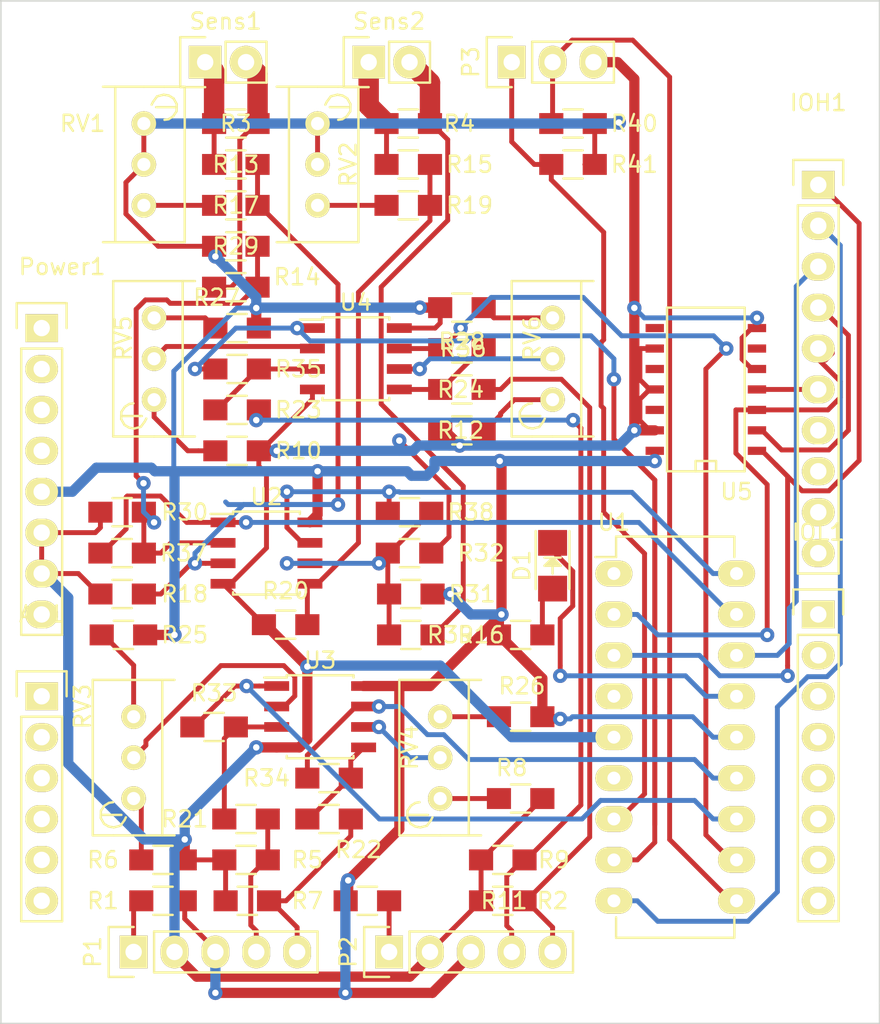
<source format=kicad_pcb>

(kicad_pcb
  (version 20171130)
  (host pcbnew "(5.1.12)-1")
  (general
    (thickness 1.6)
    (drawings 5)
    (tracks 571)
    (zones 0)
    (modules 62)
    (nets 81))
  (page A4)
  (title_block
    (title MotorDrive)
    (date 8/20/2015)
    (rev NC)
    (company DMFE)
    (comment 1 "Arduino UNO form factor PIC16F1847"))
  (layers
    (0 F.Cu signal)
    (31 B.Cu signal)
    (32 B.Adhes user hide)
    (33 F.Adhes user hide)
    (34 B.Paste user hide)
    (35 F.Paste user hide)
    (36 B.SilkS user hide)
    (37 F.SilkS user hide)
    (38 B.Mask user hide)
    (39 F.Mask user hide)
    (40 Dwgs.User user hide)
    (41 Cmts.User user hide)
    (42 Eco1.User user hide)
    (43 Eco2.User user hide)
    (44 Edge.Cuts user)
    (45 Margin user hide)
    (46 B.CrtYd user hide)
    (47 F.CrtYd user hide)
    (48 B.Fab user hide)
    (49 F.Fab user hide))
  (setup
    (last_trace_width 0.3048)
    (user_trace_width 0.3048)
    (user_trace_width 0.508)
    (user_trace_width 0.635)
    (user_trace_width 1.016)
    (user_trace_width 1.27)
    (user_trace_width 1.905)
    (user_trace_width 2.54)
    (trace_clearance 0.2)
    (zone_clearance 0.508)
    (zone_45_only no)
    (trace_min 0.2)
    (via_size 0.889)
    (via_drill 0.4)
    (via_min_size 0.4)
    (via_min_drill 0.3)
    (uvia_size 0.3)
    (uvia_drill 0.1)
    (uvias_allowed no)
    (uvia_min_size 0.2)
    (uvia_min_drill 0.1)
    (edge_width 0.1)
    (segment_width 0.2)
    (pcb_text_width 0.3)
    (pcb_text_size 1.5 1.5)
    (mod_edge_width 0.15)
    (mod_text_size 1 1)
    (mod_text_width 0.15)
    (pad_size 0.508 1.143)
    (pad_drill 0)
    (pad_to_mask_clearance 0)
    (aux_axis_origin 0 0)
    (visible_elements 7FFFFFFF)
    (pcbplotparams
      (layerselection 0x010f0_80000001)
      (usegerberextensions true)
      (usegerberattributes true)
      (usegerberadvancedattributes true)
      (creategerberjobfile true)
      (gerberprecision 5)
      (excludeedgelayer true)
      (linewidth 0.1)
      (plotframeref false)
      (viasonmask false)
      (mode 1)
      (useauxorigin false)
      (hpglpennumber 1)
      (hpglpenspeed 20)
      (hpglpendiameter 15.0)
      (psnegative false)
      (psa4output false)
      (plotreference true)
      (plotvalue false)
      (plotinvisibletext false)
      (padsonsilk false)
      (subtractmaskfromsilk false)
      (outputformat 1)
      (mirror false)
      (drillshape 0)
      (scaleselection 1)
      (outputdirectory "Gerber/")))
  (net 0 "")
  (net 1 "Net-(AD1-Pad1)")
  (net 2 "Net-(AD1-Pad2)")
  (net 3 "Net-(AD1-Pad3)")
  (net 4 "Net-(AD1-Pad4)")
  (net 5 "Net-(AD1-Pad5)")
  (net 6 "Net-(AD1-Pad6)")
  (net 7 "Net-(D1-Pad2)")
  (net 8 "Net-(D1-Pad1)")
  (net 9 "Net-(IOH1-Pad1)")
  (net 10 "Net-(IOH1-Pad2)")
  (net 11 "Net-(IOH1-Pad3)")
  (net 12 "Net-(IOH1-Pad4)")
  (net 13 "Net-(IOH1-Pad5)")
  (net 14 "Net-(IOH1-Pad6)")
  (net 15 "Net-(IOH1-Pad7)")
  (net 16 "Net-(IOH1-Pad8)")
  (net 17 "Net-(IOH1-Pad9)")
  (net 18 "Net-(IOH1-Pad10)")
  (net 19 "Net-(IOL1-Pad1)")
  (net 20 "Net-(IOL1-Pad2)")
  (net 21 "Net-(IOL1-Pad3)")
  (net 22 "Net-(IOL1-Pad4)")
  (net 23 "Net-(IOL1-Pad5)")
  (net 24 "Net-(IOL1-Pad6)")
  (net 25 "Net-(IOL1-Pad7)")
  (net 26 "Net-(IOL1-Pad8)")
  (net 27 "Net-(P1-Pad1)")
  (net 28 GND)
  (net 29 +5V)
  (net 30 "Net-(P1-Pad4)")
  (net 31 "Net-(P1-Pad5)")
  (net 32 "Net-(P2-Pad1)")
  (net 33 "Net-(P2-Pad4)")
  (net 34 "Net-(P2-Pad5)")
  (net 35 "Net-(P3-Pad1)")
  (net 36 "Net-(P3-Pad2)")
  (net 37 "Net-(Power1-Pad1)")
  (net 38 "Net-(Power1-Pad2)")
  (net 39 "Net-(Power1-Pad3)")
  (net 40 "Net-(Power1-Pad4)")
  (net 41 "Net-(Power1-Pad8)")
  (net 42 "Net-(R14-Pad2)")
  (net 43 "Net-(R13-Pad2)")
  (net 44 "Net-(R16-Pad2)")
  (net 45 "Net-(R15-Pad2)")
  (net 46 "Net-(R6-Pad1)")
  (net 47 "Net-(R8-Pad1)")
  (net 48 "Net-(R10-Pad1)")
  (net 49 "Net-(R12-Pad1)")
  (net 50 "Net-(R13-Pad1)")
  (net 51 "Net-(R14-Pad1)")
  (net 52 "Net-(R15-Pad1)")
  (net 53 "Net-(R16-Pad1)")
  (net 54 "Net-(R17-Pad2)")
  (net 55 "Net-(R19-Pad2)")
  (net 56 "Net-(R21-Pad1)")
  (net 57 "Net-(R22-Pad1)")
  (net 58 "Net-(R23-Pad1)")
  (net 59 "Net-(R24-Pad1)")
  (net 60 "Net-(R25-Pad1)")
  (net 61 "Net-(R26-Pad1)")
  (net 62 "Net-(R27-Pad1)")
  (net 63 "Net-(R28-Pad1)")
  (net 64 "Net-(R33-Pad1)")
  (net 65 "Net-(R34-Pad1)")
  (net 66 "Net-(R35-Pad1)")
  (net 67 "Net-(R36-Pad1)")
  (net 68 "Net-(R37-Pad1)")
  (net 69 "Net-(R38-Pad1)")
  (net 70 "Net-(RV3-Pad2)")
  (net 71 "Net-(RV4-Pad2)")
  (net 72 "Net-(RV5-Pad2)")
  (net 73 "Net-(RV6-Pad2)")
  (net 74 "Net-(U1-Pad1)")
  (net 75 "Net-(U1-Pad4)")
  (net 76 "Net-(U1-Pad6)")
  (net 77 "Net-(U5-Pad6)")
  (net 78 "Net-(U5-Pad8)")
  (net 79 "Net-(U5-Pad10)")
  (net 80 "Net-(U5-Pad12)")
  (net_class Default "This is the default net class."
    (clearance 0.2)
    (trace_width 0.3048)
    (via_dia 0.889)
    (via_drill 0.4)
    (uvia_dia 0.3)
    (uvia_drill 0.1)
    (add_net +5V)
    (add_net GND)
    (add_net "Net-(AD1-Pad1)")
    (add_net "Net-(AD1-Pad2)")
    (add_net "Net-(AD1-Pad3)")
    (add_net "Net-(AD1-Pad4)")
    (add_net "Net-(AD1-Pad5)")
    (add_net "Net-(AD1-Pad6)")
    (add_net "Net-(D1-Pad1)")
    (add_net "Net-(D1-Pad2)")
    (add_net "Net-(IOH1-Pad1)")
    (add_net "Net-(IOH1-Pad10)")
    (add_net "Net-(IOH1-Pad2)")
    (add_net "Net-(IOH1-Pad3)")
    (add_net "Net-(IOH1-Pad4)")
    (add_net "Net-(IOH1-Pad5)")
    (add_net "Net-(IOH1-Pad6)")
    (add_net "Net-(IOH1-Pad7)")
    (add_net "Net-(IOH1-Pad8)")
    (add_net "Net-(IOH1-Pad9)")
    (add_net "Net-(IOL1-Pad1)")
    (add_net "Net-(IOL1-Pad2)")
    (add_net "Net-(IOL1-Pad3)")
    (add_net "Net-(IOL1-Pad4)")
    (add_net "Net-(IOL1-Pad5)")
    (add_net "Net-(IOL1-Pad6)")
    (add_net "Net-(IOL1-Pad7)")
    (add_net "Net-(IOL1-Pad8)")
    (add_net "Net-(P1-Pad1)")
    (add_net "Net-(P1-Pad4)")
    (add_net "Net-(P1-Pad5)")
    (add_net "Net-(P2-Pad1)")
    (add_net "Net-(P2-Pad4)")
    (add_net "Net-(P2-Pad5)")
    (add_net "Net-(P3-Pad1)")
    (add_net "Net-(P3-Pad2)")
    (add_net "Net-(Power1-Pad1)")
    (add_net "Net-(Power1-Pad2)")
    (add_net "Net-(Power1-Pad3)")
    (add_net "Net-(Power1-Pad4)")
    (add_net "Net-(Power1-Pad8)")
    (add_net "Net-(R10-Pad1)")
    (add_net "Net-(R12-Pad1)")
    (add_net "Net-(R13-Pad1)")
    (add_net "Net-(R13-Pad2)")
    (add_net "Net-(R14-Pad1)")
    (add_net "Net-(R14-Pad2)")
    (add_net "Net-(R15-Pad1)")
    (add_net "Net-(R15-Pad2)")
    (add_net "Net-(R16-Pad1)")
    (add_net "Net-(R16-Pad2)")
    (add_net "Net-(R17-Pad2)")
    (add_net "Net-(R19-Pad2)")
    (add_net "Net-(R21-Pad1)")
    (add_net "Net-(R22-Pad1)")
    (add_net "Net-(R23-Pad1)")
    (add_net "Net-(R24-Pad1)")
    (add_net "Net-(R25-Pad1)")
    (add_net "Net-(R26-Pad1)")
    (add_net "Net-(R27-Pad1)")
    (add_net "Net-(R28-Pad1)")
    (add_net "Net-(R33-Pad1)")
    (add_net "Net-(R34-Pad1)")
    (add_net "Net-(R35-Pad1)")
    (add_net "Net-(R36-Pad1)")
    (add_net "Net-(R37-Pad1)")
    (add_net "Net-(R38-Pad1)")
    (add_net "Net-(R6-Pad1)")
    (add_net "Net-(R8-Pad1)")
    (add_net "Net-(RV3-Pad2)")
    (add_net "Net-(RV4-Pad2)")
    (add_net "Net-(RV5-Pad2)")
    (add_net "Net-(RV6-Pad2)")
    (add_net "Net-(U1-Pad1)")
    (add_net "Net-(U1-Pad4)")
    (add_net "Net-(U1-Pad6)")
    (add_net "Net-(U5-Pad10)")
    (add_net "Net-(U5-Pad12)")
    (add_net "Net-(U5-Pad6)")
    (add_net "Net-(U5-Pad8)"))
  (module Pin_Headers:Pin_Header_Straight_1x06
    (layer F.Cu)
    (tedit 0)
    (tstamp 55D6967F)
    (at 187.96 123.19)
    (descr "Through hole pin header")
    (tags "pin header")
    (path /557B96E9)
    (fp_text reference AD1
      (at 0 -5.1)
      (layer F.SilkS)
      (effects
        (font
          (size 1 1)
          (thickness 0.15))))
    (fp_text value CONN_01X06
      (at 0 -3.1)
      (layer F.Fab)
      (effects
        (font
          (size 1 1)
          (thickness 0.15))))
    (fp_line
      (start -1.55 -1.55)
      (end 1.55 -1.55)
      (layer F.SilkS)
      (width 0.15))
    (fp_line
      (start -1.55 0)
      (end -1.55 -1.55)
      (layer F.SilkS)
      (width 0.15))
    (fp_line
      (start 1.27 1.27)
      (end -1.27 1.27)
      (layer F.SilkS)
      (width 0.15))
    (fp_line
      (start 1.55 -1.55)
      (end 1.55 0)
      (layer F.SilkS)
      (width 0.15))
    (fp_line
      (start -1.27 13.97)
      (end -1.27 1.27)
      (layer F.SilkS)
      (width 0.15))
    (fp_line
      (start 1.27 13.97)
      (end -1.27 13.97)
      (layer F.SilkS)
      (width 0.15))
    (fp_line
      (start 1.27 1.27)
      (end 1.27 13.97)
      (layer F.SilkS)
      (width 0.15))
    (fp_line
      (start -1.75 14.45)
      (end 1.75 14.45)
      (layer F.CrtYd)
      (width 0.05))
    (fp_line
      (start -1.75 -1.75)
      (end 1.75 -1.75)
      (layer F.CrtYd)
      (width 0.05))
    (fp_line
      (start 1.75 -1.75)
      (end 1.75 14.45)
      (layer F.CrtYd)
      (width 0.05))
    (fp_line
      (start -1.75 -1.75)
      (end -1.75 14.45)
      (layer F.CrtYd)
      (width 0.05))
    (pad 1 thru_hole rect
      (at 0 0)
      (size 2.032 1.7272)
      (drill 1.016)
      (layers *.Cu *.Mask F.SilkS)
      (net 1 "Net-(AD1-Pad1)"))
    (pad 2 thru_hole oval
      (at 0 2.54)
      (size 2.032 1.7272)
      (drill 1.016)
      (layers *.Cu *.Mask F.SilkS)
      (net 2 "Net-(AD1-Pad2)"))
    (pad 3 thru_hole oval
      (at 0 5.08)
      (size 2.032 1.7272)
      (drill 1.016)
      (layers *.Cu *.Mask F.SilkS)
      (net 3 "Net-(AD1-Pad3)"))
    (pad 4 thru_hole oval
      (at 0 7.62)
      (size 2.032 1.7272)
      (drill 1.016)
      (layers *.Cu *.Mask F.SilkS)
      (net 4 "Net-(AD1-Pad4)"))
    (pad 5 thru_hole oval
      (at 0 10.16)
      (size 2.032 1.7272)
      (drill 1.016)
      (layers *.Cu *.Mask F.SilkS)
      (net 5 "Net-(AD1-Pad5)"))
    (pad 6 thru_hole oval
      (at 0 12.7)
      (size 2.032 1.7272)
      (drill 1.016)
      (layers *.Cu *.Mask F.SilkS)
      (net 6 "Net-(AD1-Pad6)"))
    (model Pin_Headers.3dshapes/Pin_Header_Straight_1x06.wrl
      (offset
        (xyz 0 -6.349999904632568 0))
      (scale
        (xyz 1 1 1))
      (rotate
        (xyz 0 0 90))))
  (module LEDs:LED-1206
    (layer F.Cu)
    (tedit 55BDE2E8)
    (tstamp 55D69695)
    (at 219.71 115.08486 270)
    (descr "LED 1206 smd package")
    (tags "LED1206 SMD")
    (path /556A34E0)
    (attr smd)
    (fp_text reference D1
      (at 0 1.905 270)
      (layer F.SilkS)
      (effects
        (font
          (size 1 1)
          (thickness 0.15))))
    (fp_text value LED
      (at 0 2 270)
      (layer F.Fab)
      (effects
        (font
          (size 1 1)
          (thickness 0.15))))
    (fp_line
      (start 2.5 1.25)
      (end 2.5 -1.25)
      (layer F.CrtYd)
      (width 0.05))
    (fp_line
      (start -2.5 1.25)
      (end 2.5 1.25)
      (layer F.CrtYd)
      (width 0.05))
    (fp_line
      (start -2.5 -1.25)
      (end -2.5 1.25)
      (layer F.CrtYd)
      (width 0.05))
    (fp_line
      (start 2.5 -1.25)
      (end -2.5 -1.25)
      (layer F.CrtYd)
      (width 0.05))
    (fp_line
      (start 0 0.5)
      (end -0.5 0)
      (layer F.SilkS)
      (width 0.15))
    (fp_line
      (start 0 -0.5)
      (end 0 0.5)
      (layer F.SilkS)
      (width 0.15))
    (fp_line
      (start -0.5 0)
      (end 0 -0.5)
      (layer F.SilkS)
      (width 0.15))
    (fp_line
      (start 0 0)
      (end 0.5 0)
      (layer F.SilkS)
      (width 0.15))
    (fp_line
      (start -0.5 -0.5)
      (end -0.5 0.5)
      (layer F.SilkS)
      (width 0.15))
    (fp_line
      (start -0.2 0.05)
      (end -0.25 0)
      (layer F.SilkS)
      (width 0.15))
    (fp_line
      (start -0.2 -0.2)
      (end -0.2 0.05)
      (layer F.SilkS)
      (width 0.15))
    (fp_line
      (start -0.4 0)
      (end -0.2 -0.2)
      (layer F.SilkS)
      (width 0.15))
    (fp_line
      (start -0.1 0.3)
      (end -0.4 0)
      (layer F.SilkS)
      (width 0.15))
    (fp_line
      (start -0.1 -0.3)
      (end -0.1 0.3)
      (layer F.SilkS)
      (width 0.15))
    (fp_line
      (start -2.15 -1.05)
      (end 1.45 -1.05)
      (layer F.SilkS)
      (width 0.15))
    (fp_line
      (start -2.15 1.05)
      (end 1.45 1.05)
      (layer F.SilkS)
      (width 0.15))
    (pad 2 smd rect
      (at 1.41986 0 90)
      (size 1.59766 1.80086)
      (layers F.Cu F.Paste F.Mask)
      (net 7 "Net-(D1-Pad2)"))
    (pad 1 smd rect
      (at -1.41986 0 90)
      (size 1.59766 1.80086)
      (layers F.Cu F.Paste F.Mask)
      (net 8 "Net-(D1-Pad1)")))
  (module Pin_Headers:Pin_Header_Straight_1x10
    (layer F.Cu)
    (tedit 0)
    (tstamp 55D696AE)
    (at 236.22 91.44)
    (descr "Through hole pin header")
    (tags "pin header")
    (path /557B9875)
    (fp_text reference IOH1
      (at 0 -5.1)
      (layer F.SilkS)
      (effects
        (font
          (size 1 1)
          (thickness 0.15))))
    (fp_text value CONN_01X10
      (at 0 -3.1)
      (layer F.Fab)
      (effects
        (font
          (size 1 1)
          (thickness 0.15))))
    (fp_line
      (start -1.55 -1.55)
      (end 1.55 -1.55)
      (layer F.SilkS)
      (width 0.15))
    (fp_line
      (start -1.55 0)
      (end -1.55 -1.55)
      (layer F.SilkS)
      (width 0.15))
    (fp_line
      (start 1.27 1.27)
      (end -1.27 1.27)
      (layer F.SilkS)
      (width 0.15))
    (fp_line
      (start 1.55 -1.55)
      (end 1.55 0)
      (layer F.SilkS)
      (width 0.15))
    (fp_line
      (start -1.27 24.13)
      (end -1.27 1.27)
      (layer F.SilkS)
      (width 0.15))
    (fp_line
      (start 1.27 24.13)
      (end -1.27 24.13)
      (layer F.SilkS)
      (width 0.15))
    (fp_line
      (start 1.27 1.27)
      (end 1.27 24.13)
      (layer F.SilkS)
      (width 0.15))
    (fp_line
      (start -1.75 24.65)
      (end 1.75 24.65)
      (layer F.CrtYd)
      (width 0.05))
    (fp_line
      (start -1.75 -1.75)
      (end 1.75 -1.75)
      (layer F.CrtYd)
      (width 0.05))
    (fp_line
      (start 1.75 -1.75)
      (end 1.75 24.65)
      (layer F.CrtYd)
      (width 0.05))
    (fp_line
      (start -1.75 -1.75)
      (end -1.75 24.65)
      (layer F.CrtYd)
      (width 0.05))
    (pad 1 thru_hole rect
      (at 0 0)
      (size 2.032 1.7272)
      (drill 1.016)
      (layers *.Cu *.Mask F.SilkS)
      (net 9 "Net-(IOH1-Pad1)"))
    (pad 2 thru_hole oval
      (at 0 2.54)
      (size 2.032 1.7272)
      (drill 1.016)
      (layers *.Cu *.Mask F.SilkS)
      (net 10 "Net-(IOH1-Pad2)"))
    (pad 3 thru_hole oval
      (at 0 5.08)
      (size 2.032 1.7272)
      (drill 1.016)
      (layers *.Cu *.Mask F.SilkS)
      (net 11 "Net-(IOH1-Pad3)"))
    (pad 4 thru_hole oval
      (at 0 7.62)
      (size 2.032 1.7272)
      (drill 1.016)
      (layers *.Cu *.Mask F.SilkS)
      (net 12 "Net-(IOH1-Pad4)"))
    (pad 5 thru_hole oval
      (at 0 10.16)
      (size 2.032 1.7272)
      (drill 1.016)
      (layers *.Cu *.Mask F.SilkS)
      (net 13 "Net-(IOH1-Pad5)"))
    (pad 6 thru_hole oval
      (at 0 12.7)
      (size 2.032 1.7272)
      (drill 1.016)
      (layers *.Cu *.Mask F.SilkS)
      (net 14 "Net-(IOH1-Pad6)"))
    (pad 7 thru_hole oval
      (at 0 15.24)
      (size 2.032 1.7272)
      (drill 1.016)
      (layers *.Cu *.Mask F.SilkS)
      (net 15 "Net-(IOH1-Pad7)"))
    (pad 8 thru_hole oval
      (at 0 17.78)
      (size 2.032 1.7272)
      (drill 1.016)
      (layers *.Cu *.Mask F.SilkS)
      (net 16 "Net-(IOH1-Pad8)"))
    (pad 9 thru_hole oval
      (at 0 20.32)
      (size 2.032 1.7272)
      (drill 1.016)
      (layers *.Cu *.Mask F.SilkS)
      (net 17 "Net-(IOH1-Pad9)"))
    (pad 10 thru_hole oval
      (at 0 22.86)
      (size 2.032 1.7272)
      (drill 1.016)
      (layers *.Cu *.Mask F.SilkS)
      (net 18 "Net-(IOH1-Pad10)"))
    (model Pin_Headers.3dshapes/Pin_Header_Straight_1x10.wrl
      (offset
        (xyz 0 -11.42999982833862 0))
      (scale
        (xyz 1 1 1))
      (rotate
        (xyz 0 0 90))))
  (module Pin_Headers:Pin_Header_Straight_1x08
    (layer F.Cu)
    (tedit 0)
    (tstamp 55D696C5)
    (at 236.22 118.11)
    (descr "Through hole pin header")
    (tags "pin header")
    (path /557B97FC)
    (fp_text reference IOL1
      (at 0 -5.1)
      (layer F.SilkS)
      (effects
        (font
          (size 1 1)
          (thickness 0.15))))
    (fp_text value CONN_01X08
      (at 0 -3.1)
      (layer F.Fab)
      (effects
        (font
          (size 1 1)
          (thickness 0.15))))
    (fp_line
      (start -1.55 -1.55)
      (end 1.55 -1.55)
      (layer F.SilkS)
      (width 0.15))
    (fp_line
      (start -1.55 0)
      (end -1.55 -1.55)
      (layer F.SilkS)
      (width 0.15))
    (fp_line
      (start 1.27 1.27)
      (end -1.27 1.27)
      (layer F.SilkS)
      (width 0.15))
    (fp_line
      (start 1.55 -1.55)
      (end 1.55 0)
      (layer F.SilkS)
      (width 0.15))
    (fp_line
      (start -1.27 19.05)
      (end -1.27 1.27)
      (layer F.SilkS)
      (width 0.15))
    (fp_line
      (start 1.27 19.05)
      (end -1.27 19.05)
      (layer F.SilkS)
      (width 0.15))
    (fp_line
      (start 1.27 1.27)
      (end 1.27 19.05)
      (layer F.SilkS)
      (width 0.15))
    (fp_line
      (start -1.75 19.55)
      (end 1.75 19.55)
      (layer F.CrtYd)
      (width 0.05))
    (fp_line
      (start -1.75 -1.75)
      (end 1.75 -1.75)
      (layer F.CrtYd)
      (width 0.05))
    (fp_line
      (start 1.75 -1.75)
      (end 1.75 19.55)
      (layer F.CrtYd)
      (width 0.05))
    (fp_line
      (start -1.75 -1.75)
      (end -1.75 19.55)
      (layer F.CrtYd)
      (width 0.05))
    (pad 1 thru_hole rect
      (at 0 0)
      (size 2.032 1.7272)
      (drill 1.016)
      (layers *.Cu *.Mask F.SilkS)
      (net 19 "Net-(IOL1-Pad1)"))
    (pad 2 thru_hole oval
      (at 0 2.54)
      (size 2.032 1.7272)
      (drill 1.016)
      (layers *.Cu *.Mask F.SilkS)
      (net 20 "Net-(IOL1-Pad2)"))
    (pad 3 thru_hole oval
      (at 0 5.08)
      (size 2.032 1.7272)
      (drill 1.016)
      (layers *.Cu *.Mask F.SilkS)
      (net 21 "Net-(IOL1-Pad3)"))
    (pad 4 thru_hole oval
      (at 0 7.62)
      (size 2.032 1.7272)
      (drill 1.016)
      (layers *.Cu *.Mask F.SilkS)
      (net 22 "Net-(IOL1-Pad4)"))
    (pad 5 thru_hole oval
      (at 0 10.16)
      (size 2.032 1.7272)
      (drill 1.016)
      (layers *.Cu *.Mask F.SilkS)
      (net 23 "Net-(IOL1-Pad5)"))
    (pad 6 thru_hole oval
      (at 0 12.7)
      (size 2.032 1.7272)
      (drill 1.016)
      (layers *.Cu *.Mask F.SilkS)
      (net 24 "Net-(IOL1-Pad6)"))
    (pad 7 thru_hole oval
      (at 0 15.24)
      (size 2.032 1.7272)
      (drill 1.016)
      (layers *.Cu *.Mask F.SilkS)
      (net 25 "Net-(IOL1-Pad7)"))
    (pad 8 thru_hole oval
      (at 0 17.78)
      (size 2.032 1.7272)
      (drill 1.016)
      (layers *.Cu *.Mask F.SilkS)
      (net 26 "Net-(IOL1-Pad8)"))
    (model Pin_Headers.3dshapes/Pin_Header_Straight_1x08.wrl
      (offset
        (xyz 0 -8.889999866485596 0))
      (scale
        (xyz 1 1 1))
      (rotate
        (xyz 0 0 90))))
  (module Pin_Headers:Pin_Header_Straight_1x05
    (layer F.Cu)
    (tedit 54EA0684)
    (tstamp 55D696D9)
    (at 193.675 139.065 90)
    (descr "Through hole pin header")
    (tags "pin header")
    (path /55C59F8E)
    (fp_text reference P1
      (at 0 -2.54 90)
      (layer F.SilkS)
      (effects
        (font
          (size 1 1)
          (thickness 0.15))))
    (fp_text value CONN_01X05
      (at 0 -3.1 90)
      (layer F.Fab)
      (effects
        (font
          (size 1 1)
          (thickness 0.15))))
    (fp_line
      (start 1.27 1.27)
      (end -1.27 1.27)
      (layer F.SilkS)
      (width 0.15))
    (fp_line
      (start -1.27 11.43)
      (end -1.27 1.27)
      (layer F.SilkS)
      (width 0.15))
    (fp_line
      (start 1.27 11.43)
      (end -1.27 11.43)
      (layer F.SilkS)
      (width 0.15))
    (fp_line
      (start 1.27 1.27)
      (end 1.27 11.43)
      (layer F.SilkS)
      (width 0.15))
    (fp_line
      (start -1.75 11.95)
      (end 1.75 11.95)
      (layer F.CrtYd)
      (width 0.05))
    (fp_line
      (start -1.75 -1.75)
      (end 1.75 -1.75)
      (layer F.CrtYd)
      (width 0.05))
    (fp_line
      (start 1.75 -1.75)
      (end 1.75 11.95)
      (layer F.CrtYd)
      (width 0.05))
    (fp_line
      (start -1.75 -1.75)
      (end -1.75 11.95)
      (layer F.CrtYd)
      (width 0.05))
    (fp_line
      (start 1.55 -1.55)
      (end 1.55 0)
      (layer F.SilkS)
      (width 0.15))
    (fp_line
      (start -1.55 -1.55)
      (end 1.55 -1.55)
      (layer F.SilkS)
      (width 0.15))
    (fp_line
      (start -1.55 0)
      (end -1.55 -1.55)
      (layer F.SilkS)
      (width 0.15))
    (pad 1 thru_hole rect
      (at 0 0 90)
      (size 2.032 1.7272)
      (drill 1.016)
      (layers *.Cu *.Mask F.SilkS)
      (net 27 "Net-(P1-Pad1)"))
    (pad 2 thru_hole oval
      (at 0 2.54 90)
      (size 2.032 1.7272)
      (drill 1.016)
      (layers *.Cu *.Mask F.SilkS)
      (net 28 GND))
    (pad 3 thru_hole oval
      (at 0 5.08 90)
      (size 2.032 1.7272)
      (drill 1.016)
      (layers *.Cu *.Mask F.SilkS)
      (net 29 +5V))
    (pad 4 thru_hole oval
      (at 0 7.62 90)
      (size 2.032 1.7272)
      (drill 1.016)
      (layers *.Cu *.Mask F.SilkS)
      (net 30 "Net-(P1-Pad4)"))
    (pad 5 thru_hole oval
      (at 0 10.16 90)
      (size 2.032 1.7272)
      (drill 1.016)
      (layers *.Cu *.Mask F.SilkS)
      (net 31 "Net-(P1-Pad5)"))
    (model Pin_Headers.3dshapes/Pin_Header_Straight_1x05.wrl
      (offset
        (xyz 0 -5.079999923706055 0))
      (scale
        (xyz 1 1 1))
      (rotate
        (xyz 0 0 90))))
  (module Pin_Headers:Pin_Header_Straight_1x05
    (layer F.Cu)
    (tedit 54EA0684)
    (tstamp 55D696ED)
    (at 209.55 139.065 90)
    (descr "Through hole pin header")
    (tags "pin header")
    (path /55C5A221)
    (fp_text reference P2
      (at 0 -2.54 90)
      (layer F.SilkS)
      (effects
        (font
          (size 1 1)
          (thickness 0.15))))
    (fp_text value CONN_01X05
      (at 0 -3.1 90)
      (layer F.Fab)
      (effects
        (font
          (size 1 1)
          (thickness 0.15))))
    (fp_line
      (start 1.27 1.27)
      (end -1.27 1.27)
      (layer F.SilkS)
      (width 0.15))
    (fp_line
      (start -1.27 11.43)
      (end -1.27 1.27)
      (layer F.SilkS)
      (width 0.15))
    (fp_line
      (start 1.27 11.43)
      (end -1.27 11.43)
      (layer F.SilkS)
      (width 0.15))
    (fp_line
      (start 1.27 1.27)
      (end 1.27 11.43)
      (layer F.SilkS)
      (width 0.15))
    (fp_line
      (start -1.75 11.95)
      (end 1.75 11.95)
      (layer F.CrtYd)
      (width 0.05))
    (fp_line
      (start -1.75 -1.75)
      (end 1.75 -1.75)
      (layer F.CrtYd)
      (width 0.05))
    (fp_line
      (start 1.75 -1.75)
      (end 1.75 11.95)
      (layer F.CrtYd)
      (width 0.05))
    (fp_line
      (start -1.75 -1.75)
      (end -1.75 11.95)
      (layer F.CrtYd)
      (width 0.05))
    (fp_line
      (start 1.55 -1.55)
      (end 1.55 0)
      (layer F.SilkS)
      (width 0.15))
    (fp_line
      (start -1.55 -1.55)
      (end 1.55 -1.55)
      (layer F.SilkS)
      (width 0.15))
    (fp_line
      (start -1.55 0)
      (end -1.55 -1.55)
      (layer F.SilkS)
      (width 0.15))
    (pad 1 thru_hole rect
      (at 0 0 90)
      (size 2.032 1.7272)
      (drill 1.016)
      (layers *.Cu *.Mask F.SilkS)
      (net 32 "Net-(P2-Pad1)"))
    (pad 2 thru_hole oval
      (at 0 2.54 90)
      (size 2.032 1.7272)
      (drill 1.016)
      (layers *.Cu *.Mask F.SilkS)
      (net 28 GND))
    (pad 3 thru_hole oval
      (at 0 5.08 90)
      (size 2.032 1.7272)
      (drill 1.016)
      (layers *.Cu *.Mask F.SilkS)
      (net 29 +5V))
    (pad 4 thru_hole oval
      (at 0 7.62 90)
      (size 2.032 1.7272)
      (drill 1.016)
      (layers *.Cu *.Mask F.SilkS)
      (net 33 "Net-(P2-Pad4)"))
    (pad 5 thru_hole oval
      (at 0 10.16 90)
      (size 2.032 1.7272)
      (drill 1.016)
      (layers *.Cu *.Mask F.SilkS)
      (net 34 "Net-(P2-Pad5)"))
    (model Pin_Headers.3dshapes/Pin_Header_Straight_1x05.wrl
      (offset
        (xyz 0 -5.079999923706055 0))
      (scale
        (xyz 1 1 1))
      (rotate
        (xyz 0 0 90))))
  (module Pin_Headers:Pin_Header_Straight_1x03
    (layer F.Cu)
    (tedit 0)
    (tstamp 55D696FF)
    (at 217.17 83.82 90)
    (descr "Through hole pin header")
    (tags "pin header")
    (path /55C62C8A)
    (fp_text reference P3
      (at 0 -2.54 90)
      (layer F.SilkS)
      (effects
        (font
          (size 1 1)
          (thickness 0.15))))
    (fp_text value CONN_01X03
      (at 0 -3.1 90)
      (layer F.Fab)
      (effects
        (font
          (size 1 1)
          (thickness 0.15))))
    (fp_line
      (start -1.55 -1.55)
      (end 1.55 -1.55)
      (layer F.SilkS)
      (width 0.15))
    (fp_line
      (start -1.55 0)
      (end -1.55 -1.55)
      (layer F.SilkS)
      (width 0.15))
    (fp_line
      (start 1.27 1.27)
      (end -1.27 1.27)
      (layer F.SilkS)
      (width 0.15))
    (fp_line
      (start 1.55 -1.55)
      (end 1.55 0)
      (layer F.SilkS)
      (width 0.15))
    (fp_line
      (start 1.27 6.35)
      (end 1.27 1.27)
      (layer F.SilkS)
      (width 0.15))
    (fp_line
      (start -1.27 6.35)
      (end 1.27 6.35)
      (layer F.SilkS)
      (width 0.15))
    (fp_line
      (start -1.27 1.27)
      (end -1.27 6.35)
      (layer F.SilkS)
      (width 0.15))
    (fp_line
      (start -1.75 6.85)
      (end 1.75 6.85)
      (layer F.CrtYd)
      (width 0.05))
    (fp_line
      (start -1.75 -1.75)
      (end 1.75 -1.75)
      (layer F.CrtYd)
      (width 0.05))
    (fp_line
      (start 1.75 -1.75)
      (end 1.75 6.85)
      (layer F.CrtYd)
      (width 0.05))
    (fp_line
      (start -1.75 -1.75)
      (end -1.75 6.85)
      (layer F.CrtYd)
      (width 0.05))
    (pad 1 thru_hole rect
      (at 0 0 90)
      (size 2.032 1.7272)
      (drill 1.016)
      (layers *.Cu *.Mask F.SilkS)
      (net 35 "Net-(P3-Pad1)"))
    (pad 2 thru_hole oval
      (at 0 2.54 90)
      (size 2.032 1.7272)
      (drill 1.016)
      (layers *.Cu *.Mask F.SilkS)
      (net 36 "Net-(P3-Pad2)"))
    (pad 3 thru_hole oval
      (at 0 5.08 90)
      (size 2.032 1.7272)
      (drill 1.016)
      (layers *.Cu *.Mask F.SilkS)
      (net 28 GND))
    (model Pin_Headers.3dshapes/Pin_Header_Straight_1x03.wrl
      (offset
        (xyz 0 -2.539999961853027 0))
      (scale
        (xyz 1 1 1))
      (rotate
        (xyz 0 0 90))))
  (module Pin_Headers:Pin_Header_Straight_1x08
    (layer F.Cu)
    (tedit 0)
    (tstamp 55D69716)
    (at 187.96 100.33)
    (descr "Through hole pin header")
    (tags "pin header")
    (path /557B9799)
    (fp_text reference Power1
      (at 1.27 -3.81 180)
      (layer F.SilkS)
      (effects
        (font
          (size 1 1)
          (thickness 0.15))))
    (fp_text value CONN_01X08
      (at 0 -3.1)
      (layer F.Fab)
      (effects
        (font
          (size 1 1)
          (thickness 0.15))))
    (fp_line
      (start -1.55 -1.55)
      (end 1.55 -1.55)
      (layer F.SilkS)
      (width 0.15))
    (fp_line
      (start -1.55 0)
      (end -1.55 -1.55)
      (layer F.SilkS)
      (width 0.15))
    (fp_line
      (start 1.27 1.27)
      (end -1.27 1.27)
      (layer F.SilkS)
      (width 0.15))
    (fp_line
      (start 1.55 -1.55)
      (end 1.55 0)
      (layer F.SilkS)
      (width 0.15))
    (fp_line
      (start -1.27 19.05)
      (end -1.27 1.27)
      (layer F.SilkS)
      (width 0.15))
    (fp_line
      (start 1.27 19.05)
      (end -1.27 19.05)
      (layer F.SilkS)
      (width 0.15))
    (fp_line
      (start 1.27 1.27)
      (end 1.27 19.05)
      (layer F.SilkS)
      (width 0.15))
    (fp_line
      (start -1.75 19.55)
      (end 1.75 19.55)
      (layer F.CrtYd)
      (width 0.05))
    (fp_line
      (start -1.75 -1.75)
      (end 1.75 -1.75)
      (layer F.CrtYd)
      (width 0.05))
    (fp_line
      (start 1.75 -1.75)
      (end 1.75 19.55)
      (layer F.CrtYd)
      (width 0.05))
    (fp_line
      (start -1.75 -1.75)
      (end -1.75 19.55)
      (layer F.CrtYd)
      (width 0.05))
    (pad 1 thru_hole rect
      (at 0 0)
      (size 2.032 1.7272)
      (drill 1.016)
      (layers *.Cu *.Mask F.SilkS)
      (net 37 "Net-(Power1-Pad1)"))
    (pad 2 thru_hole oval
      (at 0 2.54)
      (size 2.032 1.7272)
      (drill 1.016)
      (layers *.Cu *.Mask F.SilkS)
      (net 38 "Net-(Power1-Pad2)"))
    (pad 3 thru_hole oval
      (at 0 5.08)
      (size 2.032 1.7272)
      (drill 1.016)
      (layers *.Cu *.Mask F.SilkS)
      (net 39 "Net-(Power1-Pad3)"))
    (pad 4 thru_hole oval
      (at 0 7.62)
      (size 2.032 1.7272)
      (drill 1.016)
      (layers *.Cu *.Mask F.SilkS)
      (net 40 "Net-(Power1-Pad4)"))
    (pad 5 thru_hole oval
      (at 0 10.16)
      (size 2.032 1.7272)
      (drill 1.016)
      (layers *.Cu *.Mask F.SilkS)
      (net 29 +5V))
    (pad 6 thru_hole oval
      (at 0 12.7)
      (size 2.032 1.7272)
      (drill 1.016)
      (layers *.Cu *.Mask F.SilkS)
      (net 28 GND))
    (pad 7 thru_hole oval
      (at 0 15.24)
      (size 2.032 1.7272)
      (drill 1.016)
      (layers *.Cu *.Mask F.SilkS)
      (net 28 GND))
    (pad 8 thru_hole oval
      (at 0 17.78)
      (size 2.032 1.7272)
      (drill 1.016)
      (layers *.Cu *.Mask F.SilkS)
      (net 41 "Net-(Power1-Pad8)"))
    (model Pin_Headers.3dshapes/Pin_Header_Straight_1x08.wrl
      (offset
        (xyz 0 -8.889999866485596 0))
      (scale
        (xyz 1 1 1))
      (rotate
        (xyz 0 0 90))))
  (module Resistors_SMD:R_0805_HandSoldering
    (layer F.Cu)
    (tedit 54189DEE)
    (tstamp 55D69722)
    (at 195.5 135.89 180)
    (descr "Resistor SMD 0805, hand soldering")
    (tags "resistor 0805")
    (path /557BAB27)
    (attr smd)
    (fp_text reference R1
      (at 3.73 0 180)
      (layer F.SilkS)
      (effects
        (font
          (size 1 1)
          (thickness 0.15))))
    (fp_text value R
      (at 0 2.1 180)
      (layer F.Fab)
      (effects
        (font
          (size 1 1)
          (thickness 0.15))))
    (fp_line
      (start -0.6 -0.875)
      (end 0.6 -0.875)
      (layer F.SilkS)
      (width 0.15))
    (fp_line
      (start 0.6 0.875)
      (end -0.6 0.875)
      (layer F.SilkS)
      (width 0.15))
    (fp_line
      (start 2.4 -1)
      (end 2.4 1)
      (layer F.CrtYd)
      (width 0.05))
    (fp_line
      (start -2.4 -1)
      (end -2.4 1)
      (layer F.CrtYd)
      (width 0.05))
    (fp_line
      (start -2.4 1)
      (end 2.4 1)
      (layer F.CrtYd)
      (width 0.05))
    (fp_line
      (start -2.4 -1)
      (end 2.4 -1)
      (layer F.CrtYd)
      (width 0.05))
    (pad 1 smd rect
      (at -1.35 0 180)
      (size 1.5 1.3)
      (layers F.Cu F.Paste F.Mask)
      (net 29 +5V))
    (pad 2 smd rect
      (at 1.35 0 180)
      (size 1.5 1.3)
      (layers F.Cu F.Paste F.Mask)
      (net 27 "Net-(P1-Pad1)"))
    (model Resistors_SMD.3dshapes/R_0805_HandSoldering.wrl
      (at
        (xyz 0 0 0))
      (scale
        (xyz 1 1 1))
      (rotate
        (xyz 0 0 0))))
  (module Resistors_SMD:R_0805_HandSoldering
    (layer F.Cu)
    (tedit 54189DEE)
    (tstamp 55D6972E)
    (at 208.2 135.89)
    (descr "Resistor SMD 0805, hand soldering")
    (tags "resistor 0805")
    (path /557BAB70)
    (attr smd)
    (fp_text reference R2
      (at 11.51 0)
      (layer F.SilkS)
      (effects
        (font
          (size 1 1)
          (thickness 0.15))))
    (fp_text value R
      (at 0 2.1)
      (layer F.Fab)
      (effects
        (font
          (size 1 1)
          (thickness 0.15))))
    (fp_line
      (start -0.6 -0.875)
      (end 0.6 -0.875)
      (layer F.SilkS)
      (width 0.15))
    (fp_line
      (start 0.6 0.875)
      (end -0.6 0.875)
      (layer F.SilkS)
      (width 0.15))
    (fp_line
      (start 2.4 -1)
      (end 2.4 1)
      (layer F.CrtYd)
      (width 0.05))
    (fp_line
      (start -2.4 -1)
      (end -2.4 1)
      (layer F.CrtYd)
      (width 0.05))
    (fp_line
      (start -2.4 1)
      (end 2.4 1)
      (layer F.CrtYd)
      (width 0.05))
    (fp_line
      (start -2.4 -1)
      (end 2.4 -1)
      (layer F.CrtYd)
      (width 0.05))
    (pad 1 smd rect
      (at -1.35 0)
      (size 1.5 1.3)
      (layers F.Cu F.Paste F.Mask)
      (net 29 +5V))
    (pad 2 smd rect
      (at 1.35 0)
      (size 1.5 1.3)
      (layers F.Cu F.Paste F.Mask)
      (net 32 "Net-(P2-Pad1)"))
    (model Resistors_SMD.3dshapes/R_0805_HandSoldering.wrl
      (at
        (xyz 0 0 0))
      (scale
        (xyz 1 1 1))
      (rotate
        (xyz 0 0 0))))
  (module Resistors_SMD:R_0805_HandSoldering
    (layer F.Cu)
    (tedit 54189DEE)
    (tstamp 55D6973A)
    (at 200.025 87.63 180)
    (descr "Resistor SMD 0805, hand soldering")
    (tags "resistor 0805")
    (path /556A3518)
    (attr smd)
    (fp_text reference R3
      (at 0 0 180)
      (layer F.SilkS)
      (effects
        (font
          (size 1 1)
          (thickness 0.15))))
    (fp_text value R
      (at 0 2.1 180)
      (layer F.Fab)
      (effects
        (font
          (size 1 1)
          (thickness 0.15))))
    (fp_line
      (start -0.6 -0.875)
      (end 0.6 -0.875)
      (layer F.SilkS)
      (width 0.15))
    (fp_line
      (start 0.6 0.875)
      (end -0.6 0.875)
      (layer F.SilkS)
      (width 0.15))
    (fp_line
      (start 2.4 -1)
      (end 2.4 1)
      (layer F.CrtYd)
      (width 0.05))
    (fp_line
      (start -2.4 -1)
      (end -2.4 1)
      (layer F.CrtYd)
      (width 0.05))
    (fp_line
      (start -2.4 1)
      (end 2.4 1)
      (layer F.CrtYd)
      (width 0.05))
    (fp_line
      (start -2.4 -1)
      (end 2.4 -1)
      (layer F.CrtYd)
      (width 0.05))
    (pad 1 smd rect
      (at -1.35 0 180)
      (size 1.5 1.3)
      (layers F.Cu F.Paste F.Mask)
      (net 42 "Net-(R14-Pad2)"))
    (pad 2 smd rect
      (at 1.35 0 180)
      (size 1.5 1.3)
      (layers F.Cu F.Paste F.Mask)
      (net 43 "Net-(R13-Pad2)"))
    (model Resistors_SMD.3dshapes/R_0805_HandSoldering.wrl
      (at
        (xyz 0 0 0))
      (scale
        (xyz 1 1 1))
      (rotate
        (xyz 0 0 0))))
  (module Resistors_SMD:R_0805_HandSoldering
    (layer F.Cu)
    (tedit 54189DEE)
    (tstamp 55D69746)
    (at 210.74 87.63 180)
    (descr "Resistor SMD 0805, hand soldering")
    (tags "resistor 0805")
    (path /557BAA84)
    (attr smd)
    (fp_text reference R4
      (at -3.175 0 180)
      (layer F.SilkS)
      (effects
        (font
          (size 1 1)
          (thickness 0.15))))
    (fp_text value R
      (at 0 2.1 180)
      (layer F.Fab)
      (effects
        (font
          (size 1 1)
          (thickness 0.15))))
    (fp_line
      (start -0.6 -0.875)
      (end 0.6 -0.875)
      (layer F.SilkS)
      (width 0.15))
    (fp_line
      (start 0.6 0.875)
      (end -0.6 0.875)
      (layer F.SilkS)
      (width 0.15))
    (fp_line
      (start 2.4 -1)
      (end 2.4 1)
      (layer F.CrtYd)
      (width 0.05))
    (fp_line
      (start -2.4 -1)
      (end -2.4 1)
      (layer F.CrtYd)
      (width 0.05))
    (fp_line
      (start -2.4 1)
      (end 2.4 1)
      (layer F.CrtYd)
      (width 0.05))
    (fp_line
      (start -2.4 -1)
      (end 2.4 -1)
      (layer F.CrtYd)
      (width 0.05))
    (pad 1 smd rect
      (at -1.35 0 180)
      (size 1.5 1.3)
      (layers F.Cu F.Paste F.Mask)
      (net 44 "Net-(R16-Pad2)"))
    (pad 2 smd rect
      (at 1.35 0 180)
      (size 1.5 1.3)
      (layers F.Cu F.Paste F.Mask)
      (net 45 "Net-(R15-Pad2)"))
    (model Resistors_SMD.3dshapes/R_0805_HandSoldering.wrl
      (at
        (xyz 0 0 0))
      (scale
        (xyz 1 1 1))
      (rotate
        (xyz 0 0 0))))
  (module Resistors_SMD:R_0805_HandSoldering
    (layer F.Cu)
    (tedit 54189DEE)
    (tstamp 55D69752)
    (at 200.66 133.35)
    (descr "Resistor SMD 0805, hand soldering")
    (tags "resistor 0805")
    (path /55C58869)
    (attr smd)
    (fp_text reference R5
      (at 3.81 0)
      (layer F.SilkS)
      (effects
        (font
          (size 1 1)
          (thickness 0.15))))
    (fp_text value R
      (at 0 2.1)
      (layer F.Fab)
      (effects
        (font
          (size 1 1)
          (thickness 0.15))))
    (fp_line
      (start -0.6 -0.875)
      (end 0.6 -0.875)
      (layer F.SilkS)
      (width 0.15))
    (fp_line
      (start 0.6 0.875)
      (end -0.6 0.875)
      (layer F.SilkS)
      (width 0.15))
    (fp_line
      (start 2.4 -1)
      (end 2.4 1)
      (layer F.CrtYd)
      (width 0.05))
    (fp_line
      (start -2.4 -1)
      (end -2.4 1)
      (layer F.CrtYd)
      (width 0.05))
    (fp_line
      (start -2.4 1)
      (end 2.4 1)
      (layer F.CrtYd)
      (width 0.05))
    (fp_line
      (start -2.4 -1)
      (end 2.4 -1)
      (layer F.CrtYd)
      (width 0.05))
    (pad 1 smd rect
      (at -1.35 0)
      (size 1.5 1.3)
      (layers F.Cu F.Paste F.Mask)
      (net 28 GND))
    (pad 2 smd rect
      (at 1.35 0)
      (size 1.5 1.3)
      (layers F.Cu F.Paste F.Mask)
      (net 30 "Net-(P1-Pad4)"))
    (model Resistors_SMD.3dshapes/R_0805_HandSoldering.wrl
      (at
        (xyz 0 0 0))
      (scale
        (xyz 1 1 1))
      (rotate
        (xyz 0 0 0))))
  (module Resistors_SMD:R_0805_HandSoldering
    (layer F.Cu)
    (tedit 54189DEE)
    (tstamp 55D6975E)
    (at 195.5 133.35)
    (descr "Resistor SMD 0805, hand soldering")
    (tags "resistor 0805")
    (path /55C587A7)
    (attr smd)
    (fp_text reference R6
      (at -3.73 0)
      (layer F.SilkS)
      (effects
        (font
          (size 1 1)
          (thickness 0.15))))
    (fp_text value R
      (at 0 2.1)
      (layer F.Fab)
      (effects
        (font
          (size 1 1)
          (thickness 0.15))))
    (fp_line
      (start -0.6 -0.875)
      (end 0.6 -0.875)
      (layer F.SilkS)
      (width 0.15))
    (fp_line
      (start 0.6 0.875)
      (end -0.6 0.875)
      (layer F.SilkS)
      (width 0.15))
    (fp_line
      (start 2.4 -1)
      (end 2.4 1)
      (layer F.CrtYd)
      (width 0.05))
    (fp_line
      (start -2.4 -1)
      (end -2.4 1)
      (layer F.CrtYd)
      (width 0.05))
    (fp_line
      (start -2.4 1)
      (end 2.4 1)
      (layer F.CrtYd)
      (width 0.05))
    (fp_line
      (start -2.4 -1)
      (end 2.4 -1)
      (layer F.CrtYd)
      (width 0.05))
    (pad 1 smd rect
      (at -1.35 0)
      (size 1.5 1.3)
      (layers F.Cu F.Paste F.Mask)
      (net 46 "Net-(R6-Pad1)"))
    (pad 2 smd rect
      (at 1.35 0)
      (size 1.5 1.3)
      (layers F.Cu F.Paste F.Mask)
      (net 28 GND))
    (model Resistors_SMD.3dshapes/R_0805_HandSoldering.wrl
      (at
        (xyz 0 0 0))
      (scale
        (xyz 1 1 1))
      (rotate
        (xyz 0 0 0))))
  (module Resistors_SMD:R_0805_HandSoldering
    (layer F.Cu)
    (tedit 54189DEE)
    (tstamp 55D6976A)
    (at 200.74 135.89)
    (descr "Resistor SMD 0805, hand soldering")
    (tags "resistor 0805")
    (path /55C589F8)
    (attr smd)
    (fp_text reference R7
      (at 3.73 0)
      (layer F.SilkS)
      (effects
        (font
          (size 1 1)
          (thickness 0.15))))
    (fp_text value R
      (at 0 2.1)
      (layer F.Fab)
      (effects
        (font
          (size 1 1)
          (thickness 0.15))))
    (fp_line
      (start -0.6 -0.875)
      (end 0.6 -0.875)
      (layer F.SilkS)
      (width 0.15))
    (fp_line
      (start 0.6 0.875)
      (end -0.6 0.875)
      (layer F.SilkS)
      (width 0.15))
    (fp_line
      (start 2.4 -1)
      (end 2.4 1)
      (layer F.CrtYd)
      (width 0.05))
    (fp_line
      (start -2.4 -1)
      (end -2.4 1)
      (layer F.CrtYd)
      (width 0.05))
    (fp_line
      (start -2.4 1)
      (end 2.4 1)
      (layer F.CrtYd)
      (width 0.05))
    (fp_line
      (start -2.4 -1)
      (end 2.4 -1)
      (layer F.CrtYd)
      (width 0.05))
    (pad 1 smd rect
      (at -1.35 0)
      (size 1.5 1.3)
      (layers F.Cu F.Paste F.Mask)
      (net 28 GND))
    (pad 2 smd rect
      (at 1.35 0)
      (size 1.5 1.3)
      (layers F.Cu F.Paste F.Mask)
      (net 31 "Net-(P1-Pad5)"))
    (model Resistors_SMD.3dshapes/R_0805_HandSoldering.wrl
      (at
        (xyz 0 0 0))
      (scale
        (xyz 1 1 1))
      (rotate
        (xyz 0 0 0))))
  (module Resistors_SMD:R_0805_HandSoldering
    (layer F.Cu)
    (tedit 54189DEE)
    (tstamp 55D69776)
    (at 217.725 129.54)
    (descr "Resistor SMD 0805, hand soldering")
    (tags "resistor 0805")
    (path /557BABB8)
    (attr smd)
    (fp_text reference R8
      (at -0.555 -1.905)
      (layer F.SilkS)
      (effects
        (font
          (size 1 1)
          (thickness 0.15))))
    (fp_text value R
      (at 0 2.1)
      (layer F.Fab)
      (effects
        (font
          (size 1 1)
          (thickness 0.15))))
    (fp_line
      (start -0.6 -0.875)
      (end 0.6 -0.875)
      (layer F.SilkS)
      (width 0.15))
    (fp_line
      (start 0.6 0.875)
      (end -0.6 0.875)
      (layer F.SilkS)
      (width 0.15))
    (fp_line
      (start 2.4 -1)
      (end 2.4 1)
      (layer F.CrtYd)
      (width 0.05))
    (fp_line
      (start -2.4 -1)
      (end -2.4 1)
      (layer F.CrtYd)
      (width 0.05))
    (fp_line
      (start -2.4 1)
      (end 2.4 1)
      (layer F.CrtYd)
      (width 0.05))
    (fp_line
      (start -2.4 -1)
      (end 2.4 -1)
      (layer F.CrtYd)
      (width 0.05))
    (pad 1 smd rect
      (at -1.35 0)
      (size 1.5 1.3)
      (layers F.Cu F.Paste F.Mask)
      (net 47 "Net-(R8-Pad1)"))
    (pad 2 smd rect
      (at 1.35 0)
      (size 1.5 1.3)
      (layers F.Cu F.Paste F.Mask)
      (net 28 GND))
    (model Resistors_SMD.3dshapes/R_0805_HandSoldering.wrl
      (at
        (xyz 0 0 0))
      (scale
        (xyz 1 1 1))
      (rotate
        (xyz 0 0 0))))
  (module Resistors_SMD:R_0805_HandSoldering
    (layer F.Cu)
    (tedit 54189DEE)
    (tstamp 55D69782)
    (at 216.615 133.35)
    (descr "Resistor SMD 0805, hand soldering")
    (tags "resistor 0805")
    (path /55C58E89)
    (attr smd)
    (fp_text reference R9
      (at 3.175 0)
      (layer F.SilkS)
      (effects
        (font
          (size 1 1)
          (thickness 0.15))))
    (fp_text value R
      (at 0 2.1)
      (layer F.Fab)
      (effects
        (font
          (size 1 1)
          (thickness 0.15))))
    (fp_line
      (start -0.6 -0.875)
      (end 0.6 -0.875)
      (layer F.SilkS)
      (width 0.15))
    (fp_line
      (start 0.6 0.875)
      (end -0.6 0.875)
      (layer F.SilkS)
      (width 0.15))
    (fp_line
      (start 2.4 -1)
      (end 2.4 1)
      (layer F.CrtYd)
      (width 0.05))
    (fp_line
      (start -2.4 -1)
      (end -2.4 1)
      (layer F.CrtYd)
      (width 0.05))
    (fp_line
      (start -2.4 1)
      (end 2.4 1)
      (layer F.CrtYd)
      (width 0.05))
    (fp_line
      (start -2.4 -1)
      (end 2.4 -1)
      (layer F.CrtYd)
      (width 0.05))
    (pad 1 smd rect
      (at -1.35 0)
      (size 1.5 1.3)
      (layers F.Cu F.Paste F.Mask)
      (net 28 GND))
    (pad 2 smd rect
      (at 1.35 0)
      (size 1.5 1.3)
      (layers F.Cu F.Paste F.Mask)
      (net 33 "Net-(P2-Pad4)"))
    (model Resistors_SMD.3dshapes/R_0805_HandSoldering.wrl
      (at
        (xyz 0 0 0))
      (scale
        (xyz 1 1 1))
      (rotate
        (xyz 0 0 0))))
  (module Resistors_SMD:R_0805_HandSoldering
    (layer F.Cu)
    (tedit 54189DEE)
    (tstamp 55D6978E)
    (at 200.105 107.95)
    (descr "Resistor SMD 0805, hand soldering")
    (tags "resistor 0805")
    (path /55C58DBC)
    (attr smd)
    (fp_text reference R10
      (at 3.81 0)
      (layer F.SilkS)
      (effects
        (font
          (size 1 1)
          (thickness 0.15))))
    (fp_text value R
      (at 0 2.1)
      (layer F.Fab)
      (effects
        (font
          (size 1 1)
          (thickness 0.15))))
    (fp_line
      (start -0.6 -0.875)
      (end 0.6 -0.875)
      (layer F.SilkS)
      (width 0.15))
    (fp_line
      (start 0.6 0.875)
      (end -0.6 0.875)
      (layer F.SilkS)
      (width 0.15))
    (fp_line
      (start 2.4 -1)
      (end 2.4 1)
      (layer F.CrtYd)
      (width 0.05))
    (fp_line
      (start -2.4 -1)
      (end -2.4 1)
      (layer F.CrtYd)
      (width 0.05))
    (fp_line
      (start -2.4 1)
      (end 2.4 1)
      (layer F.CrtYd)
      (width 0.05))
    (fp_line
      (start -2.4 -1)
      (end 2.4 -1)
      (layer F.CrtYd)
      (width 0.05))
    (pad 1 smd rect
      (at -1.35 0)
      (size 1.5 1.3)
      (layers F.Cu F.Paste F.Mask)
      (net 48 "Net-(R10-Pad1)"))
    (pad 2 smd rect
      (at 1.35 0)
      (size 1.5 1.3)
      (layers F.Cu F.Paste F.Mask)
      (net 28 GND))
    (model Resistors_SMD.3dshapes/R_0805_HandSoldering.wrl
      (at
        (xyz 0 0 0))
      (scale
        (xyz 1 1 1))
      (rotate
        (xyz 0 0 0))))
  (module Resistors_SMD:R_0805_HandSoldering
    (layer F.Cu)
    (tedit 54189DEE)
    (tstamp 55D6979A)
    (at 216.615 135.89)
    (descr "Resistor SMD 0805, hand soldering")
    (tags "resistor 0805")
    (path /55C59745)
    (attr smd)
    (fp_text reference R11
      (at 0.08 0)
      (layer F.SilkS)
      (effects
        (font
          (size 1 1)
          (thickness 0.15))))
    (fp_text value R
      (at 0 2.1)
      (layer F.Fab)
      (effects
        (font
          (size 1 1)
          (thickness 0.15))))
    (fp_line
      (start -0.6 -0.875)
      (end 0.6 -0.875)
      (layer F.SilkS)
      (width 0.15))
    (fp_line
      (start 0.6 0.875)
      (end -0.6 0.875)
      (layer F.SilkS)
      (width 0.15))
    (fp_line
      (start 2.4 -1)
      (end 2.4 1)
      (layer F.CrtYd)
      (width 0.05))
    (fp_line
      (start -2.4 -1)
      (end -2.4 1)
      (layer F.CrtYd)
      (width 0.05))
    (fp_line
      (start -2.4 1)
      (end 2.4 1)
      (layer F.CrtYd)
      (width 0.05))
    (fp_line
      (start -2.4 -1)
      (end 2.4 -1)
      (layer F.CrtYd)
      (width 0.05))
    (pad 1 smd rect
      (at -1.35 0)
      (size 1.5 1.3)
      (layers F.Cu F.Paste F.Mask)
      (net 28 GND))
    (pad 2 smd rect
      (at 1.35 0)
      (size 1.5 1.3)
      (layers F.Cu F.Paste F.Mask)
      (net 34 "Net-(P2-Pad5)"))
    (model Resistors_SMD.3dshapes/R_0805_HandSoldering.wrl
      (at
        (xyz 0 0 0))
      (scale
        (xyz 1 1 1))
      (rotate
        (xyz 0 0 0))))
  (module Resistors_SMD:R_0805_HandSoldering
    (layer F.Cu)
    (tedit 54189DEE)
    (tstamp 55D697A6)
    (at 214.075 106.68 180)
    (descr "Resistor SMD 0805, hand soldering")
    (tags "resistor 0805")
    (path /55C5939A)
    (attr smd)
    (fp_text reference R12
      (at 0.08 0 180)
      (layer F.SilkS)
      (effects
        (font
          (size 1 1)
          (thickness 0.15))))
    (fp_text value R
      (at 0 2.1 180)
      (layer F.Fab)
      (effects
        (font
          (size 1 1)
          (thickness 0.15))))
    (fp_line
      (start -0.6 -0.875)
      (end 0.6 -0.875)
      (layer F.SilkS)
      (width 0.15))
    (fp_line
      (start 0.6 0.875)
      (end -0.6 0.875)
      (layer F.SilkS)
      (width 0.15))
    (fp_line
      (start 2.4 -1)
      (end 2.4 1)
      (layer F.CrtYd)
      (width 0.05))
    (fp_line
      (start -2.4 -1)
      (end -2.4 1)
      (layer F.CrtYd)
      (width 0.05))
    (fp_line
      (start -2.4 1)
      (end 2.4 1)
      (layer F.CrtYd)
      (width 0.05))
    (fp_line
      (start -2.4 -1)
      (end 2.4 -1)
      (layer F.CrtYd)
      (width 0.05))
    (pad 1 smd rect
      (at -1.35 0 180)
      (size 1.5 1.3)
      (layers F.Cu F.Paste F.Mask)
      (net 49 "Net-(R12-Pad1)"))
    (pad 2 smd rect
      (at 1.35 0 180)
      (size 1.5 1.3)
      (layers F.Cu F.Paste F.Mask)
      (net 28 GND))
    (model Resistors_SMD.3dshapes/R_0805_HandSoldering.wrl
      (at
        (xyz 0 0 0))
      (scale
        (xyz 1 1 1))
      (rotate
        (xyz 0 0 0))))
  (module Resistors_SMD:R_0805_HandSoldering
    (layer F.Cu)
    (tedit 54189DEE)
    (tstamp 55D697B2)
    (at 200.025 90.17 180)
    (descr "Resistor SMD 0805, hand soldering")
    (tags "resistor 0805")
    (path /557BC053)
    (attr smd)
    (fp_text reference R13
      (at 0 0 180)
      (layer F.SilkS)
      (effects
        (font
          (size 1 1)
          (thickness 0.15))))
    (fp_text value R
      (at 0 2.1 180)
      (layer F.Fab)
      (effects
        (font
          (size 1 1)
          (thickness 0.15))))
    (fp_line
      (start -0.6 -0.875)
      (end 0.6 -0.875)
      (layer F.SilkS)
      (width 0.15))
    (fp_line
      (start 0.6 0.875)
      (end -0.6 0.875)
      (layer F.SilkS)
      (width 0.15))
    (fp_line
      (start 2.4 -1)
      (end 2.4 1)
      (layer F.CrtYd)
      (width 0.05))
    (fp_line
      (start -2.4 -1)
      (end -2.4 1)
      (layer F.CrtYd)
      (width 0.05))
    (fp_line
      (start -2.4 1)
      (end 2.4 1)
      (layer F.CrtYd)
      (width 0.05))
    (fp_line
      (start -2.4 -1)
      (end 2.4 -1)
      (layer F.CrtYd)
      (width 0.05))
    (pad 1 smd rect
      (at -1.35 0 180)
      (size 1.5 1.3)
      (layers F.Cu F.Paste F.Mask)
      (net 50 "Net-(R13-Pad1)"))
    (pad 2 smd rect
      (at 1.35 0 180)
      (size 1.5 1.3)
      (layers F.Cu F.Paste F.Mask)
      (net 43 "Net-(R13-Pad2)"))
    (model Resistors_SMD.3dshapes/R_0805_HandSoldering.wrl
      (at
        (xyz 0 0 0))
      (scale
        (xyz 1 1 1))
      (rotate
        (xyz 0 0 0))))
  (module Resistors_SMD:R_0805_HandSoldering
    (layer F.Cu)
    (tedit 54189DEE)
    (tstamp 55D697BE)
    (at 200.025 97.79 180)
    (descr "Resistor SMD 0805, hand soldering")
    (tags "resistor 0805")
    (path /557BC0D0)
    (attr smd)
    (fp_text reference R14
      (at -3.81 0.635 180)
      (layer F.SilkS)
      (effects
        (font
          (size 1 1)
          (thickness 0.15))))
    (fp_text value R
      (at 0 2.1 180)
      (layer F.Fab)
      (effects
        (font
          (size 1 1)
          (thickness 0.15))))
    (fp_line
      (start -0.6 -0.875)
      (end 0.6 -0.875)
      (layer F.SilkS)
      (width 0.15))
    (fp_line
      (start 0.6 0.875)
      (end -0.6 0.875)
      (layer F.SilkS)
      (width 0.15))
    (fp_line
      (start 2.4 -1)
      (end 2.4 1)
      (layer F.CrtYd)
      (width 0.05))
    (fp_line
      (start -2.4 -1)
      (end -2.4 1)
      (layer F.CrtYd)
      (width 0.05))
    (fp_line
      (start -2.4 1)
      (end 2.4 1)
      (layer F.CrtYd)
      (width 0.05))
    (fp_line
      (start -2.4 -1)
      (end 2.4 -1)
      (layer F.CrtYd)
      (width 0.05))
    (pad 1 smd rect
      (at -1.35 0 180)
      (size 1.5 1.3)
      (layers F.Cu F.Paste F.Mask)
      (net 51 "Net-(R14-Pad1)"))
    (pad 2 smd rect
      (at 1.35 0 180)
      (size 1.5 1.3)
      (layers F.Cu F.Paste F.Mask)
      (net 42 "Net-(R14-Pad2)"))
    (model Resistors_SMD.3dshapes/R_0805_HandSoldering.wrl
      (at
        (xyz 0 0 0))
      (scale
        (xyz 1 1 1))
      (rotate
        (xyz 0 0 0))))
  (module Resistors_SMD:R_0805_HandSoldering
    (layer F.Cu)
    (tedit 54189DEE)
    (tstamp 55D697CA)
    (at 210.74 90.17 180)
    (descr "Resistor SMD 0805, hand soldering")
    (tags "resistor 0805")
    (path /557BC148)
    (attr smd)
    (fp_text reference R15
      (at -3.81 0 180)
      (layer F.SilkS)
      (effects
        (font
          (size 1 1)
          (thickness 0.15))))
    (fp_text value R
      (at 0 2.1 180)
      (layer F.Fab)
      (effects
        (font
          (size 1 1)
          (thickness 0.15))))
    (fp_line
      (start -0.6 -0.875)
      (end 0.6 -0.875)
      (layer F.SilkS)
      (width 0.15))
    (fp_line
      (start 0.6 0.875)
      (end -0.6 0.875)
      (layer F.SilkS)
      (width 0.15))
    (fp_line
      (start 2.4 -1)
      (end 2.4 1)
      (layer F.CrtYd)
      (width 0.05))
    (fp_line
      (start -2.4 -1)
      (end -2.4 1)
      (layer F.CrtYd)
      (width 0.05))
    (fp_line
      (start -2.4 1)
      (end 2.4 1)
      (layer F.CrtYd)
      (width 0.05))
    (fp_line
      (start -2.4 -1)
      (end 2.4 -1)
      (layer F.CrtYd)
      (width 0.05))
    (pad 1 smd rect
      (at -1.35 0 180)
      (size 1.5 1.3)
      (layers F.Cu F.Paste F.Mask)
      (net 52 "Net-(R15-Pad1)"))
    (pad 2 smd rect
      (at 1.35 0 180)
      (size 1.5 1.3)
      (layers F.Cu F.Paste F.Mask)
      (net 45 "Net-(R15-Pad2)"))
    (model Resistors_SMD.3dshapes/R_0805_HandSoldering.wrl
      (at
        (xyz 0 0 0))
      (scale
        (xyz 1 1 1))
      (rotate
        (xyz 0 0 0))))
  (module Resistors_SMD:R_0805_HandSoldering
    (layer F.Cu)
    (tedit 54189DEE)
    (tstamp 55D697D6)
    (at 210.9 119.38)
    (descr "Resistor SMD 0805, hand soldering")
    (tags "resistor 0805")
    (path /557BC1CF)
    (attr smd)
    (fp_text reference R16
      (at 4.365 0)
      (layer F.SilkS)
      (effects
        (font
          (size 1 1)
          (thickness 0.15))))
    (fp_text value R
      (at 0 2.1)
      (layer F.Fab)
      (effects
        (font
          (size 1 1)
          (thickness 0.15))))
    (fp_line
      (start -0.6 -0.875)
      (end 0.6 -0.875)
      (layer F.SilkS)
      (width 0.15))
    (fp_line
      (start 0.6 0.875)
      (end -0.6 0.875)
      (layer F.SilkS)
      (width 0.15))
    (fp_line
      (start 2.4 -1)
      (end 2.4 1)
      (layer F.CrtYd)
      (width 0.05))
    (fp_line
      (start -2.4 -1)
      (end -2.4 1)
      (layer F.CrtYd)
      (width 0.05))
    (fp_line
      (start -2.4 1)
      (end 2.4 1)
      (layer F.CrtYd)
      (width 0.05))
    (fp_line
      (start -2.4 -1)
      (end 2.4 -1)
      (layer F.CrtYd)
      (width 0.05))
    (pad 1 smd rect
      (at -1.35 0)
      (size 1.5 1.3)
      (layers F.Cu F.Paste F.Mask)
      (net 53 "Net-(R16-Pad1)"))
    (pad 2 smd rect
      (at 1.35 0)
      (size 1.5 1.3)
      (layers F.Cu F.Paste F.Mask)
      (net 44 "Net-(R16-Pad2)"))
    (model Resistors_SMD.3dshapes/R_0805_HandSoldering.wrl
      (at
        (xyz 0 0 0))
      (scale
        (xyz 1 1 1))
      (rotate
        (xyz 0 0 0))))
  (module Resistors_SMD:R_0805_HandSoldering
    (layer F.Cu)
    (tedit 54189DEE)
    (tstamp 55D697E2)
    (at 200.025 92.71 180)
    (descr "Resistor SMD 0805, hand soldering")
    (tags "resistor 0805")
    (path /557BC52B)
    (attr smd)
    (fp_text reference R17
      (at 0 0 180)
      (layer F.SilkS)
      (effects
        (font
          (size 1 1)
          (thickness 0.15))))
    (fp_text value R
      (at 0 2.1 180)
      (layer F.Fab)
      (effects
        (font
          (size 1 1)
          (thickness 0.15))))
    (fp_line
      (start -0.6 -0.875)
      (end 0.6 -0.875)
      (layer F.SilkS)
      (width 0.15))
    (fp_line
      (start 0.6 0.875)
      (end -0.6 0.875)
      (layer F.SilkS)
      (width 0.15))
    (fp_line
      (start 2.4 -1)
      (end 2.4 1)
      (layer F.CrtYd)
      (width 0.05))
    (fp_line
      (start -2.4 -1)
      (end -2.4 1)
      (layer F.CrtYd)
      (width 0.05))
    (fp_line
      (start -2.4 1)
      (end 2.4 1)
      (layer F.CrtYd)
      (width 0.05))
    (fp_line
      (start -2.4 -1)
      (end 2.4 -1)
      (layer F.CrtYd)
      (width 0.05))
    (pad 1 smd rect
      (at -1.35 0 180)
      (size 1.5 1.3)
      (layers F.Cu F.Paste F.Mask)
      (net 50 "Net-(R13-Pad1)"))
    (pad 2 smd rect
      (at 1.35 0 180)
      (size 1.5 1.3)
      (layers F.Cu F.Paste F.Mask)
      (net 54 "Net-(R17-Pad2)"))
    (model Resistors_SMD.3dshapes/R_0805_HandSoldering.wrl
      (at
        (xyz 0 0 0))
      (scale
        (xyz 1 1 1))
      (rotate
        (xyz 0 0 0))))
  (module Resistors_SMD:R_0805_HandSoldering
    (layer F.Cu)
    (tedit 54189DEE)
    (tstamp 55D697EE)
    (at 192.96 116.84)
    (descr "Resistor SMD 0805, hand soldering")
    (tags "resistor 0805")
    (path /557BC5D8)
    (attr smd)
    (fp_text reference R18
      (at 3.89 0)
      (layer F.SilkS)
      (effects
        (font
          (size 1 1)
          (thickness 0.15))))
    (fp_text value R
      (at 0 2.1)
      (layer F.Fab)
      (effects
        (font
          (size 1 1)
          (thickness 0.15))))
    (fp_line
      (start -0.6 -0.875)
      (end 0.6 -0.875)
      (layer F.SilkS)
      (width 0.15))
    (fp_line
      (start 0.6 0.875)
      (end -0.6 0.875)
      (layer F.SilkS)
      (width 0.15))
    (fp_line
      (start 2.4 -1)
      (end 2.4 1)
      (layer F.CrtYd)
      (width 0.05))
    (fp_line
      (start -2.4 -1)
      (end -2.4 1)
      (layer F.CrtYd)
      (width 0.05))
    (fp_line
      (start -2.4 1)
      (end 2.4 1)
      (layer F.CrtYd)
      (width 0.05))
    (fp_line
      (start -2.4 -1)
      (end 2.4 -1)
      (layer F.CrtYd)
      (width 0.05))
    (pad 1 smd rect
      (at -1.35 0)
      (size 1.5 1.3)
      (layers F.Cu F.Paste F.Mask)
      (net 28 GND))
    (pad 2 smd rect
      (at 1.35 0)
      (size 1.5 1.3)
      (layers F.Cu F.Paste F.Mask)
      (net 50 "Net-(R13-Pad1)"))
    (model Resistors_SMD.3dshapes/R_0805_HandSoldering.wrl
      (at
        (xyz 0 0 0))
      (scale
        (xyz 1 1 1))
      (rotate
        (xyz 0 0 0))))
  (module Resistors_SMD:R_0805_HandSoldering
    (layer F.Cu)
    (tedit 54189DEE)
    (tstamp 55D697FA)
    (at 210.74 92.71 180)
    (descr "Resistor SMD 0805, hand soldering")
    (tags "resistor 0805")
    (path /557BCBA2)
    (attr smd)
    (fp_text reference R19
      (at -3.81 0 180)
      (layer F.SilkS)
      (effects
        (font
          (size 1 1)
          (thickness 0.15))))
    (fp_text value R
      (at 0 2.1 180)
      (layer F.Fab)
      (effects
        (font
          (size 1 1)
          (thickness 0.15))))
    (fp_line
      (start -0.6 -0.875)
      (end 0.6 -0.875)
      (layer F.SilkS)
      (width 0.15))
    (fp_line
      (start 0.6 0.875)
      (end -0.6 0.875)
      (layer F.SilkS)
      (width 0.15))
    (fp_line
      (start 2.4 -1)
      (end 2.4 1)
      (layer F.CrtYd)
      (width 0.05))
    (fp_line
      (start -2.4 -1)
      (end -2.4 1)
      (layer F.CrtYd)
      (width 0.05))
    (fp_line
      (start -2.4 1)
      (end 2.4 1)
      (layer F.CrtYd)
      (width 0.05))
    (fp_line
      (start -2.4 -1)
      (end 2.4 -1)
      (layer F.CrtYd)
      (width 0.05))
    (pad 1 smd rect
      (at -1.35 0 180)
      (size 1.5 1.3)
      (layers F.Cu F.Paste F.Mask)
      (net 52 "Net-(R15-Pad1)"))
    (pad 2 smd rect
      (at 1.35 0 180)
      (size 1.5 1.3)
      (layers F.Cu F.Paste F.Mask)
      (net 55 "Net-(R19-Pad2)"))
    (model Resistors_SMD.3dshapes/R_0805_HandSoldering.wrl
      (at
        (xyz 0 0 0))
      (scale
        (xyz 1 1 1))
      (rotate
        (xyz 0 0 0))))
  (module Resistors_SMD:R_0805_HandSoldering
    (layer F.Cu)
    (tedit 54189DEE)
    (tstamp 55D69806)
    (at 203.12 118.745)
    (descr "Resistor SMD 0805, hand soldering")
    (tags "resistor 0805")
    (path /557BCA74)
    (attr smd)
    (fp_text reference R20
      (at 0 -2.1)
      (layer F.SilkS)
      (effects
        (font
          (size 1 1)
          (thickness 0.15))))
    (fp_text value R
      (at 0 2.1)
      (layer F.Fab)
      (effects
        (font
          (size 1 1)
          (thickness 0.15))))
    (fp_line
      (start -0.6 -0.875)
      (end 0.6 -0.875)
      (layer F.SilkS)
      (width 0.15))
    (fp_line
      (start 0.6 0.875)
      (end -0.6 0.875)
      (layer F.SilkS)
      (width 0.15))
    (fp_line
      (start 2.4 -1)
      (end 2.4 1)
      (layer F.CrtYd)
      (width 0.05))
    (fp_line
      (start -2.4 -1)
      (end -2.4 1)
      (layer F.CrtYd)
      (width 0.05))
    (fp_line
      (start -2.4 1)
      (end 2.4 1)
      (layer F.CrtYd)
      (width 0.05))
    (fp_line
      (start -2.4 -1)
      (end 2.4 -1)
      (layer F.CrtYd)
      (width 0.05))
    (pad 1 smd rect
      (at -1.35 0)
      (size 1.5 1.3)
      (layers F.Cu F.Paste F.Mask)
      (net 28 GND))
    (pad 2 smd rect
      (at 1.35 0)
      (size 1.5 1.3)
      (layers F.Cu F.Paste F.Mask)
      (net 52 "Net-(R15-Pad1)"))
    (model Resistors_SMD.3dshapes/R_0805_HandSoldering.wrl
      (at
        (xyz 0 0 0))
      (scale
        (xyz 1 1 1))
      (rotate
        (xyz 0 0 0))))
  (module Resistors_SMD:R_0805_HandSoldering
    (layer F.Cu)
    (tedit 54189DEE)
    (tstamp 55D69812)
    (at 200.66 130.81)
    (descr "Resistor SMD 0805, hand soldering")
    (tags "resistor 0805")
    (path /55C58105)
    (attr smd)
    (fp_text reference R21
      (at -3.81 0)
      (layer F.SilkS)
      (effects
        (font
          (size 1 1)
          (thickness 0.15))))
    (fp_text value R
      (at 0 2.1)
      (layer F.Fab)
      (effects
        (font
          (size 1 1)
          (thickness 0.15))))
    (fp_line
      (start -0.6 -0.875)
      (end 0.6 -0.875)
      (layer F.SilkS)
      (width 0.15))
    (fp_line
      (start 0.6 0.875)
      (end -0.6 0.875)
      (layer F.SilkS)
      (width 0.15))
    (fp_line
      (start 2.4 -1)
      (end 2.4 1)
      (layer F.CrtYd)
      (width 0.05))
    (fp_line
      (start -2.4 -1)
      (end -2.4 1)
      (layer F.CrtYd)
      (width 0.05))
    (fp_line
      (start -2.4 1)
      (end 2.4 1)
      (layer F.CrtYd)
      (width 0.05))
    (fp_line
      (start -2.4 -1)
      (end 2.4 -1)
      (layer F.CrtYd)
      (width 0.05))
    (pad 1 smd rect
      (at -1.35 0)
      (size 1.5 1.3)
      (layers F.Cu F.Paste F.Mask)
      (net 56 "Net-(R21-Pad1)"))
    (pad 2 smd rect
      (at 1.35 0)
      (size 1.5 1.3)
      (layers F.Cu F.Paste F.Mask)
      (net 30 "Net-(P1-Pad4)"))
    (model Resistors_SMD.3dshapes/R_0805_HandSoldering.wrl
      (at
        (xyz 0 0 0))
      (scale
        (xyz 1 1 1))
      (rotate
        (xyz 0 0 0))))
  (module Resistors_SMD:R_0805_HandSoldering
    (layer F.Cu)
    (tedit 54189DEE)
    (tstamp 55D6981E)
    (at 205.82 130.81)
    (descr "Resistor SMD 0805, hand soldering")
    (tags "resistor 0805")
    (path /55C58AB8)
    (attr smd)
    (fp_text reference R22
      (at 1.825 1.905)
      (layer F.SilkS)
      (effects
        (font
          (size 1 1)
          (thickness 0.15))))
    (fp_text value R
      (at 0 2.1)
      (layer F.Fab)
      (effects
        (font
          (size 1 1)
          (thickness 0.15))))
    (fp_line
      (start -0.6 -0.875)
      (end 0.6 -0.875)
      (layer F.SilkS)
      (width 0.15))
    (fp_line
      (start 0.6 0.875)
      (end -0.6 0.875)
      (layer F.SilkS)
      (width 0.15))
    (fp_line
      (start 2.4 -1)
      (end 2.4 1)
      (layer F.CrtYd)
      (width 0.05))
    (fp_line
      (start -2.4 -1)
      (end -2.4 1)
      (layer F.CrtYd)
      (width 0.05))
    (fp_line
      (start -2.4 1)
      (end 2.4 1)
      (layer F.CrtYd)
      (width 0.05))
    (fp_line
      (start -2.4 -1)
      (end 2.4 -1)
      (layer F.CrtYd)
      (width 0.05))
    (pad 1 smd rect
      (at -1.35 0)
      (size 1.5 1.3)
      (layers F.Cu F.Paste F.Mask)
      (net 57 "Net-(R22-Pad1)"))
    (pad 2 smd rect
      (at 1.35 0)
      (size 1.5 1.3)
      (layers F.Cu F.Paste F.Mask)
      (net 31 "Net-(P1-Pad5)"))
    (model Resistors_SMD.3dshapes/R_0805_HandSoldering.wrl
      (at
        (xyz 0 0 0))
      (scale
        (xyz 1 1 1))
      (rotate
        (xyz 0 0 0))))
  (module Resistors_SMD:R_0805_HandSoldering
    (layer F.Cu)
    (tedit 54189DEE)
    (tstamp 55D6982A)
    (at 200.105 105.41)
    (descr "Resistor SMD 0805, hand soldering")
    (tags "resistor 0805")
    (path /55C592BE)
    (attr smd)
    (fp_text reference R23
      (at 3.81 0)
      (layer F.SilkS)
      (effects
        (font
          (size 1 1)
          (thickness 0.15))))
    (fp_text value R
      (at 0 2.1)
      (layer F.Fab)
      (effects
        (font
          (size 1 1)
          (thickness 0.15))))
    (fp_line
      (start -0.6 -0.875)
      (end 0.6 -0.875)
      (layer F.SilkS)
      (width 0.15))
    (fp_line
      (start 0.6 0.875)
      (end -0.6 0.875)
      (layer F.SilkS)
      (width 0.15))
    (fp_line
      (start 2.4 -1)
      (end 2.4 1)
      (layer F.CrtYd)
      (width 0.05))
    (fp_line
      (start -2.4 -1)
      (end -2.4 1)
      (layer F.CrtYd)
      (width 0.05))
    (fp_line
      (start -2.4 1)
      (end 2.4 1)
      (layer F.CrtYd)
      (width 0.05))
    (fp_line
      (start -2.4 -1)
      (end 2.4 -1)
      (layer F.CrtYd)
      (width 0.05))
    (pad 1 smd rect
      (at -1.35 0)
      (size 1.5 1.3)
      (layers F.Cu F.Paste F.Mask)
      (net 58 "Net-(R23-Pad1)"))
    (pad 2 smd rect
      (at 1.35 0)
      (size 1.5 1.3)
      (layers F.Cu F.Paste F.Mask)
      (net 33 "Net-(P2-Pad4)"))
    (model Resistors_SMD.3dshapes/R_0805_HandSoldering.wrl
      (at
        (xyz 0 0 0))
      (scale
        (xyz 1 1 1))
      (rotate
        (xyz 0 0 0))))
  (module Resistors_SMD:R_0805_HandSoldering
    (layer F.Cu)
    (tedit 54189DEE)
    (tstamp 55D69836)
    (at 214.075 104.14)
    (descr "Resistor SMD 0805, hand soldering")
    (tags "resistor 0805")
    (path /55C59653)
    (attr smd)
    (fp_text reference R24
      (at -0.08 0)
      (layer F.SilkS)
      (effects
        (font
          (size 1 1)
          (thickness 0.15))))
    (fp_text value R
      (at 0 2.1)
      (layer F.Fab)
      (effects
        (font
          (size 1 1)
          (thickness 0.15))))
    (fp_line
      (start -0.6 -0.875)
      (end 0.6 -0.875)
      (layer F.SilkS)
      (width 0.15))
    (fp_line
      (start 0.6 0.875)
      (end -0.6 0.875)
      (layer F.SilkS)
      (width 0.15))
    (fp_line
      (start 2.4 -1)
      (end 2.4 1)
      (layer F.CrtYd)
      (width 0.05))
    (fp_line
      (start -2.4 -1)
      (end -2.4 1)
      (layer F.CrtYd)
      (width 0.05))
    (fp_line
      (start -2.4 1)
      (end 2.4 1)
      (layer F.CrtYd)
      (width 0.05))
    (fp_line
      (start -2.4 -1)
      (end 2.4 -1)
      (layer F.CrtYd)
      (width 0.05))
    (pad 1 smd rect
      (at -1.35 0)
      (size 1.5 1.3)
      (layers F.Cu F.Paste F.Mask)
      (net 59 "Net-(R24-Pad1)"))
    (pad 2 smd rect
      (at 1.35 0)
      (size 1.5 1.3)
      (layers F.Cu F.Paste F.Mask)
      (net 34 "Net-(P2-Pad5)"))
    (model Resistors_SMD.3dshapes/R_0805_HandSoldering.wrl
      (at
        (xyz 0 0 0))
      (scale
        (xyz 1 1 1))
      (rotate
        (xyz 0 0 0))))
  (module Resistors_SMD:R_0805_HandSoldering
    (layer F.Cu)
    (tedit 54189DEE)
    (tstamp 55D69842)
    (at 193.04 119.38)
    (descr "Resistor SMD 0805, hand soldering")
    (tags "resistor 0805")
    (path /55C581C5)
    (attr smd)
    (fp_text reference R25
      (at 3.81 0)
      (layer F.SilkS)
      (effects
        (font
          (size 1 1)
          (thickness 0.15))))
    (fp_text value R
      (at 0 2.1)
      (layer F.Fab)
      (effects
        (font
          (size 1 1)
          (thickness 0.15))))
    (fp_line
      (start -0.6 -0.875)
      (end 0.6 -0.875)
      (layer F.SilkS)
      (width 0.15))
    (fp_line
      (start 0.6 0.875)
      (end -0.6 0.875)
      (layer F.SilkS)
      (width 0.15))
    (fp_line
      (start 2.4 -1)
      (end 2.4 1)
      (layer F.CrtYd)
      (width 0.05))
    (fp_line
      (start -2.4 -1)
      (end -2.4 1)
      (layer F.CrtYd)
      (width 0.05))
    (fp_line
      (start -2.4 1)
      (end 2.4 1)
      (layer F.CrtYd)
      (width 0.05))
    (fp_line
      (start -2.4 -1)
      (end 2.4 -1)
      (layer F.CrtYd)
      (width 0.05))
    (pad 1 smd rect
      (at -1.35 0)
      (size 1.5 1.3)
      (layers F.Cu F.Paste F.Mask)
      (net 60 "Net-(R25-Pad1)"))
    (pad 2 smd rect
      (at 1.35 0)
      (size 1.5 1.3)
      (layers F.Cu F.Paste F.Mask)
      (net 29 +5V))
    (model Resistors_SMD.3dshapes/R_0805_HandSoldering.wrl
      (at
        (xyz 0 0 0))
      (scale
        (xyz 1 1 1))
      (rotate
        (xyz 0 0 0))))
  (module Resistors_SMD:R_0805_HandSoldering
    (layer F.Cu)
    (tedit 54189DEE)
    (tstamp 55D6984E)
    (at 217.725 124.46)
    (descr "Resistor SMD 0805, hand soldering")
    (tags "resistor 0805")
    (path /55C5892E)
    (attr smd)
    (fp_text reference R26
      (at 0.08 -1.905)
      (layer F.SilkS)
      (effects
        (font
          (size 1 1)
          (thickness 0.15))))
    (fp_text value R
      (at 0 2.1)
      (layer F.Fab)
      (effects
        (font
          (size 1 1)
          (thickness 0.15))))
    (fp_line
      (start -0.6 -0.875)
      (end 0.6 -0.875)
      (layer F.SilkS)
      (width 0.15))
    (fp_line
      (start 0.6 0.875)
      (end -0.6 0.875)
      (layer F.SilkS)
      (width 0.15))
    (fp_line
      (start 2.4 -1)
      (end 2.4 1)
      (layer F.CrtYd)
      (width 0.05))
    (fp_line
      (start -2.4 -1)
      (end -2.4 1)
      (layer F.CrtYd)
      (width 0.05))
    (fp_line
      (start -2.4 1)
      (end 2.4 1)
      (layer F.CrtYd)
      (width 0.05))
    (fp_line
      (start -2.4 -1)
      (end 2.4 -1)
      (layer F.CrtYd)
      (width 0.05))
    (pad 1 smd rect
      (at -1.35 0)
      (size 1.5 1.3)
      (layers F.Cu F.Paste F.Mask)
      (net 61 "Net-(R26-Pad1)"))
    (pad 2 smd rect
      (at 1.35 0)
      (size 1.5 1.3)
      (layers F.Cu F.Paste F.Mask)
      (net 29 +5V))
    (model Resistors_SMD.3dshapes/R_0805_HandSoldering.wrl
      (at
        (xyz 0 0 0))
      (scale
        (xyz 1 1 1))
      (rotate
        (xyz 0 0 0))))
  (module Resistors_SMD:R_0805_HandSoldering
    (layer F.Cu)
    (tedit 54189DEE)
    (tstamp 55D6985A)
    (at 200.105 100.33)
    (descr "Resistor SMD 0805, hand soldering")
    (tags "resistor 0805")
    (path /55C58F53)
    (attr smd)
    (fp_text reference R27
      (at -1.27 -1.905)
      (layer F.SilkS)
      (effects
        (font
          (size 1 1)
          (thickness 0.15))))
    (fp_text value R
      (at 0 2.1)
      (layer F.Fab)
      (effects
        (font
          (size 1 1)
          (thickness 0.15))))
    (fp_line
      (start -0.6 -0.875)
      (end 0.6 -0.875)
      (layer F.SilkS)
      (width 0.15))
    (fp_line
      (start 0.6 0.875)
      (end -0.6 0.875)
      (layer F.SilkS)
      (width 0.15))
    (fp_line
      (start 2.4 -1)
      (end 2.4 1)
      (layer F.CrtYd)
      (width 0.05))
    (fp_line
      (start -2.4 -1)
      (end -2.4 1)
      (layer F.CrtYd)
      (width 0.05))
    (fp_line
      (start -2.4 1)
      (end 2.4 1)
      (layer F.CrtYd)
      (width 0.05))
    (fp_line
      (start -2.4 -1)
      (end 2.4 -1)
      (layer F.CrtYd)
      (width 0.05))
    (pad 1 smd rect
      (at -1.35 0)
      (size 1.5 1.3)
      (layers F.Cu F.Paste F.Mask)
      (net 62 "Net-(R27-Pad1)"))
    (pad 2 smd rect
      (at 1.35 0)
      (size 1.5 1.3)
      (layers F.Cu F.Paste F.Mask)
      (net 29 +5V))
    (model Resistors_SMD.3dshapes/R_0805_HandSoldering.wrl
      (at
        (xyz 0 0 0))
      (scale
        (xyz 1 1 1))
      (rotate
        (xyz 0 0 0))))
  (module Resistors_SMD:R_0805_HandSoldering
    (layer F.Cu)
    (tedit 54189DEE)
    (tstamp 55D69866)
    (at 214.075 99.06 180)
    (descr "Resistor SMD 0805, hand soldering")
    (tags "resistor 0805")
    (path /55C5947B)
    (attr smd)
    (fp_text reference R28
      (at 0 -2.1 180)
      (layer F.SilkS)
      (effects
        (font
          (size 1 1)
          (thickness 0.15))))
    (fp_text value R
      (at 0 2.1 180)
      (layer F.Fab)
      (effects
        (font
          (size 1 1)
          (thickness 0.15))))
    (fp_line
      (start -0.6 -0.875)
      (end 0.6 -0.875)
      (layer F.SilkS)
      (width 0.15))
    (fp_line
      (start 0.6 0.875)
      (end -0.6 0.875)
      (layer F.SilkS)
      (width 0.15))
    (fp_line
      (start 2.4 -1)
      (end 2.4 1)
      (layer F.CrtYd)
      (width 0.05))
    (fp_line
      (start -2.4 -1)
      (end -2.4 1)
      (layer F.CrtYd)
      (width 0.05))
    (fp_line
      (start -2.4 1)
      (end 2.4 1)
      (layer F.CrtYd)
      (width 0.05))
    (fp_line
      (start -2.4 -1)
      (end 2.4 -1)
      (layer F.CrtYd)
      (width 0.05))
    (pad 1 smd rect
      (at -1.35 0 180)
      (size 1.5 1.3)
      (layers F.Cu F.Paste F.Mask)
      (net 63 "Net-(R28-Pad1)"))
    (pad 2 smd rect
      (at 1.35 0 180)
      (size 1.5 1.3)
      (layers F.Cu F.Paste F.Mask)
      (net 29 +5V))
    (model Resistors_SMD.3dshapes/R_0805_HandSoldering.wrl
      (at
        (xyz 0 0 0))
      (scale
        (xyz 1 1 1))
      (rotate
        (xyz 0 0 0))))
  (module Resistors_SMD:R_0805_HandSoldering
    (layer F.Cu)
    (tedit 54189DEE)
    (tstamp 55D69872)
    (at 200.025 95.25 180)
    (descr "Resistor SMD 0805, hand soldering")
    (tags "resistor 0805")
    (path /557BC882)
    (attr smd)
    (fp_text reference R29
      (at 0 0 180)
      (layer F.SilkS)
      (effects
        (font
          (size 1 1)
          (thickness 0.15))))
    (fp_text value R
      (at 0 2.1 180)
      (layer F.Fab)
      (effects
        (font
          (size 1 1)
          (thickness 0.15))))
    (fp_line
      (start -0.6 -0.875)
      (end 0.6 -0.875)
      (layer F.SilkS)
      (width 0.15))
    (fp_line
      (start 0.6 0.875)
      (end -0.6 0.875)
      (layer F.SilkS)
      (width 0.15))
    (fp_line
      (start 2.4 -1)
      (end 2.4 1)
      (layer F.CrtYd)
      (width 0.05))
    (fp_line
      (start -2.4 -1)
      (end -2.4 1)
      (layer F.CrtYd)
      (width 0.05))
    (fp_line
      (start -2.4 1)
      (end 2.4 1)
      (layer F.CrtYd)
      (width 0.05))
    (fp_line
      (start -2.4 -1)
      (end 2.4 -1)
      (layer F.CrtYd)
      (width 0.05))
    (pad 1 smd rect
      (at -1.35 0 180)
      (size 1.5 1.3)
      (layers F.Cu F.Paste F.Mask)
      (net 51 "Net-(R14-Pad1)"))
    (pad 2 smd rect
      (at 1.35 0 180)
      (size 1.5 1.3)
      (layers F.Cu F.Paste F.Mask)
      (net 29 +5V))
    (model Resistors_SMD.3dshapes/R_0805_HandSoldering.wrl
      (at
        (xyz 0 0 0))
      (scale
        (xyz 1 1 1))
      (rotate
        (xyz 0 0 0))))
  (module Resistors_SMD:R_0805_HandSoldering
    (layer F.Cu)
    (tedit 54189DEE)
    (tstamp 55D6987E)
    (at 192.96 111.76)
    (descr "Resistor SMD 0805, hand soldering")
    (tags "resistor 0805")
    (path /557BC666)
    (attr smd)
    (fp_text reference R30
      (at 3.89 0)
      (layer F.SilkS)
      (effects
        (font
          (size 1 1)
          (thickness 0.15))))
    (fp_text value R
      (at 0 2.1)
      (layer F.Fab)
      (effects
        (font
          (size 1 1)
          (thickness 0.15))))
    (fp_line
      (start -0.6 -0.875)
      (end 0.6 -0.875)
      (layer F.SilkS)
      (width 0.15))
    (fp_line
      (start 0.6 0.875)
      (end -0.6 0.875)
      (layer F.SilkS)
      (width 0.15))
    (fp_line
      (start 2.4 -1)
      (end 2.4 1)
      (layer F.CrtYd)
      (width 0.05))
    (fp_line
      (start -2.4 -1)
      (end -2.4 1)
      (layer F.CrtYd)
      (width 0.05))
    (fp_line
      (start -2.4 1)
      (end 2.4 1)
      (layer F.CrtYd)
      (width 0.05))
    (fp_line
      (start -2.4 -1)
      (end 2.4 -1)
      (layer F.CrtYd)
      (width 0.05))
    (pad 1 smd rect
      (at -1.35 0)
      (size 1.5 1.3)
      (layers F.Cu F.Paste F.Mask)
      (net 28 GND))
    (pad 2 smd rect
      (at 1.35 0)
      (size 1.5 1.3)
      (layers F.Cu F.Paste F.Mask)
      (net 51 "Net-(R14-Pad1)"))
    (model Resistors_SMD.3dshapes/R_0805_HandSoldering.wrl
      (at
        (xyz 0 0 0))
      (scale
        (xyz 1 1 1))
      (rotate
        (xyz 0 0 0))))
  (module Resistors_SMD:R_0805_HandSoldering
    (layer F.Cu)
    (tedit 54189DEE)
    (tstamp 55D6988A)
    (at 210.9 116.84)
    (descr "Resistor SMD 0805, hand soldering")
    (tags "resistor 0805")
    (path /557BCC3C)
    (attr smd)
    (fp_text reference R31
      (at 3.81 0)
      (layer F.SilkS)
      (effects
        (font
          (size 1 1)
          (thickness 0.15))))
    (fp_text value R
      (at 0 2.1)
      (layer F.Fab)
      (effects
        (font
          (size 1 1)
          (thickness 0.15))))
    (fp_line
      (start -0.6 -0.875)
      (end 0.6 -0.875)
      (layer F.SilkS)
      (width 0.15))
    (fp_line
      (start 0.6 0.875)
      (end -0.6 0.875)
      (layer F.SilkS)
      (width 0.15))
    (fp_line
      (start 2.4 -1)
      (end 2.4 1)
      (layer F.CrtYd)
      (width 0.05))
    (fp_line
      (start -2.4 -1)
      (end -2.4 1)
      (layer F.CrtYd)
      (width 0.05))
    (fp_line
      (start -2.4 1)
      (end 2.4 1)
      (layer F.CrtYd)
      (width 0.05))
    (fp_line
      (start -2.4 -1)
      (end 2.4 -1)
      (layer F.CrtYd)
      (width 0.05))
    (pad 1 smd rect
      (at -1.35 0)
      (size 1.5 1.3)
      (layers F.Cu F.Paste F.Mask)
      (net 53 "Net-(R16-Pad1)"))
    (pad 2 smd rect
      (at 1.35 0)
      (size 1.5 1.3)
      (layers F.Cu F.Paste F.Mask)
      (net 29 +5V))
    (model Resistors_SMD.3dshapes/R_0805_HandSoldering.wrl
      (at
        (xyz 0 0 0))
      (scale
        (xyz 1 1 1))
      (rotate
        (xyz 0 0 0))))
  (module Resistors_SMD:R_0805_HandSoldering
    (layer F.Cu)
    (tedit 54189DEE)
    (tstamp 55D69896)
    (at 210.82 114.3 180)
    (descr "Resistor SMD 0805, hand soldering")
    (tags "resistor 0805")
    (path /557BCB12)
    (attr smd)
    (fp_text reference R32
      (at -4.445 0 180)
      (layer F.SilkS)
      (effects
        (font
          (size 1 1)
          (thickness 0.15))))
    (fp_text value R
      (at 0 2.1 180)
      (layer F.Fab)
      (effects
        (font
          (size 1 1)
          (thickness 0.15))))
    (fp_line
      (start -0.6 -0.875)
      (end 0.6 -0.875)
      (layer F.SilkS)
      (width 0.15))
    (fp_line
      (start 0.6 0.875)
      (end -0.6 0.875)
      (layer F.SilkS)
      (width 0.15))
    (fp_line
      (start 2.4 -1)
      (end 2.4 1)
      (layer F.CrtYd)
      (width 0.05))
    (fp_line
      (start -2.4 -1)
      (end -2.4 1)
      (layer F.CrtYd)
      (width 0.05))
    (fp_line
      (start -2.4 1)
      (end 2.4 1)
      (layer F.CrtYd)
      (width 0.05))
    (fp_line
      (start -2.4 -1)
      (end 2.4 -1)
      (layer F.CrtYd)
      (width 0.05))
    (pad 1 smd rect
      (at -1.35 0 180)
      (size 1.5 1.3)
      (layers F.Cu F.Paste F.Mask)
      (net 28 GND))
    (pad 2 smd rect
      (at 1.35 0 180)
      (size 1.5 1.3)
      (layers F.Cu F.Paste F.Mask)
      (net 53 "Net-(R16-Pad1)"))
    (model Resistors_SMD.3dshapes/R_0805_HandSoldering.wrl
      (at
        (xyz 0 0 0))
      (scale
        (xyz 1 1 1))
      (rotate
        (xyz 0 0 0))))
  (module Resistors_SMD:R_0805_HandSoldering
    (layer F.Cu)
    (tedit 54189DEE)
    (tstamp 55D698A2)
    (at 198.675 125.095)
    (descr "Resistor SMD 0805, hand soldering")
    (tags "resistor 0805")
    (path /55C5827E)
    (attr smd)
    (fp_text reference R33
      (at 0 -2.1)
      (layer F.SilkS)
      (effects
        (font
          (size 1 1)
          (thickness 0.15))))
    (fp_text value R
      (at 0 2.1)
      (layer F.Fab)
      (effects
        (font
          (size 1 1)
          (thickness 0.15))))
    (fp_line
      (start -0.6 -0.875)
      (end 0.6 -0.875)
      (layer F.SilkS)
      (width 0.15))
    (fp_line
      (start 0.6 0.875)
      (end -0.6 0.875)
      (layer F.SilkS)
      (width 0.15))
    (fp_line
      (start 2.4 -1)
      (end 2.4 1)
      (layer F.CrtYd)
      (width 0.05))
    (fp_line
      (start -2.4 -1)
      (end -2.4 1)
      (layer F.CrtYd)
      (width 0.05))
    (fp_line
      (start -2.4 1)
      (end 2.4 1)
      (layer F.CrtYd)
      (width 0.05))
    (fp_line
      (start -2.4 -1)
      (end 2.4 -1)
      (layer F.CrtYd)
      (width 0.05))
    (pad 1 smd rect
      (at -1.35 0)
      (size 1.5 1.3)
      (layers F.Cu F.Paste F.Mask)
      (net 64 "Net-(R33-Pad1)"))
    (pad 2 smd rect
      (at 1.35 0)
      (size 1.5 1.3)
      (layers F.Cu F.Paste F.Mask)
      (net 56 "Net-(R21-Pad1)"))
    (model Resistors_SMD.3dshapes/R_0805_HandSoldering.wrl
      (at
        (xyz 0 0 0))
      (scale
        (xyz 1 1 1))
      (rotate
        (xyz 0 0 0))))
  (module Resistors_SMD:R_0805_HandSoldering
    (layer F.Cu)
    (tedit 54189DEE)
    (tstamp 55D698AE)
    (at 205.82 128.27)
    (descr "Resistor SMD 0805, hand soldering")
    (tags "resistor 0805")
    (path /55C58B85)
    (attr smd)
    (fp_text reference R34
      (at -3.89 0)
      (layer F.SilkS)
      (effects
        (font
          (size 1 1)
          (thickness 0.15))))
    (fp_text value R
      (at 0 2.1)
      (layer F.Fab)
      (effects
        (font
          (size 1 1)
          (thickness 0.15))))
    (fp_line
      (start -0.6 -0.875)
      (end 0.6 -0.875)
      (layer F.SilkS)
      (width 0.15))
    (fp_line
      (start 0.6 0.875)
      (end -0.6 0.875)
      (layer F.SilkS)
      (width 0.15))
    (fp_line
      (start 2.4 -1)
      (end 2.4 1)
      (layer F.CrtYd)
      (width 0.05))
    (fp_line
      (start -2.4 -1)
      (end -2.4 1)
      (layer F.CrtYd)
      (width 0.05))
    (fp_line
      (start -2.4 1)
      (end 2.4 1)
      (layer F.CrtYd)
      (width 0.05))
    (fp_line
      (start -2.4 -1)
      (end 2.4 -1)
      (layer F.CrtYd)
      (width 0.05))
    (pad 1 smd rect
      (at -1.35 0)
      (size 1.5 1.3)
      (layers F.Cu F.Paste F.Mask)
      (net 65 "Net-(R34-Pad1)"))
    (pad 2 smd rect
      (at 1.35 0)
      (size 1.5 1.3)
      (layers F.Cu F.Paste F.Mask)
      (net 57 "Net-(R22-Pad1)"))
    (model Resistors_SMD.3dshapes/R_0805_HandSoldering.wrl
      (at
        (xyz 0 0 0))
      (scale
        (xyz 1 1 1))
      (rotate
        (xyz 0 0 0))))
  (module Resistors_SMD:R_0805_HandSoldering
    (layer F.Cu)
    (tedit 54189DEE)
    (tstamp 55D698BA)
    (at 200.105 102.87)
    (descr "Resistor SMD 0805, hand soldering")
    (tags "resistor 0805")
    (path /55C591DA)
    (attr smd)
    (fp_text reference R35
      (at 3.81 0)
      (layer F.SilkS)
      (effects
        (font
          (size 1 1)
          (thickness 0.15))))
    (fp_text value R
      (at 0 2.1)
      (layer F.Fab)
      (effects
        (font
          (size 1 1)
          (thickness 0.15))))
    (fp_line
      (start -0.6 -0.875)
      (end 0.6 -0.875)
      (layer F.SilkS)
      (width 0.15))
    (fp_line
      (start 0.6 0.875)
      (end -0.6 0.875)
      (layer F.SilkS)
      (width 0.15))
    (fp_line
      (start 2.4 -1)
      (end 2.4 1)
      (layer F.CrtYd)
      (width 0.05))
    (fp_line
      (start -2.4 -1)
      (end -2.4 1)
      (layer F.CrtYd)
      (width 0.05))
    (fp_line
      (start -2.4 1)
      (end 2.4 1)
      (layer F.CrtYd)
      (width 0.05))
    (fp_line
      (start -2.4 -1)
      (end 2.4 -1)
      (layer F.CrtYd)
      (width 0.05))
    (pad 1 smd rect
      (at -1.35 0)
      (size 1.5 1.3)
      (layers F.Cu F.Paste F.Mask)
      (net 66 "Net-(R35-Pad1)"))
    (pad 2 smd rect
      (at 1.35 0)
      (size 1.5 1.3)
      (layers F.Cu F.Paste F.Mask)
      (net 58 "Net-(R23-Pad1)"))
    (model Resistors_SMD.3dshapes/R_0805_HandSoldering.wrl
      (at
        (xyz 0 0 0))
      (scale
        (xyz 1 1 1))
      (rotate
        (xyz 0 0 0))))
  (module Resistors_SMD:R_0805_HandSoldering
    (layer F.Cu)
    (tedit 54189DEE)
    (tstamp 55D698C6)
    (at 214.075 101.6)
    (descr "Resistor SMD 0805, hand soldering")
    (tags "resistor 0805")
    (path /55C59563)
    (attr smd)
    (fp_text reference R36
      (at 0.08 0)
      (layer F.SilkS)
      (effects
        (font
          (size 1 1)
          (thickness 0.15))))
    (fp_text value R
      (at 0 2.1)
      (layer F.Fab)
      (effects
        (font
          (size 1 1)
          (thickness 0.15))))
    (fp_line
      (start -0.6 -0.875)
      (end 0.6 -0.875)
      (layer F.SilkS)
      (width 0.15))
    (fp_line
      (start 0.6 0.875)
      (end -0.6 0.875)
      (layer F.SilkS)
      (width 0.15))
    (fp_line
      (start 2.4 -1)
      (end 2.4 1)
      (layer F.CrtYd)
      (width 0.05))
    (fp_line
      (start -2.4 -1)
      (end -2.4 1)
      (layer F.CrtYd)
      (width 0.05))
    (fp_line
      (start -2.4 1)
      (end 2.4 1)
      (layer F.CrtYd)
      (width 0.05))
    (fp_line
      (start -2.4 -1)
      (end 2.4 -1)
      (layer F.CrtYd)
      (width 0.05))
    (pad 1 smd rect
      (at -1.35 0)
      (size 1.5 1.3)
      (layers F.Cu F.Paste F.Mask)
      (net 67 "Net-(R36-Pad1)"))
    (pad 2 smd rect
      (at 1.35 0)
      (size 1.5 1.3)
      (layers F.Cu F.Paste F.Mask)
      (net 59 "Net-(R24-Pad1)"))
    (model Resistors_SMD.3dshapes/R_0805_HandSoldering.wrl
      (at
        (xyz 0 0 0))
      (scale
        (xyz 1 1 1))
      (rotate
        (xyz 0 0 0))))
  (module Resistors_SMD:R_0805_HandSoldering
    (layer F.Cu)
    (tedit 54189DEE)
    (tstamp 55D698D2)
    (at 192.96 114.3)
    (descr "Resistor SMD 0805, hand soldering")
    (tags "resistor 0805")
    (path /557BAAC3)
    (attr smd)
    (fp_text reference R37
      (at 3.81 0)
      (layer F.SilkS)
      (effects
        (font
          (size 1 1)
          (thickness 0.15))))
    (fp_text value R
      (at 0 2.1)
      (layer F.Fab)
      (effects
        (font
          (size 1 1)
          (thickness 0.15))))
    (fp_line
      (start -0.6 -0.875)
      (end 0.6 -0.875)
      (layer F.SilkS)
      (width 0.15))
    (fp_line
      (start 0.6 0.875)
      (end -0.6 0.875)
      (layer F.SilkS)
      (width 0.15))
    (fp_line
      (start 2.4 -1)
      (end 2.4 1)
      (layer F.CrtYd)
      (width 0.05))
    (fp_line
      (start -2.4 -1)
      (end -2.4 1)
      (layer F.CrtYd)
      (width 0.05))
    (fp_line
      (start -2.4 1)
      (end 2.4 1)
      (layer F.CrtYd)
      (width 0.05))
    (fp_line
      (start -2.4 -1)
      (end 2.4 -1)
      (layer F.CrtYd)
      (width 0.05))
    (pad 1 smd rect
      (at -1.35 0)
      (size 1.5 1.3)
      (layers F.Cu F.Paste F.Mask)
      (net 68 "Net-(R37-Pad1)"))
    (pad 2 smd rect
      (at 1.35 0)
      (size 1.5 1.3)
      (layers F.Cu F.Paste F.Mask)
      (net 51 "Net-(R14-Pad1)"))
    (model Resistors_SMD.3dshapes/R_0805_HandSoldering.wrl
      (at
        (xyz 0 0 0))
      (scale
        (xyz 1 1 1))
      (rotate
        (xyz 0 0 0))))
  (module Resistors_SMD:R_0805_HandSoldering
    (layer F.Cu)
    (tedit 54189DEE)
    (tstamp 55D698DE)
    (at 210.82 111.76)
    (descr "Resistor SMD 0805, hand soldering")
    (tags "resistor 0805")
    (path /557BBFCF)
    (attr smd)
    (fp_text reference R38
      (at 3.81 0)
      (layer F.SilkS)
      (effects
        (font
          (size 1 1)
          (thickness 0.15))))
    (fp_text value R
      (at 0 2.1)
      (layer F.Fab)
      (effects
        (font
          (size 1 1)
          (thickness 0.15))))
    (fp_line
      (start -0.6 -0.875)
      (end 0.6 -0.875)
      (layer F.SilkS)
      (width 0.15))
    (fp_line
      (start 0.6 0.875)
      (end -0.6 0.875)
      (layer F.SilkS)
      (width 0.15))
    (fp_line
      (start 2.4 -1)
      (end 2.4 1)
      (layer F.CrtYd)
      (width 0.05))
    (fp_line
      (start -2.4 -1)
      (end -2.4 1)
      (layer F.CrtYd)
      (width 0.05))
    (fp_line
      (start -2.4 1)
      (end 2.4 1)
      (layer F.CrtYd)
      (width 0.05))
    (fp_line
      (start -2.4 -1)
      (end 2.4 -1)
      (layer F.CrtYd)
      (width 0.05))
    (pad 1 smd rect
      (at -1.35 0)
      (size 1.5 1.3)
      (layers F.Cu F.Paste F.Mask)
      (net 69 "Net-(R38-Pad1)"))
    (pad 2 smd rect
      (at 1.35 0)
      (size 1.5 1.3)
      (layers F.Cu F.Paste F.Mask)
      (net 53 "Net-(R16-Pad1)"))
    (model Resistors_SMD.3dshapes/R_0805_HandSoldering.wrl
      (at
        (xyz 0 0 0))
      (scale
        (xyz 1 1 1))
      (rotate
        (xyz 0 0 0))))
  (module Resistors_SMD:R_0805_HandSoldering
    (layer F.Cu)
    (tedit 54189DEE)
    (tstamp 55D698EA)
    (at 217.725 119.38)
    (descr "Resistor SMD 0805, hand soldering")
    (tags "resistor 0805")
    (path /557BAC03)
    (attr smd)
    (fp_text reference R39
      (at -4.365 0)
      (layer F.SilkS)
      (effects
        (font
          (size 1 1)
          (thickness 0.15))))
    (fp_text value R
      (at 0 2.1)
      (layer F.Fab)
      (effects
        (font
          (size 1 1)
          (thickness 0.15))))
    (fp_line
      (start -0.6 -0.875)
      (end 0.6 -0.875)
      (layer F.SilkS)
      (width 0.15))
    (fp_line
      (start 0.6 0.875)
      (end -0.6 0.875)
      (layer F.SilkS)
      (width 0.15))
    (fp_line
      (start 2.4 -1)
      (end 2.4 1)
      (layer F.CrtYd)
      (width 0.05))
    (fp_line
      (start -2.4 -1)
      (end -2.4 1)
      (layer F.CrtYd)
      (width 0.05))
    (fp_line
      (start -2.4 1)
      (end 2.4 1)
      (layer F.CrtYd)
      (width 0.05))
    (fp_line
      (start -2.4 -1)
      (end 2.4 -1)
      (layer F.CrtYd)
      (width 0.05))
    (pad 1 smd rect
      (at -1.35 0)
      (size 1.5 1.3)
      (layers F.Cu F.Paste F.Mask)
      (net 29 +5V))
    (pad 2 smd rect
      (at 1.35 0)
      (size 1.5 1.3)
      (layers F.Cu F.Paste F.Mask)
      (net 7 "Net-(D1-Pad2)"))
    (model Resistors_SMD.3dshapes/R_0805_HandSoldering.wrl
      (at
        (xyz 0 0 0))
      (scale
        (xyz 1 1 1))
      (rotate
        (xyz 0 0 0))))
  (module Resistors_SMD:R_0805_HandSoldering
    (layer F.Cu)
    (tedit 54189DEE)
    (tstamp 55D698F6)
    (at 220.98 87.63 180)
    (descr "Resistor SMD 0805, hand soldering")
    (tags "resistor 0805")
    (path /557BAC55)
    (attr smd)
    (fp_text reference R40
      (at -3.81 0 180)
      (layer F.SilkS)
      (effects
        (font
          (size 1 1)
          (thickness 0.15))))
    (fp_text value R
      (at 0 2.1 180)
      (layer F.Fab)
      (effects
        (font
          (size 1 1)
          (thickness 0.15))))
    (fp_line
      (start -0.6 -0.875)
      (end 0.6 -0.875)
      (layer F.SilkS)
      (width 0.15))
    (fp_line
      (start 0.6 0.875)
      (end -0.6 0.875)
      (layer F.SilkS)
      (width 0.15))
    (fp_line
      (start 2.4 -1)
      (end 2.4 1)
      (layer F.CrtYd)
      (width 0.05))
    (fp_line
      (start -2.4 -1)
      (end -2.4 1)
      (layer F.CrtYd)
      (width 0.05))
    (fp_line
      (start -2.4 1)
      (end 2.4 1)
      (layer F.CrtYd)
      (width 0.05))
    (fp_line
      (start -2.4 -1)
      (end 2.4 -1)
      (layer F.CrtYd)
      (width 0.05))
    (pad 1 smd rect
      (at -1.35 0 180)
      (size 1.5 1.3)
      (layers F.Cu F.Paste F.Mask)
      (net 29 +5V))
    (pad 2 smd rect
      (at 1.35 0 180)
      (size 1.5 1.3)
      (layers F.Cu F.Paste F.Mask)
      (net 36 "Net-(P3-Pad2)"))
    (model Resistors_SMD.3dshapes/R_0805_HandSoldering.wrl
      (at
        (xyz 0 0 0))
      (scale
        (xyz 1 1 1))
      (rotate
        (xyz 0 0 0))))
  (module Resistors_SMD:R_0805_HandSoldering
    (layer F.Cu)
    (tedit 54189DEE)
    (tstamp 55D69902)
    (at 220.98 90.17 180)
    (descr "Resistor SMD 0805, hand soldering")
    (tags "resistor 0805")
    (path /557BACA8)
    (attr smd)
    (fp_text reference R41
      (at -3.81 0 180)
      (layer F.SilkS)
      (effects
        (font
          (size 1 1)
          (thickness 0.15))))
    (fp_text value R
      (at 0 2.1 180)
      (layer F.Fab)
      (effects
        (font
          (size 1 1)
          (thickness 0.15))))
    (fp_line
      (start -0.6 -0.875)
      (end 0.6 -0.875)
      (layer F.SilkS)
      (width 0.15))
    (fp_line
      (start 0.6 0.875)
      (end -0.6 0.875)
      (layer F.SilkS)
      (width 0.15))
    (fp_line
      (start 2.4 -1)
      (end 2.4 1)
      (layer F.CrtYd)
      (width 0.05))
    (fp_line
      (start -2.4 -1)
      (end -2.4 1)
      (layer F.CrtYd)
      (width 0.05))
    (fp_line
      (start -2.4 1)
      (end 2.4 1)
      (layer F.CrtYd)
      (width 0.05))
    (fp_line
      (start -2.4 -1)
      (end 2.4 -1)
      (layer F.CrtYd)
      (width 0.05))
    (pad 1 smd rect
      (at -1.35 0 180)
      (size 1.5 1.3)
      (layers F.Cu F.Paste F.Mask)
      (net 29 +5V))
    (pad 2 smd rect
      (at 1.35 0 180)
      (size 1.5 1.3)
      (layers F.Cu F.Paste F.Mask)
      (net 35 "Net-(P3-Pad1)"))
    (model Resistors_SMD.3dshapes/R_0805_HandSoldering.wrl
      (at
        (xyz 0 0 0))
      (scale
        (xyz 1 1 1))
      (rotate
        (xyz 0 0 0))))
  (module Potentiometers:Potentiometer_Bourns_3296W_3-8Zoll_Inline_ScrewUp
    (layer F.Cu)
    (tedit 54130B3D)
    (tstamp 55D6991A)
    (at 194.31 87.63 180)
    (descr "3296, 3/8, Square, Trimpot, Trimming, Potentiometer, Bourns")
    (tags "3296, 3/8, Square, Trimpot, Trimming, Potentiometer, Bourns")
    (path /556A3541)
    (fp_text reference RV1
      (at 3.81 0 180)
      (layer F.SilkS)
      (effects
        (font
          (size 1 1)
          (thickness 0.15))))
    (fp_text value POT
      (at 1.27 5.08 180)
      (layer F.Fab)
      (effects
        (font
          (size 1 1)
          (thickness 0.15))))
    (fp_line
      (start 0 2.286)
      (end -1.27 2.286)
      (layer F.SilkS)
      (width 0.15))
    (fp_line
      (start 2.54 2.286)
      (end 0 2.286)
      (layer F.SilkS)
      (width 0.15))
    (fp_line
      (start -2.54 -7.366)
      (end 2.54 -7.366)
      (layer F.SilkS)
      (width 0.15))
    (fp_line
      (start -2.54 2.286)
      (end -2.54 -7.366)
      (layer F.SilkS)
      (width 0.15))
    (fp_line
      (start -1.27 2.286)
      (end -2.54 2.286)
      (layer F.SilkS)
      (width 0.15))
    (fp_line
      (start 1.778 -7.366)
      (end 1.778 2.286)
      (layer F.SilkS)
      (width 0.15))
    (fp_line
      (start -0.5715 1.3462)
      (end -0.4826 1.1684)
      (layer F.SilkS)
      (width 0.15))
    (fp_line
      (start -0.8255 1.6891)
      (end -0.5715 1.3462)
      (layer F.SilkS)
      (width 0.15))
    (fp_line
      (start -1.2319 1.7907)
      (end -0.8255 1.6891)
      (layer F.SilkS)
      (width 0.15))
    (fp_line
      (start -1.5494 1.7399)
      (end -1.2319 1.7907)
      (layer F.SilkS)
      (width 0.15))
    (fp_line
      (start -1.8415 1.5621)
      (end -1.5494 1.7399)
      (layer F.SilkS)
      (width 0.15))
    (fp_line
      (start -2.0447 1.2065)
      (end -1.8415 1.5621)
      (layer F.SilkS)
      (width 0.15))
    (fp_line
      (start -2.032 0.762)
      (end -2.0447 1.2065)
      (layer F.SilkS)
      (width 0.15))
    (fp_line
      (start -1.8161 0.4445)
      (end -2.032 0.762)
      (layer F.SilkS)
      (width 0.15))
    (fp_line
      (start -1.5367 0.2667)
      (end -1.8161 0.4445)
      (layer F.SilkS)
      (width 0.15))
    (fp_line
      (start -1.2827 0.2286)
      (end -1.5367 0.2667)
      (layer F.SilkS)
      (width 0.15))
    (fp_line
      (start -2.032 1.016)
      (end -0.762 1.016)
      (layer F.SilkS)
      (width 0.15))
    (pad 2 thru_hole circle
      (at 0 -2.54 180)
      (size 1.524 1.524)
      (drill 0.8128)
      (layers *.Cu *.Mask F.SilkS)
      (net 29 +5V))
    (pad 3 thru_hole circle
      (at 0 -5.08 180)
      (size 1.524 1.524)
      (drill 0.8128)
      (layers *.Cu *.Mask F.SilkS)
      (net 54 "Net-(R17-Pad2)"))
    (pad 1 thru_hole circle
      (at 0 0 180)
      (size 1.524 1.524)
      (drill 0.8128)
      (layers *.Cu *.Mask F.SilkS)
      (net 29 +5V))
    (model Potentiometers.3dshapes/Potentiometer_Bourns_3296W_3-8Zoll_Inline_ScrewUp.wrl
      (at
        (xyz 0 0 0))
      (scale
        (xyz 1 1 1))
      (rotate
        (xyz 0 0 0))))
  (module Potentiometers:Potentiometer_Bourns_3296W_3-8Zoll_Inline_ScrewUp
    (layer F.Cu)
    (tedit 55D908D0)
    (tstamp 55D69932)
    (at 205.105 87.63 180)
    (descr "3296, 3/8, Square, Trimpot, Trimming, Potentiometer, Bourns")
    (tags "3296, 3/8, Square, Trimpot, Trimming, Potentiometer, Bourns")
    (path /55C57AAC)
    (fp_text reference RV2
      (at -1.905 -2.54 270)
      (layer F.SilkS)
      (effects
        (font
          (size 1 1)
          (thickness 0.15))))
    (fp_text value POT
      (at 1.27 5.08 180)
      (layer F.Fab)
      (effects
        (font
          (size 1 1)
          (thickness 0.15))))
    (fp_line
      (start 0 2.286)
      (end -1.27 2.286)
      (layer F.SilkS)
      (width 0.15))
    (fp_line
      (start 2.54 2.286)
      (end 0 2.286)
      (layer F.SilkS)
      (width 0.15))
    (fp_line
      (start -2.54 -7.366)
      (end 2.54 -7.366)
      (layer F.SilkS)
      (width 0.15))
    (fp_line
      (start -2.54 2.286)
      (end -2.54 -7.366)
      (layer F.SilkS)
      (width 0.15))
    (fp_line
      (start -1.27 2.286)
      (end -2.54 2.286)
      (layer F.SilkS)
      (width 0.15))
    (fp_line
      (start 1.778 -7.366)
      (end 1.778 2.286)
      (layer F.SilkS)
      (width 0.15))
    (fp_line
      (start -0.5715 1.3462)
      (end -0.4826 1.1684)
      (layer F.SilkS)
      (width 0.15))
    (fp_line
      (start -0.8255 1.6891)
      (end -0.5715 1.3462)
      (layer F.SilkS)
      (width 0.15))
    (fp_line
      (start -1.2319 1.7907)
      (end -0.8255 1.6891)
      (layer F.SilkS)
      (width 0.15))
    (fp_line
      (start -1.5494 1.7399)
      (end -1.2319 1.7907)
      (layer F.SilkS)
      (width 0.15))
    (fp_line
      (start -1.8415 1.5621)
      (end -1.5494 1.7399)
      (layer F.SilkS)
      (width 0.15))
    (fp_line
      (start -2.0447 1.2065)
      (end -1.8415 1.5621)
      (layer F.SilkS)
      (width 0.15))
    (fp_line
      (start -2.032 0.762)
      (end -2.0447 1.2065)
      (layer F.SilkS)
      (width 0.15))
    (fp_line
      (start -1.8161 0.4445)
      (end -2.032 0.762)
      (layer F.SilkS)
      (width 0.15))
    (fp_line
      (start -1.5367 0.2667)
      (end -1.8161 0.4445)
      (layer F.SilkS)
      (width 0.15))
    (fp_line
      (start -1.2827 0.2286)
      (end -1.5367 0.2667)
      (layer F.SilkS)
      (width 0.15))
    (fp_line
      (start -2.032 1.016)
      (end -0.762 1.016)
      (layer F.SilkS)
      (width 0.15))
    (pad 2 thru_hole circle
      (at 0 -2.54 180)
      (size 1.524 1.524)
      (drill 0.8128)
      (layers *.Cu *.Mask F.SilkS)
      (net 29 +5V))
    (pad 3 thru_hole circle
      (at 0 -5.08 180)
      (size 1.524 1.524)
      (drill 0.8128)
      (layers *.Cu *.Mask F.SilkS)
      (net 55 "Net-(R19-Pad2)"))
    (pad 1 thru_hole circle
      (at 0 0 180)
      (size 1.524 1.524)
      (drill 0.8128)
      (layers *.Cu *.Mask F.SilkS)
      (net 29 +5V))
    (model Potentiometers.3dshapes/Potentiometer_Bourns_3296W_3-8Zoll_Inline_ScrewUp.wrl
      (at
        (xyz 0 0 0))
      (scale
        (xyz 1 1 1))
      (rotate
        (xyz 0 0 0))))
  (module Potentiometers:Potentiometer_Bourns_3296W_3-8Zoll_Inline_ScrewUp
    (layer F.Cu)
    (tedit 54130B3D)
    (tstamp 55D6994A)
    (at 193.675 129.54)
    (descr "3296, 3/8, Square, Trimpot, Trimming, Potentiometer, Bourns")
    (tags "3296, 3/8, Square, Trimpot, Trimming, Potentiometer, Bourns")
    (path /55C57B67)
    (fp_text reference RV3
      (at -3.175 -5.715 90)
      (layer F.SilkS)
      (effects
        (font
          (size 1 1)
          (thickness 0.15))))
    (fp_text value POT
      (at 1.27 5.08)
      (layer F.Fab)
      (effects
        (font
          (size 1 1)
          (thickness 0.15))))
    (fp_line
      (start 0 2.286)
      (end -1.27 2.286)
      (layer F.SilkS)
      (width 0.15))
    (fp_line
      (start 2.54 2.286)
      (end 0 2.286)
      (layer F.SilkS)
      (width 0.15))
    (fp_line
      (start -2.54 -7.366)
      (end 2.54 -7.366)
      (layer F.SilkS)
      (width 0.15))
    (fp_line
      (start -2.54 2.286)
      (end -2.54 -7.366)
      (layer F.SilkS)
      (width 0.15))
    (fp_line
      (start -1.27 2.286)
      (end -2.54 2.286)
      (layer F.SilkS)
      (width 0.15))
    (fp_line
      (start 1.778 -7.366)
      (end 1.778 2.286)
      (layer F.SilkS)
      (width 0.15))
    (fp_line
      (start -0.5715 1.3462)
      (end -0.4826 1.1684)
      (layer F.SilkS)
      (width 0.15))
    (fp_line
      (start -0.8255 1.6891)
      (end -0.5715 1.3462)
      (layer F.SilkS)
      (width 0.15))
    (fp_line
      (start -1.2319 1.7907)
      (end -0.8255 1.6891)
      (layer F.SilkS)
      (width 0.15))
    (fp_line
      (start -1.5494 1.7399)
      (end -1.2319 1.7907)
      (layer F.SilkS)
      (width 0.15))
    (fp_line
      (start -1.8415 1.5621)
      (end -1.5494 1.7399)
      (layer F.SilkS)
      (width 0.15))
    (fp_line
      (start -2.0447 1.2065)
      (end -1.8415 1.5621)
      (layer F.SilkS)
      (width 0.15))
    (fp_line
      (start -2.032 0.762)
      (end -2.0447 1.2065)
      (layer F.SilkS)
      (width 0.15))
    (fp_line
      (start -1.8161 0.4445)
      (end -2.032 0.762)
      (layer F.SilkS)
      (width 0.15))
    (fp_line
      (start -1.5367 0.2667)
      (end -1.8161 0.4445)
      (layer F.SilkS)
      (width 0.15))
    (fp_line
      (start -1.2827 0.2286)
      (end -1.5367 0.2667)
      (layer F.SilkS)
      (width 0.15))
    (fp_line
      (start -2.032 1.016)
      (end -0.762 1.016)
      (layer F.SilkS)
      (width 0.15))
    (pad 2 thru_hole circle
      (at 0 -2.54)
      (size 1.524 1.524)
      (drill 0.8128)
      (layers *.Cu *.Mask F.SilkS)
      (net 70 "Net-(RV3-Pad2)"))
    (pad 3 thru_hole circle
      (at 0 -5.08)
      (size 1.524 1.524)
      (drill 0.8128)
      (layers *.Cu *.Mask F.SilkS)
      (net 60 "Net-(R25-Pad1)"))
    (pad 1 thru_hole circle
      (at 0 0)
      (size 1.524 1.524)
      (drill 0.8128)
      (layers *.Cu *.Mask F.SilkS)
      (net 46 "Net-(R6-Pad1)"))
    (model Potentiometers.3dshapes/Potentiometer_Bourns_3296W_3-8Zoll_Inline_ScrewUp.wrl
      (at
        (xyz 0 0 0))
      (scale
        (xyz 1 1 1))
      (rotate
        (xyz 0 0 0))))
  (module Potentiometers:Potentiometer_Bourns_3296W_3-8Zoll_Inline_ScrewUp
    (layer F.Cu)
    (tedit 54130B3D)
    (tstamp 55D69962)
    (at 212.725 129.54)
    (descr "3296, 3/8, Square, Trimpot, Trimming, Potentiometer, Bourns")
    (tags "3296, 3/8, Square, Trimpot, Trimming, Potentiometer, Bourns")
    (path /55C57C3C)
    (fp_text reference RV4
      (at -1.905 -3.175 90)
      (layer F.SilkS)
      (effects
        (font
          (size 1 1)
          (thickness 0.15))))
    (fp_text value POT
      (at 1.27 5.08)
      (layer F.Fab)
      (effects
        (font
          (size 1 1)
          (thickness 0.15))))
    (fp_line
      (start 0 2.286)
      (end -1.27 2.286)
      (layer F.SilkS)
      (width 0.15))
    (fp_line
      (start 2.54 2.286)
      (end 0 2.286)
      (layer F.SilkS)
      (width 0.15))
    (fp_line
      (start -2.54 -7.366)
      (end 2.54 -7.366)
      (layer F.SilkS)
      (width 0.15))
    (fp_line
      (start -2.54 2.286)
      (end -2.54 -7.366)
      (layer F.SilkS)
      (width 0.15))
    (fp_line
      (start -1.27 2.286)
      (end -2.54 2.286)
      (layer F.SilkS)
      (width 0.15))
    (fp_line
      (start 1.778 -7.366)
      (end 1.778 2.286)
      (layer F.SilkS)
      (width 0.15))
    (fp_line
      (start -0.5715 1.3462)
      (end -0.4826 1.1684)
      (layer F.SilkS)
      (width 0.15))
    (fp_line
      (start -0.8255 1.6891)
      (end -0.5715 1.3462)
      (layer F.SilkS)
      (width 0.15))
    (fp_line
      (start -1.2319 1.7907)
      (end -0.8255 1.6891)
      (layer F.SilkS)
      (width 0.15))
    (fp_line
      (start -1.5494 1.7399)
      (end -1.2319 1.7907)
      (layer F.SilkS)
      (width 0.15))
    (fp_line
      (start -1.8415 1.5621)
      (end -1.5494 1.7399)
      (layer F.SilkS)
      (width 0.15))
    (fp_line
      (start -2.0447 1.2065)
      (end -1.8415 1.5621)
      (layer F.SilkS)
      (width 0.15))
    (fp_line
      (start -2.032 0.762)
      (end -2.0447 1.2065)
      (layer F.SilkS)
      (width 0.15))
    (fp_line
      (start -1.8161 0.4445)
      (end -2.032 0.762)
      (layer F.SilkS)
      (width 0.15))
    (fp_line
      (start -1.5367 0.2667)
      (end -1.8161 0.4445)
      (layer F.SilkS)
      (width 0.15))
    (fp_line
      (start -1.2827 0.2286)
      (end -1.5367 0.2667)
      (layer F.SilkS)
      (width 0.15))
    (fp_line
      (start -2.032 1.016)
      (end -0.762 1.016)
      (layer F.SilkS)
      (width 0.15))
    (pad 2 thru_hole circle
      (at 0 -2.54)
      (size 1.524 1.524)
      (drill 0.8128)
      (layers *.Cu *.Mask F.SilkS)
      (net 71 "Net-(RV4-Pad2)"))
    (pad 3 thru_hole circle
      (at 0 -5.08)
      (size 1.524 1.524)
      (drill 0.8128)
      (layers *.Cu *.Mask F.SilkS)
      (net 61 "Net-(R26-Pad1)"))
    (pad 1 thru_hole circle
      (at 0 0)
      (size 1.524 1.524)
      (drill 0.8128)
      (layers *.Cu *.Mask F.SilkS)
      (net 47 "Net-(R8-Pad1)"))
    (model Potentiometers.3dshapes/Potentiometer_Bourns_3296W_3-8Zoll_Inline_ScrewUp.wrl
      (at
        (xyz 0 0 0))
      (scale
        (xyz 1 1 1))
      (rotate
        (xyz 0 0 0))))
  (module Potentiometers:Potentiometer_Bourns_3296W_3-8Zoll_Inline_ScrewUp
    (layer F.Cu)
    (tedit 54130B3D)
    (tstamp 55D6997A)
    (at 194.945 104.775)
    (descr "3296, 3/8, Square, Trimpot, Trimming, Potentiometer, Bourns")
    (tags "3296, 3/8, Square, Trimpot, Trimming, Potentiometer, Bourns")
    (path /55C57CF6)
    (fp_text reference RV5
      (at -1.905 -3.81 90)
      (layer F.SilkS)
      (effects
        (font
          (size 1 1)
          (thickness 0.15))))
    (fp_text value POT
      (at 1.27 5.08)
      (layer F.Fab)
      (effects
        (font
          (size 1 1)
          (thickness 0.15))))
    (fp_line
      (start 0 2.286)
      (end -1.27 2.286)
      (layer F.SilkS)
      (width 0.15))
    (fp_line
      (start 2.54 2.286)
      (end 0 2.286)
      (layer F.SilkS)
      (width 0.15))
    (fp_line
      (start -2.54 -7.366)
      (end 2.54 -7.366)
      (layer F.SilkS)
      (width 0.15))
    (fp_line
      (start -2.54 2.286)
      (end -2.54 -7.366)
      (layer F.SilkS)
      (width 0.15))
    (fp_line
      (start -1.27 2.286)
      (end -2.54 2.286)
      (layer F.SilkS)
      (width 0.15))
    (fp_line
      (start 1.778 -7.366)
      (end 1.778 2.286)
      (layer F.SilkS)
      (width 0.15))
    (fp_line
      (start -0.5715 1.3462)
      (end -0.4826 1.1684)
      (layer F.SilkS)
      (width 0.15))
    (fp_line
      (start -0.8255 1.6891)
      (end -0.5715 1.3462)
      (layer F.SilkS)
      (width 0.15))
    (fp_line
      (start -1.2319 1.7907)
      (end -0.8255 1.6891)
      (layer F.SilkS)
      (width 0.15))
    (fp_line
      (start -1.5494 1.7399)
      (end -1.2319 1.7907)
      (layer F.SilkS)
      (width 0.15))
    (fp_line
      (start -1.8415 1.5621)
      (end -1.5494 1.7399)
      (layer F.SilkS)
      (width 0.15))
    (fp_line
      (start -2.0447 1.2065)
      (end -1.8415 1.5621)
      (layer F.SilkS)
      (width 0.15))
    (fp_line
      (start -2.032 0.762)
      (end -2.0447 1.2065)
      (layer F.SilkS)
      (width 0.15))
    (fp_line
      (start -1.8161 0.4445)
      (end -2.032 0.762)
      (layer F.SilkS)
      (width 0.15))
    (fp_line
      (start -1.5367 0.2667)
      (end -1.8161 0.4445)
      (layer F.SilkS)
      (width 0.15))
    (fp_line
      (start -1.2827 0.2286)
      (end -1.5367 0.2667)
      (layer F.SilkS)
      (width 0.15))
    (fp_line
      (start -2.032 1.016)
      (end -0.762 1.016)
      (layer F.SilkS)
      (width 0.15))
    (pad 2 thru_hole circle
      (at 0 -2.54)
      (size 1.524 1.524)
      (drill 0.8128)
      (layers *.Cu *.Mask F.SilkS)
      (net 72 "Net-(RV5-Pad2)"))
    (pad 3 thru_hole circle
      (at 0 -5.08)
      (size 1.524 1.524)
      (drill 0.8128)
      (layers *.Cu *.Mask F.SilkS)
      (net 62 "Net-(R27-Pad1)"))
    (pad 1 thru_hole circle
      (at 0 0)
      (size 1.524 1.524)
      (drill 0.8128)
      (layers *.Cu *.Mask F.SilkS)
      (net 48 "Net-(R10-Pad1)"))
    (model Potentiometers.3dshapes/Potentiometer_Bourns_3296W_3-8Zoll_Inline_ScrewUp.wrl
      (at
        (xyz 0 0 0))
      (scale
        (xyz 1 1 1))
      (rotate
        (xyz 0 0 0))))
  (module Potentiometers:Potentiometer_Bourns_3296W_3-8Zoll_Inline_ScrewUp
    (layer F.Cu)
    (tedit 54130B3D)
    (tstamp 55D69992)
    (at 219.71 104.775)
    (descr "3296, 3/8, Square, Trimpot, Trimming, Potentiometer, Bourns")
    (tags "3296, 3/8, Square, Trimpot, Trimming, Potentiometer, Bourns")
    (path /55C57DB4)
    (fp_text reference RV6
      (at -1.27 -3.81 90)
      (layer F.SilkS)
      (effects
        (font
          (size 1 1)
          (thickness 0.15))))
    (fp_text value POT
      (at 1.27 5.08)
      (layer F.Fab)
      (effects
        (font
          (size 1 1)
          (thickness 0.15))))
    (fp_line
      (start 0 2.286)
      (end -1.27 2.286)
      (layer F.SilkS)
      (width 0.15))
    (fp_line
      (start 2.54 2.286)
      (end 0 2.286)
      (layer F.SilkS)
      (width 0.15))
    (fp_line
      (start -2.54 -7.366)
      (end 2.54 -7.366)
      (layer F.SilkS)
      (width 0.15))
    (fp_line
      (start -2.54 2.286)
      (end -2.54 -7.366)
      (layer F.SilkS)
      (width 0.15))
    (fp_line
      (start -1.27 2.286)
      (end -2.54 2.286)
      (layer F.SilkS)
      (width 0.15))
    (fp_line
      (start 1.778 -7.366)
      (end 1.778 2.286)
      (layer F.SilkS)
      (width 0.15))
    (fp_line
      (start -0.5715 1.3462)
      (end -0.4826 1.1684)
      (layer F.SilkS)
      (width 0.15))
    (fp_line
      (start -0.8255 1.6891)
      (end -0.5715 1.3462)
      (layer F.SilkS)
      (width 0.15))
    (fp_line
      (start -1.2319 1.7907)
      (end -0.8255 1.6891)
      (layer F.SilkS)
      (width 0.15))
    (fp_line
      (start -1.5494 1.7399)
      (end -1.2319 1.7907)
      (layer F.SilkS)
      (width 0.15))
    (fp_line
      (start -1.8415 1.5621)
      (end -1.5494 1.7399)
      (layer F.SilkS)
      (width 0.15))
    (fp_line
      (start -2.0447 1.2065)
      (end -1.8415 1.5621)
      (layer F.SilkS)
      (width 0.15))
    (fp_line
      (start -2.032 0.762)
      (end -2.0447 1.2065)
      (layer F.SilkS)
      (width 0.15))
    (fp_line
      (start -1.8161 0.4445)
      (end -2.032 0.762)
      (layer F.SilkS)
      (width 0.15))
    (fp_line
      (start -1.5367 0.2667)
      (end -1.8161 0.4445)
      (layer F.SilkS)
      (width 0.15))
    (fp_line
      (start -1.2827 0.2286)
      (end -1.5367 0.2667)
      (layer F.SilkS)
      (width 0.15))
    (fp_line
      (start -2.032 1.016)
      (end -0.762 1.016)
      (layer F.SilkS)
      (width 0.15))
    (pad 2 thru_hole circle
      (at 0 -2.54)
      (size 1.524 1.524)
      (drill 0.8128)
      (layers *.Cu *.Mask F.SilkS)
      (net 73 "Net-(RV6-Pad2)"))
    (pad 3 thru_hole circle
      (at 0 -5.08)
      (size 1.524 1.524)
      (drill 0.8128)
      (layers *.Cu *.Mask F.SilkS)
      (net 63 "Net-(R28-Pad1)"))
    (pad 1 thru_hole circle
      (at 0 0)
      (size 1.524 1.524)
      (drill 0.8128)
      (layers *.Cu *.Mask F.SilkS)
      (net 49 "Net-(R12-Pad1)"))
    (model Potentiometers.3dshapes/Potentiometer_Bourns_3296W_3-8Zoll_Inline_ScrewUp.wrl
      (at
        (xyz 0 0 0))
      (scale
        (xyz 1 1 1))
      (rotate
        (xyz 0 0 0))))
  (module Pin_Headers:Pin_Header_Straight_1x02
    (layer F.Cu)
    (tedit 54EA090C)
    (tstamp 55D699A3)
    (at 198.12 83.82 90)
    (descr "Through hole pin header")
    (tags "pin header")
    (path /557BADB4)
    (fp_text reference Sens1
      (at 2.54 1.27 180)
      (layer F.SilkS)
      (effects
        (font
          (size 1 1)
          (thickness 0.15))))
    (fp_text value CONN_01X02
      (at 0 -3.1 90)
      (layer F.Fab)
      (effects
        (font
          (size 1 1)
          (thickness 0.15))))
    (fp_line
      (start -1.27 3.81)
      (end 1.27 3.81)
      (layer F.SilkS)
      (width 0.15))
    (fp_line
      (start -1.27 1.27)
      (end -1.27 3.81)
      (layer F.SilkS)
      (width 0.15))
    (fp_line
      (start -1.55 -1.55)
      (end 1.55 -1.55)
      (layer F.SilkS)
      (width 0.15))
    (fp_line
      (start -1.55 0)
      (end -1.55 -1.55)
      (layer F.SilkS)
      (width 0.15))
    (fp_line
      (start 1.27 1.27)
      (end -1.27 1.27)
      (layer F.SilkS)
      (width 0.15))
    (fp_line
      (start -1.75 4.3)
      (end 1.75 4.3)
      (layer F.CrtYd)
      (width 0.05))
    (fp_line
      (start -1.75 -1.75)
      (end 1.75 -1.75)
      (layer F.CrtYd)
      (width 0.05))
    (fp_line
      (start 1.75 -1.75)
      (end 1.75 4.3)
      (layer F.CrtYd)
      (width 0.05))
    (fp_line
      (start -1.75 -1.75)
      (end -1.75 4.3)
      (layer F.CrtYd)
      (width 0.05))
    (fp_line
      (start 1.55 -1.55)
      (end 1.55 0)
      (layer F.SilkS)
      (width 0.15))
    (fp_line
      (start 1.27 1.27)
      (end 1.27 3.81)
      (layer F.SilkS)
      (width 0.15))
    (pad 1 thru_hole rect
      (at 0 0 90)
      (size 2.032 2.032)
      (drill 1.016)
      (layers *.Cu *.Mask F.SilkS)
      (net 43 "Net-(R13-Pad2)"))
    (pad 2 thru_hole oval
      (at 0 2.54 90)
      (size 2.032 2.032)
      (drill 1.016)
      (layers *.Cu *.Mask F.SilkS)
      (net 42 "Net-(R14-Pad2)"))
    (model Pin_Headers.3dshapes/Pin_Header_Straight_1x02.wrl
      (offset
        (xyz 0 -1.269999980926514 0))
      (scale
        (xyz 1 1 1))
      (rotate
        (xyz 0 0 90))))
  (module Pin_Headers:Pin_Header_Straight_1x02
    (layer F.Cu)
    (tedit 54EA090C)
    (tstamp 55D699B4)
    (at 208.28 83.82 90)
    (descr "Through hole pin header")
    (tags "pin header")
    (path /557BAEE3)
    (fp_text reference Sens2
      (at 2.54 1.27 180)
      (layer F.SilkS)
      (effects
        (font
          (size 1 1)
          (thickness 0.15))))
    (fp_text value CONN_01X02
      (at 0 -3.1 90)
      (layer F.Fab)
      (effects
        (font
          (size 1 1)
          (thickness 0.15))))
    (fp_line
      (start -1.27 3.81)
      (end 1.27 3.81)
      (layer F.SilkS)
      (width 0.15))
    (fp_line
      (start -1.27 1.27)
      (end -1.27 3.81)
      (layer F.SilkS)
      (width 0.15))
    (fp_line
      (start -1.55 -1.55)
      (end 1.55 -1.55)
      (layer F.SilkS)
      (width 0.15))
    (fp_line
      (start -1.55 0)
      (end -1.55 -1.55)
      (layer F.SilkS)
      (width 0.15))
    (fp_line
      (start 1.27 1.27)
      (end -1.27 1.27)
      (layer F.SilkS)
      (width 0.15))
    (fp_line
      (start -1.75 4.3)
      (end 1.75 4.3)
      (layer F.CrtYd)
      (width 0.05))
    (fp_line
      (start -1.75 -1.75)
      (end 1.75 -1.75)
      (layer F.CrtYd)
      (width 0.05))
    (fp_line
      (start 1.75 -1.75)
      (end 1.75 4.3)
      (layer F.CrtYd)
      (width 0.05))
    (fp_line
      (start -1.75 -1.75)
      (end -1.75 4.3)
      (layer F.CrtYd)
      (width 0.05))
    (fp_line
      (start 1.55 -1.55)
      (end 1.55 0)
      (layer F.SilkS)
      (width 0.15))
    (fp_line
      (start 1.27 1.27)
      (end 1.27 3.81)
      (layer F.SilkS)
      (width 0.15))
    (pad 1 thru_hole rect
      (at 0 0 90)
      (size 2.032 2.032)
      (drill 1.016)
      (layers *.Cu *.Mask F.SilkS)
      (net 45 "Net-(R15-Pad2)"))
    (pad 2 thru_hole oval
      (at 0 2.54 90)
      (size 2.032 2.032)
      (drill 1.016)
      (layers *.Cu *.Mask F.SilkS)
      (net 44 "Net-(R16-Pad2)"))
    (model Pin_Headers.3dshapes/Pin_Header_Straight_1x02.wrl
      (offset
        (xyz 0 -1.269999980926514 0))
      (scale
        (xyz 1 1 1))
      (rotate
        (xyz 0 0 90))))
  (module Housings_DIP:DIP-18_W7.62mm_LongPads
    (layer F.Cu)
    (tedit 54130A77)
    (tstamp 55D699D5)
    (at 223.52 115.57)
    (descr "18-lead dip package, row spacing 7.62 mm (300 mils), longer pads")
    (tags "dil dip 2.54 300")
    (path /556A37CA)
    (fp_text reference U1
      (at 0 -3.175)
      (layer F.SilkS)
      (effects
        (font
          (size 1 1)
          (thickness 0.15))))
    (fp_text value "PIC16(L)F1847-I/P"
      (at 0 -3.72)
      (layer F.Fab)
      (effects
        (font
          (size 1 1)
          (thickness 0.15))))
    (fp_line
      (start 0.135 -1.025)
      (end -1.15 -1.025)
      (layer F.SilkS)
      (width 0.15))
    (fp_line
      (start 0.135 22.615)
      (end 7.485 22.615)
      (layer F.SilkS)
      (width 0.15))
    (fp_line
      (start 0.135 -2.295)
      (end 7.485 -2.295)
      (layer F.SilkS)
      (width 0.15))
    (fp_line
      (start 0.135 22.615)
      (end 0.135 21.345)
      (layer F.SilkS)
      (width 0.15))
    (fp_line
      (start 7.485 22.615)
      (end 7.485 21.345)
      (layer F.SilkS)
      (width 0.15))
    (fp_line
      (start 7.485 -2.295)
      (end 7.485 -1.025)
      (layer F.SilkS)
      (width 0.15))
    (fp_line
      (start 0.135 -2.295)
      (end 0.135 -1.025)
      (layer F.SilkS)
      (width 0.15))
    (fp_line
      (start -1.4 22.8)
      (end 9 22.8)
      (layer F.CrtYd)
      (width 0.05))
    (fp_line
      (start -1.4 -2.45)
      (end 9 -2.45)
      (layer F.CrtYd)
      (width 0.05))
    (fp_line
      (start 9 -2.45)
      (end 9 22.8)
      (layer F.CrtYd)
      (width 0.05))
    (fp_line
      (start -1.4 -2.45)
      (end -1.4 22.8)
      (layer F.CrtYd)
      (width 0.05))
    (pad 1 thru_hole oval
      (at 0 0)
      (size 2.3 1.6)
      (drill 0.8)
      (layers *.Cu *.Mask F.SilkS)
      (net 74 "Net-(U1-Pad1)"))
    (pad 2 thru_hole oval
      (at 0 2.54)
      (size 2.3 1.6)
      (drill 0.8)
      (layers *.Cu *.Mask F.SilkS)
      (net 13 "Net-(IOH1-Pad5)"))
    (pad 3 thru_hole oval
      (at 0 5.08)
      (size 2.3 1.6)
      (drill 0.8)
      (layers *.Cu *.Mask F.SilkS)
      (net 9 "Net-(IOH1-Pad1)"))
    (pad 4 thru_hole oval
      (at 0 7.62)
      (size 2.3 1.6)
      (drill 0.8)
      (layers *.Cu *.Mask F.SilkS)
      (net 75 "Net-(U1-Pad4)"))
    (pad 5 thru_hole oval
      (at 0 10.16)
      (size 2.3 1.6)
      (drill 0.8)
      (layers *.Cu *.Mask F.SilkS)
      (net 28 GND))
    (pad 6 thru_hole oval
      (at 0 12.7)
      (size 2.3 1.6)
      (drill 0.8)
      (layers *.Cu *.Mask F.SilkS)
      (net 76 "Net-(U1-Pad6)"))
    (pad 7 thru_hole oval
      (at 0 15.24)
      (size 2.3 1.6)
      (drill 0.8)
      (layers *.Cu *.Mask F.SilkS)
      (net 35 "Net-(P3-Pad1)"))
    (pad 8 thru_hole oval
      (at 0 17.78)
      (size 2.3 1.6)
      (drill 0.8)
      (layers *.Cu *.Mask F.SilkS)
      (net 66 "Net-(R35-Pad1)"))
    (pad 9 thru_hole oval
      (at 0 20.32)
      (size 2.3 1.6)
      (drill 0.8)
      (layers *.Cu *.Mask F.SilkS)
      (net 10 "Net-(IOH1-Pad2)"))
    (pad 10 thru_hole oval
      (at 7.62 20.32)
      (size 2.3 1.6)
      (drill 0.8)
      (layers *.Cu *.Mask F.SilkS)
      (net 36 "Net-(P3-Pad2)"))
    (pad 11 thru_hole oval
      (at 7.62 17.78)
      (size 2.3 1.6)
      (drill 0.8)
      (layers *.Cu *.Mask F.SilkS)
      (net 67 "Net-(R36-Pad1)"))
    (pad 12 thru_hole oval
      (at 7.62 15.24)
      (size 2.3 1.6)
      (drill 0.8)
      (layers *.Cu *.Mask F.SilkS)
      (net 64 "Net-(R33-Pad1)"))
    (pad 13 thru_hole oval
      (at 7.62 12.7)
      (size 2.3 1.6)
      (drill 0.8)
      (layers *.Cu *.Mask F.SilkS)
      (net 65 "Net-(R34-Pad1)"))
    (pad 14 thru_hole oval
      (at 7.62 10.16)
      (size 2.3 1.6)
      (drill 0.8)
      (layers *.Cu *.Mask F.SilkS)
      (net 29 +5V))
    (pad 15 thru_hole oval
      (at 7.62 7.62)
      (size 2.3 1.6)
      (drill 0.8)
      (layers *.Cu *.Mask F.SilkS)
      (net 8 "Net-(D1-Pad1)"))
    (pad 16 thru_hole oval
      (at 7.62 5.08)
      (size 2.3 1.6)
      (drill 0.8)
      (layers *.Cu *.Mask F.SilkS)
      (net 11 "Net-(IOH1-Pad3)"))
    (pad 17 thru_hole oval
      (at 7.62 2.54)
      (size 2.3 1.6)
      (drill 0.8)
      (layers *.Cu *.Mask F.SilkS)
      (net 68 "Net-(R37-Pad1)"))
    (pad 18 thru_hole oval
      (at 7.62 0)
      (size 2.3 1.6)
      (drill 0.8)
      (layers *.Cu *.Mask F.SilkS)
      (net 69 "Net-(R38-Pad1)"))
    (model Housings_DIP.3dshapes/DIP-18_W7.62mm_LongPads.wrl
      (at
        (xyz 0 0 0))
      (scale
        (xyz 1 1 1))
      (rotate
        (xyz 0 0 0))))
  (module Housings_SOIC:SOIC-8_3.9x4.9mm_Pitch1.27mm
    (layer F.Cu)
    (tedit 54130A77)
    (tstamp 55D90BC2)
    (at 201.93 114.3)
    (descr "8-Lead Plastic Small Outline (SN) - Narrow, 3.90 mm Body [SOIC] (see Microchip Packaging Specification 00000049BS.pdf)")
    (tags "SOIC 1.27")
    (path /556A35B8)
    (attr smd)
    (fp_text reference U2
      (at 0 -3.5)
      (layer F.SilkS)
      (effects
        (font
          (size 1 1)
          (thickness 0.15))))
    (fp_text value LM358N
      (at 0 3.5)
      (layer F.Fab)
      (effects
        (font
          (size 1 1)
          (thickness 0.15))))
    (fp_line
      (start -2.075 -2.43)
      (end -3.475 -2.43)
      (layer F.SilkS)
      (width 0.15))
    (fp_line
      (start -2.075 2.575)
      (end 2.075 2.575)
      (layer F.SilkS)
      (width 0.15))
    (fp_line
      (start -2.075 -2.575)
      (end 2.075 -2.575)
      (layer F.SilkS)
      (width 0.15))
    (fp_line
      (start -2.075 2.575)
      (end -2.075 2.43)
      (layer F.SilkS)
      (width 0.15))
    (fp_line
      (start 2.075 2.575)
      (end 2.075 2.43)
      (layer F.SilkS)
      (width 0.15))
    (fp_line
      (start 2.075 -2.575)
      (end 2.075 -2.43)
      (layer F.SilkS)
      (width 0.15))
    (fp_line
      (start -2.075 -2.575)
      (end -2.075 -2.43)
      (layer F.SilkS)
      (width 0.15))
    (fp_line
      (start -3.75 2.75)
      (end 3.75 2.75)
      (layer F.CrtYd)
      (width 0.05))
    (fp_line
      (start -3.75 -2.75)
      (end 3.75 -2.75)
      (layer F.CrtYd)
      (width 0.05))
    (fp_line
      (start 3.75 -2.75)
      (end 3.75 2.75)
      (layer F.CrtYd)
      (width 0.05))
    (fp_line
      (start -3.75 -2.75)
      (end -3.75 2.75)
      (layer F.CrtYd)
      (width 0.05))
    (pad 1 smd rect
      (at -2.7 -1.905)
      (size 1.55 0.6)
      (layers F.Cu F.Paste F.Mask)
      (net 68 "Net-(R37-Pad1)"))
    (pad 2 smd rect
      (at -2.7 -0.635)
      (size 1.55 0.6)
      (layers F.Cu F.Paste F.Mask)
      (net 51 "Net-(R14-Pad1)"))
    (pad 3 smd rect
      (at -2.7 0.635)
      (size 1.55 0.6)
      (layers F.Cu F.Paste F.Mask)
      (net 50 "Net-(R13-Pad1)"))
    (pad 4 smd rect
      (at -2.7 1.905)
      (size 1.55 0.6)
      (layers F.Cu F.Paste F.Mask)
      (net 28 GND))
    (pad 5 smd rect
      (at 2.7 1.905)
      (size 1.55 0.6)
      (layers F.Cu F.Paste F.Mask)
      (net 52 "Net-(R15-Pad1)"))
    (pad 6 smd rect
      (at 2.7 0.635)
      (size 1.55 0.6)
      (layers F.Cu F.Paste F.Mask)
      (net 53 "Net-(R16-Pad1)"))
    (pad 7 smd rect
      (at 2.7 -0.635)
      (size 1.55 0.6)
      (layers F.Cu F.Paste F.Mask)
      (net 69 "Net-(R38-Pad1)"))
    (pad 8 smd rect
      (at 2.7 -1.905)
      (size 1.55 0.6)
      (layers F.Cu F.Paste F.Mask)
      (net 29 +5V))
    (model Housings_SOIC.3dshapes/SOIC-8_3.9x4.9mm_Pitch1.27mm.wrl
      (at
        (xyz 0 0 0))
      (scale
        (xyz 1 1 1))
      (rotate
        (xyz 0 0 0))))
  (module Housings_SOIC:SOIC-8_3.9x4.9mm_Pitch1.27mm
    (layer F.Cu)
    (tedit 54130A77)
    (tstamp 55D90BCD)
    (at 205.265 124.46)
    (descr "8-Lead Plastic Small Outline (SN) - Narrow, 3.90 mm Body [SOIC] (see Microchip Packaging Specification 00000049BS.pdf)")
    (tags "SOIC 1.27")
    (path /556A356E)
    (attr smd)
    (fp_text reference U3
      (at 0 -3.5)
      (layer F.SilkS)
      (effects
        (font
          (size 1 1)
          (thickness 0.15))))
    (fp_text value LM358N
      (at 0 3.5)
      (layer F.Fab)
      (effects
        (font
          (size 1 1)
          (thickness 0.15))))
    (fp_line
      (start -2.075 -2.43)
      (end -3.475 -2.43)
      (layer F.SilkS)
      (width 0.15))
    (fp_line
      (start -2.075 2.575)
      (end 2.075 2.575)
      (layer F.SilkS)
      (width 0.15))
    (fp_line
      (start -2.075 -2.575)
      (end 2.075 -2.575)
      (layer F.SilkS)
      (width 0.15))
    (fp_line
      (start -2.075 2.575)
      (end -2.075 2.43)
      (layer F.SilkS)
      (width 0.15))
    (fp_line
      (start 2.075 2.575)
      (end 2.075 2.43)
      (layer F.SilkS)
      (width 0.15))
    (fp_line
      (start 2.075 -2.575)
      (end 2.075 -2.43)
      (layer F.SilkS)
      (width 0.15))
    (fp_line
      (start -2.075 -2.575)
      (end -2.075 -2.43)
      (layer F.SilkS)
      (width 0.15))
    (fp_line
      (start -3.75 2.75)
      (end 3.75 2.75)
      (layer F.CrtYd)
      (width 0.05))
    (fp_line
      (start -3.75 -2.75)
      (end 3.75 -2.75)
      (layer F.CrtYd)
      (width 0.05))
    (fp_line
      (start 3.75 -2.75)
      (end 3.75 2.75)
      (layer F.CrtYd)
      (width 0.05))
    (fp_line
      (start -3.75 -2.75)
      (end -3.75 2.75)
      (layer F.CrtYd)
      (width 0.05))
    (pad 1 smd rect
      (at -2.7 -1.905)
      (size 1.55 0.6)
      (layers F.Cu F.Paste F.Mask)
      (net 64 "Net-(R33-Pad1)"))
    (pad 2 smd rect
      (at -2.7 -0.635)
      (size 1.55 0.6)
      (layers F.Cu F.Paste F.Mask)
      (net 70 "Net-(RV3-Pad2)"))
    (pad 3 smd rect
      (at -2.7 0.635)
      (size 1.55 0.6)
      (layers F.Cu F.Paste F.Mask)
      (net 56 "Net-(R21-Pad1)"))
    (pad 4 smd rect
      (at -2.7 1.905)
      (size 1.55 0.6)
      (layers F.Cu F.Paste F.Mask)
      (net 28 GND))
    (pad 5 smd rect
      (at 2.7 1.905)
      (size 1.55 0.6)
      (layers F.Cu F.Paste F.Mask)
      (net 57 "Net-(R22-Pad1)"))
    (pad 6 smd rect
      (at 2.7 0.635)
      (size 1.55 0.6)
      (layers F.Cu F.Paste F.Mask)
      (net 71 "Net-(RV4-Pad2)"))
    (pad 7 smd rect
      (at 2.7 -0.635)
      (size 1.55 0.6)
      (layers F.Cu F.Paste F.Mask)
      (net 65 "Net-(R34-Pad1)"))
    (pad 8 smd rect
      (at 2.7 -1.905)
      (size 1.55 0.6)
      (layers F.Cu F.Paste F.Mask)
      (net 29 +5V))
    (model Housings_SOIC.3dshapes/SOIC-8_3.9x4.9mm_Pitch1.27mm.wrl
      (at
        (xyz 0 0 0))
      (scale
        (xyz 1 1 1))
      (rotate
        (xyz 0 0 0))))
  (module Housings_SOIC:SOIC-8_3.9x4.9mm_Pitch1.27mm
    (layer F.Cu)
    (tedit 54130A77)
    (tstamp 55D90BD8)
    (at 207.485 102.235)
    (descr "8-Lead Plastic Small Outline (SN) - Narrow, 3.90 mm Body [SOIC] (see Microchip Packaging Specification 00000049BS.pdf)")
    (tags "SOIC 1.27")
    (path /557BBAB7)
    (attr smd)
    (fp_text reference U4
      (at 0 -3.5)
      (layer F.SilkS)
      (effects
        (font
          (size 1 1)
          (thickness 0.15))))
    (fp_text value LM358N
      (at 0 3.5)
      (layer F.Fab)
      (effects
        (font
          (size 1 1)
          (thickness 0.15))))
    (fp_line
      (start -2.075 -2.43)
      (end -3.475 -2.43)
      (layer F.SilkS)
      (width 0.15))
    (fp_line
      (start -2.075 2.575)
      (end 2.075 2.575)
      (layer F.SilkS)
      (width 0.15))
    (fp_line
      (start -2.075 -2.575)
      (end 2.075 -2.575)
      (layer F.SilkS)
      (width 0.15))
    (fp_line
      (start -2.075 2.575)
      (end -2.075 2.43)
      (layer F.SilkS)
      (width 0.15))
    (fp_line
      (start 2.075 2.575)
      (end 2.075 2.43)
      (layer F.SilkS)
      (width 0.15))
    (fp_line
      (start 2.075 -2.575)
      (end 2.075 -2.43)
      (layer F.SilkS)
      (width 0.15))
    (fp_line
      (start -2.075 -2.575)
      (end -2.075 -2.43)
      (layer F.SilkS)
      (width 0.15))
    (fp_line
      (start -3.75 2.75)
      (end 3.75 2.75)
      (layer F.CrtYd)
      (width 0.05))
    (fp_line
      (start -3.75 -2.75)
      (end 3.75 -2.75)
      (layer F.CrtYd)
      (width 0.05))
    (fp_line
      (start 3.75 -2.75)
      (end 3.75 2.75)
      (layer F.CrtYd)
      (width 0.05))
    (fp_line
      (start -3.75 -2.75)
      (end -3.75 2.75)
      (layer F.CrtYd)
      (width 0.05))
    (pad 1 smd rect
      (at -2.7 -1.905)
      (size 1.55 0.6)
      (layers F.Cu F.Paste F.Mask)
      (net 66 "Net-(R35-Pad1)"))
    (pad 2 smd rect
      (at -2.7 -0.635)
      (size 1.55 0.6)
      (layers F.Cu F.Paste F.Mask)
      (net 72 "Net-(RV5-Pad2)"))
    (pad 3 smd rect
      (at -2.7 0.635)
      (size 1.55 0.6)
      (layers F.Cu F.Paste F.Mask)
      (net 58 "Net-(R23-Pad1)"))
    (pad 4 smd rect
      (at -2.7 1.905)
      (size 1.55 0.6)
      (layers F.Cu F.Paste F.Mask)
      (net 28 GND))
    (pad 5 smd rect
      (at 2.7 1.905)
      (size 1.55 0.6)
      (layers F.Cu F.Paste F.Mask)
      (net 59 "Net-(R24-Pad1)"))
    (pad 6 smd rect
      (at 2.7 0.635)
      (size 1.55 0.6)
      (layers F.Cu F.Paste F.Mask)
      (net 73 "Net-(RV6-Pad2)"))
    (pad 7 smd rect
      (at 2.7 -0.635)
      (size 1.55 0.6)
      (layers F.Cu F.Paste F.Mask)
      (net 67 "Net-(R36-Pad1)"))
    (pad 8 smd rect
      (at 2.7 -1.905)
      (size 1.55 0.6)
      (layers F.Cu F.Paste F.Mask)
      (net 29 +5V))
    (model Housings_SOIC.3dshapes/SOIC-8_3.9x4.9mm_Pitch1.27mm.wrl
      (at
        (xyz 0 0 0))
      (scale
        (xyz 1 1 1))
      (rotate
        (xyz 0 0 0))))
  (module SMD_Packages:SOIC-14_N
    (layer F.Cu)
    (tedit 55EBC615)
    (tstamp 55D90BE3)
    (at 229.108 104.14 90)
    (descr "Module CMS SOJ 14 pins Large")
    (tags "CMS SOJ")
    (path /557BB707)
    (attr smd)
    (fp_text reference U5
      (at -6.35 2.032 180)
      (layer F.SilkS)
      (effects
        (font
          (size 1 1)
          (thickness 0.15))))
    (fp_text value 74HC04
      (at 0 1.27 90)
      (layer F.Fab)
      (effects
        (font
          (size 1 1)
          (thickness 0.15))))
    (fp_line
      (start -4.445 0.762)
      (end -5.08 0.762)
      (layer F.SilkS)
      (width 0.15))
    (fp_line
      (start -4.445 -0.508)
      (end -4.445 0.762)
      (layer F.SilkS)
      (width 0.15))
    (fp_line
      (start -5.08 -0.508)
      (end -4.445 -0.508)
      (layer F.SilkS)
      (width 0.15))
    (fp_line
      (start -5.08 -2.286)
      (end 5.08 -2.286)
      (layer F.SilkS)
      (width 0.15))
    (fp_line
      (start -5.08 2.54)
      (end -5.08 -2.286)
      (layer F.SilkS)
      (width 0.15))
    (fp_line
      (start 5.08 2.54)
      (end -5.08 2.54)
      (layer F.SilkS)
      (width 0.15))
    (fp_line
      (start 5.08 -2.286)
      (end 5.08 2.54)
      (layer F.SilkS)
      (width 0.15))
    (pad 1 smd rect
      (at -3.81 3.302 90)
      (size 0.508 1.143)
      (layers F.Cu F.Paste F.Mask)
      (net 9 "Net-(IOH1-Pad1)"))
    (pad 2 smd rect
      (at -2.54 3.302 90)
      (size 0.508 1.143)
      (layers F.Cu F.Paste F.Mask)
      (net 12 "Net-(IOH1-Pad4)"))
    (pad 3 smd rect
      (at -1.27 3.302 90)
      (size 0.508 1.143)
      (layers F.Cu F.Paste F.Mask)
      (net 13 "Net-(IOH1-Pad5)"))
    (pad 4 smd rect
      (at 0 3.302 90)
      (size 0.508 1.143)
      (layers F.Cu F.Paste F.Mask)
      (net 14 "Net-(IOH1-Pad6)"))
    (pad 5 smd rect
      (at 1.27 3.302 90)
      (size 0.508 1.143)
      (layers F.Cu F.Paste F.Mask)
      (net 28 GND))
    (pad 6 smd rect
      (at 2.54 3.302 90)
      (size 0.508 1.143)
      (layers F.Cu F.Paste F.Mask)
      (net 77 "Net-(U5-Pad6)"))
    (pad 7 smd rect
      (at 3.81 3.302 90)
      (size 0.508 1.143)
      (layers F.Cu F.Paste F.Mask)
      (net 28 GND))
    (pad 8 smd rect
      (at 3.81 -3.048 90)
      (size 0.508 1.143)
      (layers F.Cu F.Paste F.Mask)
      (net 78 "Net-(U5-Pad8)"))
    (pad 9 smd rect
      (at 2.54 -3.048 90)
      (size 0.508 1.143)
      (layers F.Cu F.Paste F.Mask)
      (net 28 GND))
    (pad 11 smd rect
      (at 0 -3.048 90)
      (size 0.508 1.143)
      (layers F.Cu F.Paste F.Mask)
      (net 28 GND))
    (pad 12 smd rect
      (at -1.27 -3.048 90)
      (size 0.508 1.143)
      (layers F.Cu F.Paste F.Mask)
      (net 80 "Net-(U5-Pad12)"))
    (pad 13 smd rect
      (at -2.54 -3.048 90)
      (size 0.508 1.143)
      (layers F.Cu F.Paste F.Mask)
      (net 28 GND))
    (pad 14 smd rect
      (at -3.81 -3.048 90)
      (size 0.508 1.143)
      (layers F.Cu F.Paste F.Mask)
      (net 29 +5V))
    (pad 10 smd rect
      (at 1.27 -3.048 90)
      (size 0.508 1.143)
      (layers F.Cu F.Paste F.Mask)
      (net 79 "Net-(U5-Pad10)"))
    (model SMD_Packages.3dshapes/SOIC-14_N.wrl
      (at
        (xyz 0 0 0))
      (scale
        (xyz 0.5 0.4 0.5))
      (rotate
        (xyz 0 0 0))))
  (gr_line
    (start 240.03 143.51)
    (end 185.42 143.51)
    (layer Edge.Cuts)
    (width 0.1))
  (gr_line
    (start 240.03 142.24)
    (end 240.03 143.51)
    (layer Edge.Cuts)
    (width 0.1))
  (gr_line
    (start 240.03 80.01)
    (end 240.03 142.24)
    (layer Edge.Cuts)
    (width 0.1))
  (gr_line
    (start 185.42 80.01)
    (end 240.03 80.01)
    (layer Edge.Cuts)
    (width 0.1))
  (gr_line
    (start 185.42 143.51)
    (end 185.42 80.01)
    (layer Edge.Cuts)
    (width 0.1))
  (segment
    (start 219.075 119.38)
    (end 219.075 117.13972)
    (width 0.3048)
    (layer F.Cu)
    (net 7))
  (segment
    (start 219.075 117.13972)
    (end 219.71 116.50472)
    (width 0.3048)
    (layer F.Cu)
    (net 7))
  (segment
    (start 231.14 123.19)
    (end 229.242303 123.19)
    (width 0.3048)
    (layer B.Cu)
    (net 8))
  (segment
    (start 229.242303 123.19)
    (end 227.972303 121.92)
    (width 0.3048)
    (layer B.Cu)
    (net 8))
  (segment
    (start 227.972303 121.92)
    (end 220.811697 121.92)
    (width 0.3048)
    (layer B.Cu)
    (net 8))
  (segment
    (start 220.811697 121.92)
    (end 220.18308 121.92)
    (width 0.3048)
    (layer B.Cu)
    (net 8))
  (segment
    (start 219.71 113.665)
    (end 219.71 114.171138)
    (width 0.3048)
    (layer F.Cu)
    (net 8))
  (segment
    (start 220.962831 115.423969)
    (end 220.962831 117.585471)
    (width 0.3048)
    (layer F.Cu)
    (net 8))
  (segment
    (start 220.962831 117.585471)
    (end 220.18308 118.365222)
    (width 0.3048)
    (layer F.Cu)
    (net 8))
  (segment
    (start 219.71 114.171138)
    (end 220.962831 115.423969)
    (width 0.3048)
    (layer F.Cu)
    (net 8))
  (segment
    (start 220.18308 121.291383)
    (end 220.18308 121.92)
    (width 0.3048)
    (layer F.Cu)
    (net 8))
  (segment
    (start 220.18308 118.365222)
    (end 220.18308 121.291383)
    (width 0.3048)
    (layer F.Cu)
    (net 8))
  (segment
    (start 233.686383 121.92)
    (end 234.315 121.92)
    (width 0.3048)
    (layer B.Cu)
    (net 9))
  (segment
    (start 223.52 120.65)
    (end 228.83172 120.65)
    (width 0.3048)
    (layer B.Cu)
    (net 9))
  (segment
    (start 234.315 121.291383)
    (end 234.315 121.92)
    (width 0.3048)
    (layer F.Cu)
    (net 9))
  (segment
    (start 233.582065 108.804565)
    (end 234.315 109.5375)
    (width 0.3048)
    (layer F.Cu)
    (net 9))
  (segment
    (start 230.10172 121.92)
    (end 233.686383 121.92)
    (width 0.3048)
    (layer B.Cu)
    (net 9))
  (segment
    (start 228.83172 120.65)
    (end 230.10172 121.92)
    (width 0.3048)
    (layer B.Cu)
    (net 9))
  (segment
    (start 234.315 109.5375)
    (end 234.315 121.291383)
    (width 0.3048)
    (layer F.Cu)
    (net 9))
  (segment
    (start 232.7275 107.95)
    (end 233.582065 108.804565)
    (width 0.3048)
    (layer F.Cu)
    (net 9))
  (segment
    (start 233.582065 108.804565)
    (end 235.21351 110.43601)
    (width 0.3048)
    (layer F.Cu)
    (net 9))
  (segment
    (start 232.41 107.95)
    (end 232.7275 107.95)
    (width 0.3048)
    (layer F.Cu)
    (net 9))
  (segment
    (start 238.76 93.8276)
    (end 236.3724 91.44)
    (width 0.3048)
    (layer F.Cu)
    (net 9))
  (segment
    (start 236.3724 91.44)
    (end 236.22 91.44)
    (width 0.3048)
    (layer F.Cu)
    (net 9))
  (segment
    (start 235.21351 110.43601)
    (end 236.876087 110.43601)
    (width 0.3048)
    (layer F.Cu)
    (net 9))
  (segment
    (start 236.876087 110.43601)
    (end 238.76 108.552097)
    (width 0.3048)
    (layer F.Cu)
    (net 9))
  (segment
    (start 238.76 108.552097)
    (end 238.76 93.8276)
    (width 0.3048)
    (layer F.Cu)
    (net 9))
  (segment
    (start 233.68 135.329753)
    (end 233.68 123.857903)
    (width 0.3048)
    (layer B.Cu)
    (net 10))
  (segment
    (start 233.68 123.857903)
    (end 235.563913 121.97399)
    (width 0.3048)
    (layer B.Cu)
    (net 10))
  (segment
    (start 235.563913 121.97399)
    (end 236.768107 121.97399)
    (width 0.3048)
    (layer B.Cu)
    (net 10))
  (segment
    (start 236.768107 121.97399)
    (end 237.58841 121.153687)
    (width 0.3048)
    (layer B.Cu)
    (net 10))
  (segment
    (start 237.58841 121.153687)
    (end 237.58841 95.19601)
    (width 0.3048)
    (layer B.Cu)
    (net 10))
  (segment
    (start 237.58841 95.19601)
    (end 236.3724 93.98)
    (width 0.3048)
    (layer B.Cu)
    (net 10))
  (segment
    (start 236.3724 93.98)
    (end 236.22 93.98)
    (width 0.3048)
    (layer B.Cu)
    (net 10))
  (segment
    (start 226.2448 137.16)
    (end 231.849753 137.16)
    (width 0.3048)
    (layer B.Cu)
    (net 10))
  (segment
    (start 231.849753 137.16)
    (end 233.68 135.329753)
    (width 0.3048)
    (layer B.Cu)
    (net 10))
  (segment
    (start 223.52 135.89)
    (end 224.9748 135.89)
    (width 0.3048)
    (layer B.Cu)
    (net 10))
  (segment
    (start 224.9748 135.89)
    (end 226.2448 137.16)
    (width 0.3048)
    (layer B.Cu)
    (net 10))
  (segment
    (start 234.41177 117.72823)
    (end 234.85159 117.28841)
    (width 0.3048)
    (layer B.Cu)
    (net 11))
  (segment
    (start 233.68 120.65)
    (end 234.41177 119.91823)
    (width 0.3048)
    (layer B.Cu)
    (net 11))
  (segment
    (start 234.41177 119.91823)
    (end 234.41177 117.72823)
    (width 0.3048)
    (layer B.Cu)
    (net 11))
  (segment
    (start 231.14 120.65)
    (end 233.68 120.65)
    (width 0.3048)
    (layer B.Cu)
    (net 11))
  (segment
    (start 234.85159 97.73601)
    (end 236.0676 96.52)
    (width 0.3048)
    (layer B.Cu)
    (net 11))
  (segment
    (start 234.85159 117.28841)
    (end 234.85159 97.73601)
    (width 0.3048)
    (layer B.Cu)
    (net 11))
  (segment
    (start 236.0676 96.52)
    (end 236.22 96.52)
    (width 0.3048)
    (layer B.Cu)
    (net 11))
  (segment
    (start 238.093218 100.780818)
    (end 236.3724 99.06)
    (width 0.3048)
    (layer F.Cu)
    (net 12))
  (segment
    (start 232.41 106.68)
    (end 232.7275 106.68)
    (width 0.3048)
    (layer F.Cu)
    (net 12))
  (segment
    (start 232.7275 106.68)
    (end 233.94351 107.89601)
    (width 0.3048)
    (layer F.Cu)
    (net 12))
  (segment
    (start 238.093222 106.678874)
    (end 238.093218 100.780818)
    (width 0.3048)
    (layer F.Cu)
    (net 12))
  (segment
    (start 233.94351 107.89601)
    (end 236.876087 107.89601)
    (width 0.3048)
    (layer F.Cu)
    (net 12))
  (segment
    (start 236.3724 99.06)
    (end 236.22 99.06)
    (width 0.3048)
    (layer F.Cu)
    (net 12))
  (segment
    (start 236.876087 107.89601)
    (end 238.093222 106.678874)
    (width 0.3048)
    (layer F.Cu)
    (net 12))
  (segment
    (start 231.101218 105.41)
    (end 232.41 105.41)
    (width 0.3048)
    (layer F.Cu)
    (net 13))
  (segment
    (start 233.045 119.38)
    (end 233.045 110.044822)
    (width 0.3048)
    (layer F.Cu)
    (net 13))
  (segment
    (start 233.045 110.044822)
    (end 231.101218 108.10104)
    (width 0.3048)
    (layer F.Cu)
    (net 13))
  (segment
    (start 231.101218 108.10104)
    (end 231.101218 105.41)
    (width 0.3048)
    (layer F.Cu)
    (net 13))
  (segment
    (start 223.52 118.11)
    (end 224.9748 118.11)
    (width 0.3048)
    (layer B.Cu)
    (net 13))
  (segment
    (start 224.9748 118.11)
    (end 226.2448 119.38)
    (width 0.3048)
    (layer B.Cu)
    (net 13))
  (segment
    (start 226.2448 119.38)
    (end 233.045 119.38)
    (width 0.3048)
    (layer B.Cu)
    (net 13))
  (segment
    (start 237.58841 104.643687)
    (end 237.58841 103.636313)
    (width 0.3048)
    (layer F.Cu)
    (net 13))
  (segment
    (start 236.822097 105.41)
    (end 237.58841 104.643687)
    (width 0.3048)
    (layer F.Cu)
    (net 13))
  (segment
    (start 232.41 105.41)
    (end 236.822097 105.41)
    (width 0.3048)
    (layer F.Cu)
    (net 13))
  (segment
    (start 236.22 102.267903)
    (end 236.22 101.6)
    (width 0.3048)
    (layer F.Cu)
    (net 13))
  (segment
    (start 237.58841 103.636313)
    (end 236.22 102.267903)
    (width 0.3048)
    (layer F.Cu)
    (net 13))
  (segment
    (start 232.41 105.41)
    (end 232.0925 105.41)
    (width 0.3048)
    (layer F.Cu)
    (net 13))
  (segment
    (start 237.083599 101.894588)
    (end 236.666988 102.311199)
    (width 0.3048)
    (layer F.Cu)
    (net 13))
  (segment
    (start 236.666988 102.311199)
    (end 236.22 102.311199)
    (width 0.3048)
    (layer F.Cu)
    (net 13))
  (segment
    (start 237.083599 101.795696)
    (end 237.083599 101.894588)
    (width 0.3048)
    (layer F.Cu)
    (net 13))
  (segment
    (start 236.22 102.311199)
    (end 236.22 101.6)
    (width 0.3048)
    (layer F.Cu)
    (net 13))
  (segment
    (start 232.41 104.14)
    (end 236.22 104.14)
    (width 0.3048)
    (layer F.Cu)
    (net 14))
  (segment
    (start 193.675 139.065)
    (end 193.675 136.365)
    (width 0.3048)
    (layer F.Cu)
    (net 27))
  (segment
    (start 193.675 136.365)
    (end 194.15 135.89)
    (width 0.3048)
    (layer F.Cu)
    (net 27))
  (segment
    (start 214.559764 107.62298)
    (end 213.931147 107.62298)
    (width 0.635)
    (layer B.Cu)
    (net 28))
  (segment
    (start 223.84702 107.62298)
    (end 214.559764 107.62298)
    (width 0.635)
    (layer B.Cu)
    (net 28))
  (segment
    (start 224.79 106.68)
    (end 223.84702 107.62298)
    (width 0.635)
    (layer B.Cu)
    (net 28))
  (segment
    (start 202.565 107.95)
    (end 210.17507 107.95)
    (width 0.635)
    (layer B.Cu)
    (net 28))
  (segment
    (start 210.185 107.315)
    (end 210.185 107.943617)
    (width 0.3048)
    (layer B.Cu)
    (net 28))
  (segment
    (start 210.185 107.943617)
    (end 210.178617 107.95)
    (width 0.3048)
    (layer B.Cu)
    (net 28))
  (segment
    (start 210.178617 107.95)
    (end 210.17507 107.95)
    (width 0.3048)
    (layer B.Cu)
    (net 28))
  (segment
    (start 210.17507 107.95)
    (end 211.04078 107.95)
    (width 0.635)
    (layer B.Cu)
    (net 28))
  (segment
    (start 212.27 114.3)
    (end 213.272401 113.297599)
    (width 0.3048)
    (layer F.Cu)
    (net 28))
  (segment
    (start 213.272401 113.297599)
    (end 213.272401 110.402401)
    (width 0.3048)
    (layer F.Cu)
    (net 28))
  (segment
    (start 213.272401 110.402401)
    (end 210.185 107.315)
    (width 0.3048)
    (layer F.Cu)
    (net 28))
  (segment
    (start 211.04078 107.95)
    (end 211.3678 107.62298)
    (width 0.635)
    (layer B.Cu)
    (net 28))
  (segment
    (start 211.3678 107.62298)
    (end 213.30253 107.62298)
    (width 0.635)
    (layer B.Cu)
    (net 28))
  (segment
    (start 213.30253 107.62298)
    (end 213.931147 107.62298)
    (width 0.635)
    (layer B.Cu)
    (net 28))
  (segment
    (start 212.725 106.68)
    (end 212.988167 106.68)
    (width 0.635)
    (layer F.Cu)
    (net 28))
  (segment
    (start 212.988167 106.68)
    (end 213.486648 107.178481)
    (width 0.635)
    (layer F.Cu)
    (net 28))
  (segment
    (start 213.486648 107.178481)
    (end 213.931147 107.62298)
    (width 0.635)
    (layer F.Cu)
    (net 28))
  (segment
    (start 212.17 114.3)
    (end 212.27 114.3)
    (width 0.3048)
    (layer F.Cu)
    (net 28))
  (segment
    (start 212.725 121.285)
    (end 204.53 121.285)
    (width 0.635)
    (layer B.Cu)
    (net 28))
  (segment
    (start 204.53 121.285)
    (end 204.47 121.345)
    (width 0.635)
    (layer B.Cu)
    (net 28))
  (segment
    (start 217.17 125.73)
    (end 212.725 121.285)
    (width 0.635)
    (layer B.Cu)
    (net 28))
  (segment
    (start 223.52 125.73)
    (end 217.17 125.73)
    (width 0.635)
    (layer B.Cu)
    (net 28))
  (segment
    (start 224.79 106.68)
    (end 224.79 99.078895)
    (width 0.635)
    (layer F.Cu)
    (net 28))
  (segment
    (start 224.79 99.078895)
    (end 224.79 84.8614)
    (width 0.635)
    (layer F.Cu)
    (net 28))
  (segment
    (start 232.41 99.695)
    (end 225.406105 99.695)
    (width 0.3048)
    (layer B.Cu)
    (net 28))
  (segment
    (start 225.406105 99.695)
    (end 224.79 99.078895)
    (width 0.3048)
    (layer B.Cu)
    (net 28))
  (segment
    (start 232.41 100.33)
    (end 232.41 99.695)
    (width 0.3048)
    (layer F.Cu)
    (net 28))
  (segment
    (start 223.7486 83.82)
    (end 222.25 83.82)
    (width 0.635)
    (layer F.Cu)
    (net 28))
  (segment
    (start 224.79 84.8614)
    (end 223.7486 83.82)
    (width 0.635)
    (layer F.Cu)
    (net 28))
  (segment
    (start 224.79 106.68)
    (end 226.06 106.68)
    (width 0.635)
    (layer F.Cu)
    (net 28))
  (segment
    (start 201.455 107.95)
    (end 202.565 107.95)
    (width 0.635)
    (layer F.Cu)
    (net 28))
  (segment
    (start 201.93 109.3798)
    (end 201.93 113.98)
    (width 0.3048)
    (layer F.Cu)
    (net 28))
  (segment
    (start 199.705 116.205)
    (end 199.23 116.205)
    (width 0.3048)
    (layer F.Cu)
    (net 28))
  (segment
    (start 201.93 113.98)
    (end 199.705 116.205)
    (width 0.3048)
    (layer F.Cu)
    (net 28))
  (segment
    (start 201.455 107.95)
    (end 201.455 108.9048)
    (width 0.3048)
    (layer F.Cu)
    (net 28))
  (segment
    (start 201.455 108.9048)
    (end 201.93 109.3798)
    (width 0.3048)
    (layer F.Cu)
    (net 28))
  (segment
    (start 204.47 125.87)
    (end 204.47 121.345)
    (width 0.635)
    (layer F.Cu)
    (net 28))
  (segment
    (start 204.47 121.345)
    (end 201.87 118.745)
    (width 0.635)
    (layer F.Cu)
    (net 28))
  (segment
    (start 201.87 118.745)
    (end 201.77 118.745)
    (width 0.635)
    (layer F.Cu)
    (net 28))
  (segment
    (start 202.565 126.365)
    (end 203.975 126.365)
    (width 0.635)
    (layer F.Cu)
    (net 28))
  (segment
    (start 203.975 126.365)
    (end 204.47 125.87)
    (width 0.635)
    (layer F.Cu)
    (net 28))
  (segment
    (start 201.295 126.365)
    (end 202.565 126.365)
    (width 0.635)
    (layer F.Cu)
    (net 28))
  (segment
    (start 196.85 132.08)
    (end 196.85 130.81)
    (width 0.635)
    (layer B.Cu)
    (net 28))
  (segment
    (start 196.85 130.81)
    (end 201.295 126.365)
    (width 0.635)
    (layer B.Cu)
    (net 28))
  (segment
    (start 196.85 132.08)
    (end 194.321338 132.08)
    (width 0.635)
    (layer B.Cu)
    (net 28))
  (segment
    (start 194.321338 132.08)
    (end 189.611 127.369662)
    (width 0.635)
    (layer B.Cu)
    (net 28))
  (segment
    (start 189.611 127.369662)
    (end 189.611 117.0686)
    (width 0.635)
    (layer B.Cu)
    (net 28))
  (segment
    (start 189.611 117.0686)
    (end 188.1124 115.57)
    (width 0.635)
    (layer B.Cu)
    (net 28))
  (segment
    (start 188.1124 115.57)
    (end 187.96 115.57)
    (width 0.635)
    (layer B.Cu)
    (net 28))
  (segment
    (start 187.96 115.57)
    (end 187.96 113.03)
    (width 0.3048)
    (layer F.Cu)
    (net 28))
  (segment
    (start 190.24 115.57)
    (end 187.96 115.57)
    (width 0.3048)
    (layer F.Cu)
    (net 28))
  (segment
    (start 191.61 116.84)
    (end 191.51 116.84)
    (width 0.3048)
    (layer F.Cu)
    (net 28))
  (segment
    (start 191.51 116.84)
    (end 190.24 115.57)
    (width 0.3048)
    (layer F.Cu)
    (net 28))
  (segment
    (start 225.7425 104.14)
    (end 225.136099 103.533599)
    (width 0.3048)
    (layer F.Cu)
    (net 28))
  (segment
    (start 225.136099 103.533599)
    (end 225.136099 101.647601)
    (width 0.3048)
    (layer F.Cu)
    (net 28))
  (segment
    (start 225.136099 101.647601)
    (end 225.1837 101.6)
    (width 0.3048)
    (layer F.Cu)
    (net 28))
  (segment
    (start 225.1837 101.6)
    (end 226.06 101.6)
    (width 0.3048)
    (layer F.Cu)
    (net 28))
  (segment
    (start 226.06 106.68)
    (end 225.7425 106.68)
    (width 0.3048)
    (layer F.Cu)
    (net 28))
  (segment
    (start 225.7425 106.68)
    (end 225.136099 106.073599)
    (width 0.3048)
    (layer F.Cu)
    (net 28))
  (segment
    (start 225.7425 104.14)
    (end 226.06 104.14)
    (width 0.3048)
    (layer F.Cu)
    (net 28))
  (segment
    (start 225.136099 106.073599)
    (end 225.136099 104.746401)
    (width 0.3048)
    (layer F.Cu)
    (net 28))
  (segment
    (start 225.136099 104.746401)
    (end 225.7425 104.14)
    (width 0.3048)
    (layer F.Cu)
    (net 28))
  (segment
    (start 215.265 133.35)
    (end 219.075 129.54)
    (width 0.3048)
    (layer F.Cu)
    (net 28))
  (segment
    (start 196.85 132.08)
    (end 196.85 133.35)
    (width 0.635)
    (layer F.Cu)
    (net 28))
  (segment
    (start 196.215 139.065)
    (end 196.215 132.715)
    (width 0.635)
    (layer B.Cu)
    (net 28))
  (segment
    (start 196.215 132.715)
    (end 196.85 132.08)
    (width 0.635)
    (layer B.Cu)
    (net 28))
  (segment
    (start 196.215 139.065)
    (end 196.215 139.2174)
    (width 0.635)
    (layer F.Cu)
    (net 28))
  (segment
    (start 197.596101 140.598501)
    (end 210.827601 140.598501)
    (width 0.635)
    (layer F.Cu)
    (net 28))
  (segment
    (start 196.215 139.2174)
    (end 197.596101 140.598501)
    (width 0.635)
    (layer F.Cu)
    (net 28))
  (segment
    (start 210.827601 140.598501)
    (end 212.09 139.336102)
    (width 0.635)
    (layer F.Cu)
    (net 28))
  (segment
    (start 212.09 139.336102)
    (end 212.09 139.065)
    (width 0.635)
    (layer F.Cu)
    (net 28))
  (segment
    (start 199.39 135.89)
    (end 199.39 133.43)
    (width 0.3048)
    (layer F.Cu)
    (net 28))
  (segment
    (start 199.39 133.43)
    (end 199.31 133.35)
    (width 0.3048)
    (layer F.Cu)
    (net 28))
  (segment
    (start 196.85 133.35)
    (end 199.31 133.35)
    (width 0.3048)
    (layer F.Cu)
    (net 28))
  (segment
    (start 215.265 135.89)
    (end 215.265 133.35)
    (width 0.3048)
    (layer F.Cu)
    (net 28))
  (segment
    (start 212.09 139.065)
    (end 215.265 135.89)
    (width 0.3048)
    (layer F.Cu)
    (net 28))
  (segment
    (start 199.23 116.205)
    (end 201.77 118.745)
    (width 0.3048)
    (layer F.Cu)
    (net 28))
  (segment
    (start 187.96 113.03)
    (end 191.2948 113.03)
    (width 0.3048)
    (layer F.Cu)
    (net 28))
  (segment
    (start 191.2948 113.03)
    (end 191.61 112.7148)
    (width 0.3048)
    (layer F.Cu)
    (net 28))
  (segment
    (start 191.61 112.7148)
    (end 191.61 111.76)
    (width 0.3048)
    (layer F.Cu)
    (net 28))
  (segment
    (start 201.455 107.95)
    (end 201.5798 107.95)
    (width 0.3048)
    (layer F.Cu)
    (net 28))
  (segment
    (start 201.5798 107.95)
    (end 204.785 104.7448)
    (width 0.3048)
    (layer F.Cu)
    (net 28))
  (segment
    (start 204.785 104.7448)
    (end 204.785 104.14)
    (width 0.3048)
    (layer F.Cu)
    (net 28))
  (segment
    (start 232.41 100.33)
    (end 232.0925 100.33)
    (width 0.3048)
    (layer F.Cu)
    (net 28))
  (segment
    (start 232.0925 100.33)
    (end 231.486099 100.936401)
    (width 0.3048)
    (layer F.Cu)
    (net 28))
  (segment
    (start 231.486099 102.263599)
    (end 232.0925 102.87)
    (width 0.3048)
    (layer F.Cu)
    (net 28))
  (segment
    (start 232.0925 102.87)
    (end 232.41 102.87)
    (width 0.3048)
    (layer F.Cu)
    (net 28))
  (segment
    (start 231.486099 100.936401)
    (end 231.486099 102.263599)
    (width 0.3048)
    (layer F.Cu)
    (net 28))
  (segment
    (start 219.075 124.46)
    (end 219.075 122.08)
    (width 0.635)
    (layer F.Cu)
    (net 29))
  (segment
    (start 219.075 122.08)
    (end 216.375 119.38)
    (width 0.635)
    (layer F.Cu)
    (net 29))
  (segment
    (start 220.946745 124.46)
    (end 220.811697 124.595048)
    (width 0.3048)
    (layer B.Cu)
    (net 29))
  (segment
    (start 228.4152 124.46)
    (end 220.946745 124.46)
    (width 0.3048)
    (layer B.Cu)
    (net 29))
  (segment
    (start 231.14 125.73)
    (end 229.6852 125.73)
    (width 0.3048)
    (layer B.Cu)
    (net 29))
  (segment
    (start 220.18308 124.51328)
    (end 220.18308 124.595048)
    (width 0.3048)
    (layer F.Cu)
    (net 29))
  (segment
    (start 220.1298 124.46)
    (end 220.18308 124.51328)
    (width 0.3048)
    (layer F.Cu)
    (net 29))
  (segment
    (start 229.6852 125.73)
    (end 228.4152 124.46)
    (width 0.3048)
    (layer B.Cu)
    (net 29))
  (segment
    (start 219.075 124.46)
    (end 220.1298 124.46)
    (width 0.3048)
    (layer F.Cu)
    (net 29))
  (segment
    (start 220.811697 124.595048)
    (end 220.18308 124.595048)
    (width 0.3048)
    (layer B.Cu)
    (net 29))
  (segment
    (start 216.535 118.11)
    (end 212.09 122.555)
    (width 0.635)
    (layer F.Cu)
    (net 29))
  (segment
    (start 212.09 122.555)
    (end 210.185 122.555)
    (width 0.635)
    (layer F.Cu)
    (net 29))
  (segment
    (start 207.01 134.62)
    (end 210.185 131.445)
    (width 0.635)
    (layer F.Cu)
    (net 29))
  (segment
    (start 210.185 131.445)
    (end 210.185 122.555)
    (width 0.635)
    (layer F.Cu)
    (net 29))
  (segment
    (start 210.185 122.555)
    (end 207.965 122.555)
    (width 0.635)
    (layer F.Cu)
    (net 29))
  (segment
    (start 207.01 134.62)
    (end 207.01 135.73)
    (width 0.635)
    (layer F.Cu)
    (net 29))
  (segment
    (start 207.01 135.73)
    (end 206.85 135.89)
    (width 0.635)
    (layer F.Cu)
    (net 29))
  (segment
    (start 206.832896 141.605)
    (end 206.832896 134.797104)
    (width 0.635)
    (layer B.Cu)
    (net 29))
  (segment
    (start 206.832896 134.797104)
    (end 207.01 134.62)
    (width 0.635)
    (layer B.Cu)
    (net 29))
  (segment
    (start 206.832896 141.605)
    (end 198.755 141.605)
    (width 0.635)
    (layer F.Cu)
    (net 29))
  (segment
    (start 212.2424 141.605)
    (end 206.832896 141.605)
    (width 0.635)
    (layer F.Cu)
    (net 29))
  (segment
    (start 226.06 108.585)
    (end 216.425345 108.585)
    (width 0.635)
    (layer B.Cu)
    (net 29))
  (segment
    (start 216.425345 108.585)
    (end 212.37175 108.585)
    (width 0.635)
    (layer B.Cu)
    (net 29))
  (segment
    (start 216.535 118.11)
    (end 216.535 108.694655)
    (width 0.635)
    (layer F.Cu)
    (net 29))
  (segment
    (start 216.535 108.694655)
    (end 216.425345 108.585)
    (width 0.635)
    (layer F.Cu)
    (net 29))
  (segment
    (start 213.36 116.84)
    (end 212.25 116.84)
    (width 0.635)
    (layer F.Cu)
    (net 29))
  (segment
    (start 214.63 118.11)
    (end 213.36 116.84)
    (width 0.635)
    (layer B.Cu)
    (net 29))
  (segment
    (start 216.535 118.11)
    (end 214.63 118.11)
    (width 0.635)
    (layer B.Cu)
    (net 29))
  (segment
    (start 216.375 119.38)
    (end 216.375 118.27)
    (width 0.635)
    (layer F.Cu)
    (net 29))
  (segment
    (start 216.375 118.27)
    (end 216.535 118.11)
    (width 0.635)
    (layer F.Cu)
    (net 29))
  (segment
    (start 205.105 109.22)
    (end 196.171104 109.22)
    (width 0.635)
    (layer B.Cu)
    (net 29))
  (segment
    (start 196.171104 109.22)
    (end 194.993083 109.22)
    (width 0.635)
    (layer B.Cu)
    (net 29))
  (segment
    (start 196.215 119.38)
    (end 196.215 109.263896)
    (width 0.635)
    (layer B.Cu)
    (net 29))
  (segment
    (start 196.215 109.263896)
    (end 196.171104 109.22)
    (width 0.635)
    (layer B.Cu)
    (net 29))
  (segment
    (start 194.39 119.38)
    (end 196.215 119.38)
    (width 0.635)
    (layer F.Cu)
    (net 29))
  (segment
    (start 194.771761 108.998678)
    (end 191.356322 108.998678)
    (width 0.635)
    (layer B.Cu)
    (net 29))
  (segment
    (start 191.356322 108.998678)
    (end 189.865 110.49)
    (width 0.635)
    (layer B.Cu)
    (net 29))
  (segment
    (start 194.993083 109.22)
    (end 194.771761 108.998678)
    (width 0.635)
    (layer B.Cu)
    (net 29))
  (segment
    (start 189.865 110.49)
    (end 187.96 110.49)
    (width 0.635)
    (layer B.Cu)
    (net 29))
  (segment
    (start 198.755 95.885)
    (end 198.755 95.33)
    (width 0.635)
    (layer F.Cu)
    (net 29))
  (segment
    (start 198.755 95.33)
    (end 198.675 95.25)
    (width 0.635)
    (layer F.Cu)
    (net 29))
  (segment
    (start 201.295 99.084502)
    (end 201.295 98.425)
    (width 0.635)
    (layer B.Cu)
    (net 29))
  (segment
    (start 201.295 98.425)
    (end 198.755 95.885)
    (width 0.635)
    (layer B.Cu)
    (net 29))
  (segment
    (start 205.105 109.22)
    (end 205.105 111.92)
    (width 0.635)
    (layer F.Cu)
    (net 29))
  (segment
    (start 205.105 111.92)
    (end 204.63 112.395)
    (width 0.635)
    (layer F.Cu)
    (net 29))
  (segment
    (start 210.947988 109.50175)
    (end 210.666238 109.22)
    (width 0.635)
    (layer B.Cu)
    (net 29))
  (segment
    (start 210.666238 109.22)
    (end 205.105 109.22)
    (width 0.635)
    (layer B.Cu)
    (net 29))
  (segment
    (start 212.37175 108.585)
    (end 212.37175 109.00151)
    (width 0.635)
    (layer B.Cu)
    (net 29))
  (segment
    (start 212.37175 109.00151)
    (end 211.87151 109.50175)
    (width 0.635)
    (layer B.Cu)
    (net 29))
  (segment
    (start 211.87151 109.50175)
    (end 210.947988 109.50175)
    (width 0.635)
    (layer B.Cu)
    (net 29))
  (segment
    (start 226.06 107.95)
    (end 226.06 108.585)
    (width 0.3048)
    (layer F.Cu)
    (net 29))
  (segment
    (start 223.764127 87.63)
    (end 223.82798 87.566147)
    (width 0.635)
    (layer B.Cu)
    (net 29))
  (segment
    (start 223.764127 87.63)
    (end 223.82798 87.566147)
    (width 0.635)
    (layer F.Cu)
    (net 29))
  (segment
    (start 222.33 87.63)
    (end 223.764127 87.63)
    (width 0.635)
    (layer F.Cu)
    (net 29))
  (segment
    (start 205.105 87.63)
    (end 223.764127 87.63)
    (width 0.635)
    (layer B.Cu)
    (net 29))
  (segment
    (start 205.105 87.63)
    (end 194.31 87.63)
    (width 0.635)
    (layer B.Cu)
    (net 29))
  (segment
    (start 201.295 99.084502)
    (end 201.295 100.17)
    (width 0.635)
    (layer F.Cu)
    (net 29))
  (segment
    (start 201.295 100.17)
    (end 201.455 100.33)
    (width 0.635)
    (layer F.Cu)
    (net 29))
  (segment
    (start 211.455 99.06)
    (end 201.319502 99.06)
    (width 0.635)
    (layer B.Cu)
    (net 29))
  (segment
    (start 201.319502 99.06)
    (end 201.295 99.084502)
    (width 0.635)
    (layer B.Cu)
    (net 29))
  (segment
    (start 212.725 99.06)
    (end 211.455 99.06)
    (width 0.635)
    (layer F.Cu)
    (net 29))
  (segment
    (start 198.755 141.605)
    (end 198.755 139.065)
    (width 0.635)
    (layer B.Cu)
    (net 29))
  (segment
    (start 214.63 139.065)
    (end 214.63 139.2174)
    (width 0.635)
    (layer F.Cu)
    (net 29))
  (segment
    (start 214.63 139.2174)
    (end 212.2424 141.605)
    (width 0.635)
    (layer F.Cu)
    (net 29))
  (segment
    (start 222.33 90.17)
    (end 221.715 90.17)
    (width 0.3048)
    (layer F.Cu)
    (net 29))
  (segment
    (start 212.825 99.06)
    (end 212.725 99.06)
    (width 0.3048)
    (layer F.Cu)
    (net 29))
  (segment
    (start 198.675 95.25)
    (end 195.200686 95.25)
    (width 0.3048)
    (layer F.Cu)
    (net 29))
  (segment
    (start 195.200686 95.25)
    (end 193.195599 93.244913)
    (width 0.3048)
    (layer F.Cu)
    (net 29))
  (segment
    (start 193.195599 93.244913)
    (end 193.195599 91.284401)
    (width 0.3048)
    (layer F.Cu)
    (net 29))
  (segment
    (start 193.195599 91.284401)
    (end 193.548001 90.931999)
    (width 0.3048)
    (layer F.Cu)
    (net 29))
  (segment
    (start 193.548001 90.931999)
    (end 194.31 90.17)
    (width 0.3048)
    (layer F.Cu)
    (net 29))
  (segment
    (start 198.755 139.065)
    (end 198.755 138.9126)
    (width 0.3048)
    (layer F.Cu)
    (net 29))
  (segment
    (start 198.755 138.9126)
    (end 196.85 137.0076)
    (width 0.3048)
    (layer F.Cu)
    (net 29))
  (segment
    (start 196.85 137.0076)
    (end 196.85 136.8448)
    (width 0.3048)
    (layer F.Cu)
    (net 29))
  (segment
    (start 196.85 136.8448)
    (end 196.85 135.89)
    (width 0.3048)
    (layer F.Cu)
    (net 29))
  (segment
    (start 210.185 100.33)
    (end 212.4098 100.33)
    (width 0.3048)
    (layer F.Cu)
    (net 29))
  (segment
    (start 212.4098 100.33)
    (end 212.725 100.0148)
    (width 0.3048)
    (layer F.Cu)
    (net 29))
  (segment
    (start 212.725 100.0148)
    (end 212.725 99.06)
    (width 0.3048)
    (layer F.Cu)
    (net 29))
  (segment
    (start 222.33 90.17)
    (end 222.33 87.63)
    (width 0.3048)
    (layer F.Cu)
    (net 29))
  (segment
    (start 194.31 87.63)
    (end 194.31 90.17)
    (width 0.3048)
    (layer F.Cu)
    (net 29))
  (segment
    (start 205.105 87.63)
    (end 205.105 90.17)
    (width 0.3048)
    (layer F.Cu)
    (net 29))
  (segment
    (start 196.171104 103.004482)
    (end 196.171104 109.22)
    (width 0.3048)
    (layer B.Cu)
    (net 29))
  (segment
    (start 200.091084 99.084502)
    (end 196.171104 103.004482)
    (width 0.3048)
    (layer B.Cu)
    (net 29))
  (segment
    (start 201.295 99.084502)
    (end 200.091084 99.084502)
    (width 0.3048)
    (layer B.Cu)
    (net 29))
  (segment
    (start 202.01 133.35)
    (end 202.01 130.81)
    (width 0.3048)
    (layer F.Cu)
    (net 30))
  (segment
    (start 201.295 139.065)
    (end 201.295 137.7442)
    (width 0.3048)
    (layer F.Cu)
    (net 30))
  (segment
    (start 201.295 137.7442)
    (end 200.9552 137.4044)
    (width 0.3048)
    (layer F.Cu)
    (net 30))
  (segment
    (start 200.9552 137.4044)
    (end 200.9552 134.3048)
    (width 0.3048)
    (layer F.Cu)
    (net 30))
  (segment
    (start 200.9552 134.3048)
    (end 201.91 133.35)
    (width 0.3048)
    (layer F.Cu)
    (net 30))
  (segment
    (start 201.91 133.35)
    (end 202.01 133.35)
    (width 0.3048)
    (layer F.Cu)
    (net 30))
  (segment
    (start 202.09 135.89)
    (end 203.1448 135.89)
    (width 0.3048)
    (layer F.Cu)
    (net 31))
  (segment
    (start 203.1448 135.89)
    (end 207.17 131.8648)
    (width 0.3048)
    (layer F.Cu)
    (net 31))
  (segment
    (start 207.17 131.8648)
    (end 207.17 131.7648)
    (width 0.3048)
    (layer F.Cu)
    (net 31))
  (segment
    (start 207.17 131.7648)
    (end 207.17 130.81)
    (width 0.3048)
    (layer F.Cu)
    (net 31))
  (segment
    (start 203.835 139.065)
    (end 203.835 137.535)
    (width 0.3048)
    (layer F.Cu)
    (net 31))
  (segment
    (start 203.835 137.535)
    (end 202.19 135.89)
    (width 0.3048)
    (layer F.Cu)
    (net 31))
  (segment
    (start 202.19 135.89)
    (end 202.09 135.89)
    (width 0.3048)
    (layer F.Cu)
    (net 31))
  (segment
    (start 209.55 139.065)
    (end 209.55 135.89)
    (width 0.3048)
    (layer F.Cu)
    (net 32))
  (segment
    (start 221.424499 106.489499)
    (end 220.98 106.045)
    (width 0.3048)
    (layer F.Cu)
    (net 33))
  (segment
    (start 221.467642 106.532642)
    (end 221.424499 106.489499)
    (width 0.3048)
    (layer F.Cu)
    (net 33))
  (segment
    (start 221.467642 129.947358)
    (end 221.467642 106.532642)
    (width 0.3048)
    (layer F.Cu)
    (net 33))
  (segment
    (start 218.065 133.35)
    (end 221.467642 129.947358)
    (width 0.3048)
    (layer F.Cu)
    (net 33))
  (segment
    (start 217.965 133.35)
    (end 218.065 133.35)
    (width 0.3048)
    (layer F.Cu)
    (net 33))
  (segment
    (start 201.295 106.045)
    (end 220.98 106.045)
    (width 0.3048)
    (layer B.Cu)
    (net 33))
  (segment
    (start 201.295 106.045)
    (end 201.295 105.57)
    (width 0.3048)
    (layer F.Cu)
    (net 33))
  (segment
    (start 201.295 105.57)
    (end 201.455 105.41)
    (width 0.3048)
    (layer F.Cu)
    (net 33))
  (segment
    (start 217.17 139.065)
    (end 217.17 137.7442)
    (width 0.3048)
    (layer F.Cu)
    (net 33))
  (segment
    (start 217.17 137.7442)
    (end 216.862599 137.436799)
    (width 0.3048)
    (layer F.Cu)
    (net 33))
  (segment
    (start 217.865 133.35)
    (end 217.965 133.35)
    (width 0.3048)
    (layer F.Cu)
    (net 33))
  (segment
    (start 216.862599 137.436799)
    (end 216.862599 134.352401)
    (width 0.3048)
    (layer F.Cu)
    (net 33))
  (segment
    (start 216.862599 134.352401)
    (end 217.865 133.35)
    (width 0.3048)
    (layer F.Cu)
    (net 33))
  (segment
    (start 217.1148 103.505)
    (end 220.254416 103.505)
    (width 0.3048)
    (layer F.Cu)
    (net 34))
  (segment
    (start 220.254416 103.505)
    (end 222.01759 105.268174)
    (width 0.3048)
    (layer F.Cu)
    (net 34))
  (segment
    (start 222.01759 105.268174)
    (end 222.01759 131.93741)
    (width 0.3048)
    (layer F.Cu)
    (net 34))
  (segment
    (start 222.01759 131.93741)
    (end 218.065 135.89)
    (width 0.3048)
    (layer F.Cu)
    (net 34))
  (segment
    (start 216.4798 104.14)
    (end 217.1148 103.505)
    (width 0.3048)
    (layer F.Cu)
    (net 34))
  (segment
    (start 215.425 104.14)
    (end 216.4798 104.14)
    (width 0.3048)
    (layer F.Cu)
    (net 34))
  (segment
    (start 217.965 135.89)
    (end 218.065 135.89)
    (width 0.3048)
    (layer F.Cu)
    (net 34))
  (segment
    (start 219.71 139.065)
    (end 219.71 137.535)
    (width 0.3048)
    (layer F.Cu)
    (net 34))
  (segment
    (start 219.71 137.535)
    (end 218.065 135.89)
    (width 0.3048)
    (layer F.Cu)
    (net 34))
  (segment
    (start 223.87 130.81)
    (end 223.52 130.81)
    (width 0.3048)
    (layer F.Cu)
    (net 35))
  (segment
    (start 225.425 129.255)
    (end 223.87 130.81)
    (width 0.3048)
    (layer F.Cu)
    (net 35))
  (segment
    (start 225.425 114.331001)
    (end 225.425 129.255)
    (width 0.3048)
    (layer F.Cu)
    (net 35))
  (segment
    (start 224.145765 113.051766)
    (end 225.425 114.331001)
    (width 0.3048)
    (layer F.Cu)
    (net 35))
  (segment
    (start 222.723098 105.157514)
    (end 222.885 105.319416)
    (width 0.3048)
    (layer F.Cu)
    (net 35))
  (segment
    (start 222.723099 101.217487)
    (end 222.723098 105.157514)
    (width 0.3048)
    (layer F.Cu)
    (net 35))
  (segment
    (start 222.885 105.319416)
    (end 222.885 111.769235)
    (width 0.3048)
    (layer F.Cu)
    (net 35))
  (segment
    (start 222.885 111.769235)
    (end 224.145765 113.03)
    (width 0.3048)
    (layer F.Cu)
    (net 35))
  (segment
    (start 224.145765 113.03)
    (end 224.145765 113.051766)
    (width 0.3048)
    (layer F.Cu)
    (net 35))
  (segment
    (start 219.63 90.17)
    (end 219.63 91.1248)
    (width 0.3048)
    (layer F.Cu)
    (net 35))
  (segment
    (start 219.63 91.1248)
    (end 222.885 94.3798)
    (width 0.3048)
    (layer F.Cu)
    (net 35))
  (segment
    (start 222.885 94.3798)
    (end 222.885 101.055586)
    (width 0.3048)
    (layer F.Cu)
    (net 35))
  (segment
    (start 222.885 101.055586)
    (end 222.723099 101.217487)
    (width 0.3048)
    (layer F.Cu)
    (net 35))
  (segment
    (start 219.63 90.17)
    (end 218.5752 90.17)
    (width 0.3048)
    (layer F.Cu)
    (net 35))
  (segment
    (start 218.5752 90.17)
    (end 217.17 88.7648)
    (width 0.3048)
    (layer F.Cu)
    (net 35))
  (segment
    (start 217.17 88.7648)
    (end 217.17 85.1408)
    (width 0.3048)
    (layer F.Cu)
    (net 35))
  (segment
    (start 217.17 85.1408)
    (end 217.17 83.82)
    (width 0.3048)
    (layer F.Cu)
    (net 35))
  (segment
    (start 226.983901 84.743901)
    (end 224.69159 82.45159)
    (width 0.3048)
    (layer F.Cu)
    (net 36))
  (segment
    (start 220.92601 82.45159)
    (end 219.71 83.6676)
    (width 0.3048)
    (layer F.Cu)
    (net 36))
  (segment
    (start 224.69159 82.45159)
    (end 220.92601 82.45159)
    (width 0.3048)
    (layer F.Cu)
    (net 36))
  (segment
    (start 219.71 83.6676)
    (end 219.71 83.82)
    (width 0.3048)
    (layer F.Cu)
    (net 36))
  (segment
    (start 231.14 135.89)
    (end 230.79 135.89)
    (width 0.3048)
    (layer F.Cu)
    (net 36))
  (segment
    (start 226.983901 132.083901)
    (end 226.983901 84.743901)
    (width 0.3048)
    (layer F.Cu)
    (net 36))
  (segment
    (start 230.79 135.89)
    (end 226.983901 132.083901)
    (width 0.3048)
    (layer F.Cu)
    (net 36))
  (segment
    (start 219.71 83.82)
    (end 219.71 87.55)
    (width 0.3048)
    (layer F.Cu)
    (net 36))
  (segment
    (start 219.71 87.55)
    (end 219.63 87.63)
    (width 0.3048)
    (layer F.Cu)
    (net 36))
  (segment
    (start 201.375 87.63)
    (end 201.375 84.535)
    (width 1.27)
    (layer F.Cu)
    (net 42))
  (segment
    (start 201.375 84.535)
    (end 200.66 83.82)
    (width 1.27)
    (layer F.Cu)
    (net 42))
  (segment
    (start 198.675 97.79)
    (end 199.7298 97.79)
    (width 0.3048)
    (layer F.Cu)
    (net 42))
  (segment
    (start 199.7298 97.79)
    (end 200.272599 97.247201)
    (width 0.3048)
    (layer F.Cu)
    (net 42))
  (segment
    (start 200.272599 97.247201)
    (end 200.272599 88.632401)
    (width 0.3048)
    (layer F.Cu)
    (net 42))
  (segment
    (start 200.272599 88.632401)
    (end 201.275 87.63)
    (width 0.3048)
    (layer F.Cu)
    (net 42))
  (segment
    (start 201.275 87.63)
    (end 201.375 87.63)
    (width 0.3048)
    (layer F.Cu)
    (net 42))
  (segment
    (start 198.675 87.63)
    (end 198.675 84.375)
    (width 1.27)
    (layer F.Cu)
    (net 43))
  (segment
    (start 198.675 84.375)
    (end 198.12 83.82)
    (width 1.27)
    (layer F.Cu)
    (net 43))
  (segment
    (start 198.675 87.63)
    (end 198.675 90.17)
    (width 0.3048)
    (layer F.Cu)
    (net 43))
  (segment
    (start 212.09 87.63)
    (end 212.09 85.09)
    (width 1.27)
    (layer F.Cu)
    (net 44))
  (segment
    (start 212.09 85.09)
    (end 210.82 83.82)
    (width 1.27)
    (layer F.Cu)
    (net 44))
  (segment
    (start 212.19 87.63)
    (end 212.09 87.63)
    (width 0.3048)
    (layer F.Cu)
    (net 44))
  (segment
    (start 213.192401 88.632401)
    (end 212.19 87.63)
    (width 0.3048)
    (layer F.Cu)
    (net 44))
  (segment
    (start 213.192401 93.641921)
    (end 213.192401 88.632401)
    (width 0.3048)
    (layer F.Cu)
    (net 44))
  (segment
    (start 214.156901 110.146223)
    (end 209.057599 105.046921)
    (width 0.3048)
    (layer F.Cu)
    (net 44))
  (segment
    (start 214.156901 117.573099)
    (end 214.156901 110.146223)
    (width 0.3048)
    (layer F.Cu)
    (net 44))
  (segment
    (start 212.25 119.38)
    (end 212.35 119.38)
    (width 0.3048)
    (layer F.Cu)
    (net 44))
  (segment
    (start 209.057599 97.776723)
    (end 213.192401 93.641921)
    (width 0.3048)
    (layer F.Cu)
    (net 44))
  (segment
    (start 209.057599 105.046921)
    (end 209.057599 97.776723)
    (width 0.3048)
    (layer F.Cu)
    (net 44))
  (segment
    (start 212.35 119.38)
    (end 214.156901 117.573099)
    (width 0.3048)
    (layer F.Cu)
    (net 44))
  (segment
    (start 209.39 87.63)
    (end 208.28 86.52)
    (width 1.27)
    (layer F.Cu)
    (net 45))
  (segment
    (start 208.28 86.52)
    (end 208.28 83.82)
    (width 1.27)
    (layer F.Cu)
    (net 45))
  (segment
    (start 209.39 87.63)
    (end 209.39 90.17)
    (width 0.3048)
    (layer F.Cu)
    (net 45))
  (segment
    (start 194.15 133.35)
    (end 194.15 130.015)
    (width 0.3048)
    (layer F.Cu)
    (net 46))
  (segment
    (start 194.15 130.015)
    (end 193.675 129.54)
    (width 0.3048)
    (layer F.Cu)
    (net 46))
  (segment
    (start 216.375 129.54)
    (end 212.725 129.54)
    (width 0.3048)
    (layer F.Cu)
    (net 47))
  (segment
    (start 194.945 104.775)
    (end 194.945 105.85263)
    (width 0.3048)
    (layer F.Cu)
    (net 48))
  (segment
    (start 197.04237 107.95)
    (end 197.7002 107.95)
    (width 0.3048)
    (layer F.Cu)
    (net 48))
  (segment
    (start 194.945 105.85263)
    (end 197.04237 107.95)
    (width 0.3048)
    (layer F.Cu)
    (net 48))
  (segment
    (start 197.7002 107.95)
    (end 198.755 107.95)
    (width 0.3048)
    (layer F.Cu)
    (net 48))
  (segment
    (start 219.71 104.775)
    (end 217.33 104.775)
    (width 0.3048)
    (layer F.Cu)
    (net 49))
  (segment
    (start 217.33 104.775)
    (end 216.4798 105.6252)
    (width 0.3048)
    (layer F.Cu)
    (net 49))
  (segment
    (start 216.4798 105.6252)
    (end 216.4798 105.7252)
    (width 0.3048)
    (layer F.Cu)
    (net 49))
  (segment
    (start 216.4798 105.7252)
    (end 215.525 106.68)
    (width 0.3048)
    (layer F.Cu)
    (net 49))
  (segment
    (start 215.525 106.68)
    (end 215.425 106.68)
    (width 0.3048)
    (layer F.Cu)
    (net 49))
  (segment
    (start 206.051178 111.286902)
    (end 206.21308 111.125)
    (width 0.3048)
    (layer B.Cu)
    (net 50))
  (segment
    (start 200.504481 111.286902)
    (end 206.051178 111.286902)
    (width 0.3048)
    (layer B.Cu)
    (net 50))
  (segment
    (start 197.485 114.935)
    (end 197.485 114.306383)
    (width 0.3048)
    (layer B.Cu)
    (net 50))
  (segment
    (start 199.39 111.125)
    (end 199.551902 111.286902)
    (width 0.3048)
    (layer B.Cu)
    (net 50))
  (segment
    (start 201.475 92.71)
    (end 206.375 97.61)
    (width 0.3048)
    (layer F.Cu)
    (net 50))
  (segment
    (start 197.485 114.306383)
    (end 200.504481 111.286902)
    (width 0.3048)
    (layer B.Cu)
    (net 50))
  (segment
    (start 206.375 97.61)
    (end 206.375 110.658303)
    (width 0.3048)
    (layer F.Cu)
    (net 50))
  (segment
    (start 201.375 92.71)
    (end 201.475 92.71)
    (width 0.3048)
    (layer F.Cu)
    (net 50))
  (segment
    (start 199.551902 111.286902)
    (end 206.051178 111.286902)
    (width 0.3048)
    (layer B.Cu)
    (net 50))
  (segment
    (start 206.375 110.658303)
    (end 206.375 111.28692)
    (width 0.3048)
    (layer F.Cu)
    (net 50))
  (segment
    (start 206.21308 111.125)
    (end 206.375 111.28692)
    (width 0.3048)
    (layer B.Cu)
    (net 50))
  (segment
    (start 194.31 116.84)
    (end 195.3648 116.84)
    (width 0.3048)
    (layer F.Cu)
    (net 50))
  (segment
    (start 197.2698 114.935)
    (end 198.1502 114.935)
    (width 0.3048)
    (layer F.Cu)
    (net 50))
  (segment
    (start 195.3648 116.84)
    (end 197.2698 114.935)
    (width 0.3048)
    (layer F.Cu)
    (net 50))
  (segment
    (start 198.1502 114.935)
    (end 199.23 114.935)
    (width 0.3048)
    (layer F.Cu)
    (net 50))
  (segment
    (start 201.375 90.17)
    (end 201.375 92.71)
    (width 0.3048)
    (layer F.Cu)
    (net 50))
  (segment
    (start 193.843535 109.516199)
    (end 194.288034 109.960698)
    (width 0.3048)
    (layer F.Cu)
    (net 51))
  (segment
    (start 194.410087 98.580599)
    (end 193.830599 99.160087)
    (width 0.3048)
    (layer F.Cu)
    (net 51))
  (segment
    (start 195.735599 98.580599)
    (end 194.410087 98.580599)
    (width 0.3048)
    (layer F.Cu)
    (net 51))
  (segment
    (start 195.947401 98.792401)
    (end 195.735599 98.580599)
    (width 0.3048)
    (layer F.Cu)
    (net 51))
  (segment
    (start 200.272599 98.792401)
    (end 195.947401 98.792401)
    (width 0.3048)
    (layer F.Cu)
    (net 51))
  (segment
    (start 201.275 97.79)
    (end 200.272599 98.792401)
    (width 0.3048)
    (layer F.Cu)
    (net 51))
  (segment
    (start 201.375 97.79)
    (end 201.275 97.79)
    (width 0.3048)
    (layer F.Cu)
    (net 51))
  (segment
    (start 193.830599 109.503263)
    (end 193.843535 109.516199)
    (width 0.3048)
    (layer F.Cu)
    (net 51))
  (segment
    (start 193.830599 99.160087)
    (end 193.830599 109.503263)
    (width 0.3048)
    (layer F.Cu)
    (net 51))
  (segment
    (start 194.945 112.395)
    (end 194.31 111.76)
    (width 0.3048)
    (layer F.Cu)
    (net 51))
  (segment
    (start 201.375 97.79)
    (end 201.375 95.25)
    (width 0.3048)
    (layer F.Cu)
    (net 51))
  (segment
    (start 194.31 114.3)
    (end 195.3648 114.3)
    (width 0.3048)
    (layer F.Cu)
    (net 51))
  (segment
    (start 195.3648 114.3)
    (end 195.9998 113.665)
    (width 0.3048)
    (layer F.Cu)
    (net 51))
  (segment
    (start 195.9998 113.665)
    (end 198.1502 113.665)
    (width 0.3048)
    (layer F.Cu)
    (net 51))
  (segment
    (start 198.1502 113.665)
    (end 199.23 113.665)
    (width 0.3048)
    (layer F.Cu)
    (net 51))
  (segment
    (start 194.31 111.76)
    (end 194.31 114.3)
    (width 0.3048)
    (layer F.Cu)
    (net 51))
  (segment
    (start 194.31 111.76)
    (end 194.945 112.395)
    (width 0.3048)
    (layer B.Cu)
    (net 51))
  (segment
    (start 194.288034 111.738034)
    (end 194.31 111.76)
    (width 0.3048)
    (layer B.Cu)
    (net 51))
  (segment
    (start 194.288034 109.960698)
    (end 194.288034 111.738034)
    (width 0.3048)
    (layer B.Cu)
    (net 51))
  (segment
    (start 204.63 116.205)
    (end 205.105 116.205)
    (width 0.3048)
    (layer F.Cu)
    (net 52))
  (segment
    (start 205.105 116.205)
    (end 207.645 113.665)
    (width 0.3048)
    (layer F.Cu)
    (net 52))
  (segment
    (start 207.645 113.665)
    (end 207.645 98.1098)
    (width 0.3048)
    (layer F.Cu)
    (net 52))
  (segment
    (start 207.645 98.1098)
    (end 212.09 93.6648)
    (width 0.3048)
    (layer F.Cu)
    (net 52))
  (segment
    (start 212.09 93.6648)
    (end 212.09 92.71)
    (width 0.3048)
    (layer F.Cu)
    (net 52))
  (segment
    (start 212.09 92.71)
    (end 212.09 90.17)
    (width 0.3048)
    (layer F.Cu)
    (net 52))
  (segment
    (start 204.47 118.745)
    (end 204.47 116.365)
    (width 0.3048)
    (layer F.Cu)
    (net 52))
  (segment
    (start 204.47 116.365)
    (end 204.63 116.205)
    (width 0.3048)
    (layer F.Cu)
    (net 52))
  (segment
    (start 209.47 114.3)
    (end 209.47 114.38)
    (width 0.3048)
    (layer F.Cu)
    (net 53))
  (segment
    (start 209.47 114.38)
    (end 208.915 114.935)
    (width 0.3048)
    (layer F.Cu)
    (net 53))
  (segment
    (start 203.2 114.935)
    (end 208.915 114.935)
    (width 0.3048)
    (layer B.Cu)
    (net 53))
  (segment
    (start 204.63 114.935)
    (end 203.2 114.935)
    (width 0.3048)
    (layer F.Cu)
    (net 53))
  (segment
    (start 209.55 119.38)
    (end 209.55 116.84)
    (width 0.3048)
    (layer F.Cu)
    (net 53))
  (segment
    (start 209.47 114.3)
    (end 209.57 114.3)
    (width 0.3048)
    (layer F.Cu)
    (net 53))
  (segment
    (start 209.57 114.3)
    (end 212.11 111.76)
    (width 0.3048)
    (layer F.Cu)
    (net 53))
  (segment
    (start 212.11 111.76)
    (end 212.17 111.76)
    (width 0.3048)
    (layer F.Cu)
    (net 53))
  (segment
    (start 209.47 114.3)
    (end 209.47 116.76)
    (width 0.3048)
    (layer F.Cu)
    (net 53))
  (segment
    (start 209.47 116.76)
    (end 209.55 116.84)
    (width 0.3048)
    (layer F.Cu)
    (net 53))
  (segment
    (start 208.835 114.935)
    (end 209.47 114.3)
    (width 0.3048)
    (layer F.Cu)
    (net 53))
  (segment
    (start 194.31 92.71)
    (end 198.675 92.71)
    (width 0.3048)
    (layer F.Cu)
    (net 54))
  (segment
    (start 209.39 92.71)
    (end 205.105 92.71)
    (width 0.3048)
    (layer F.Cu)
    (net 55))
  (segment
    (start 200.025 125.095)
    (end 202.565 125.095)
    (width 0.3048)
    (layer F.Cu)
    (net 56))
  (segment
    (start 199.31 130.81)
    (end 199.31 125.81)
    (width 0.3048)
    (layer F.Cu)
    (net 56))
  (segment
    (start 199.31 125.81)
    (end 200.025 125.095)
    (width 0.3048)
    (layer F.Cu)
    (net 56))
  (segment
    (start 207.17 128.27)
    (end 207.17 127.16)
    (width 0.3048)
    (layer F.Cu)
    (net 57))
  (segment
    (start 207.17 127.16)
    (end 207.965 126.365)
    (width 0.3048)
    (layer F.Cu)
    (net 57))
  (segment
    (start 204.47 130.81)
    (end 204.57 130.81)
    (width 0.3048)
    (layer F.Cu)
    (net 57))
  (segment
    (start 204.57 130.81)
    (end 207.11 128.27)
    (width 0.3048)
    (layer F.Cu)
    (net 57))
  (segment
    (start 207.11 128.27)
    (end 207.17 128.27)
    (width 0.3048)
    (layer F.Cu)
    (net 57))
  (segment
    (start 201.455 102.87)
    (end 204.785 102.87)
    (width 0.3048)
    (layer F.Cu)
    (net 58))
  (segment
    (start 198.755 105.41)
    (end 198.855 105.41)
    (width 0.3048)
    (layer F.Cu)
    (net 58))
  (segment
    (start 198.855 105.41)
    (end 201.395 102.87)
    (width 0.3048)
    (layer F.Cu)
    (net 58))
  (segment
    (start 201.395 102.87)
    (end 201.455 102.87)
    (width 0.3048)
    (layer F.Cu)
    (net 58))
  (segment
    (start 215.425 101.6)
    (end 215.325 101.6)
    (width 0.3048)
    (layer F.Cu)
    (net 59))
  (segment
    (start 215.325 101.6)
    (end 212.785 104.14)
    (width 0.3048)
    (layer F.Cu)
    (net 59))
  (segment
    (start 212.785 104.14)
    (end 212.725 104.14)
    (width 0.3048)
    (layer F.Cu)
    (net 59))
  (segment
    (start 215.425 101.6)
    (end 215.425 101.786336)
    (width 0.3048)
    (layer F.Cu)
    (net 59))
  (segment
    (start 215.425 101.786336)
    (end 215.381355 101.829981)
    (width 0.3048)
    (layer F.Cu)
    (net 59))
  (segment
    (start 212.725 104.14)
    (end 210.185 104.14)
    (width 0.3048)
    (layer F.Cu)
    (net 59))
  (segment
    (start 193.675 124.46)
    (end 193.675 121.265)
    (width 0.3048)
    (layer F.Cu)
    (net 60))
  (segment
    (start 193.675 121.265)
    (end 191.79 119.38)
    (width 0.3048)
    (layer F.Cu)
    (net 60))
  (segment
    (start 191.79 119.38)
    (end 191.69 119.38)
    (width 0.3048)
    (layer F.Cu)
    (net 60))
  (segment
    (start 216.375 124.46)
    (end 215.3202 124.46)
    (width 0.3048)
    (layer F.Cu)
    (net 61))
  (segment
    (start 215.3202 124.46)
    (end 212.725 124.46)
    (width 0.3048)
    (layer F.Cu)
    (net 61))
  (segment
    (start 194.945 99.695)
    (end 198.12 99.695)
    (width 0.3048)
    (layer F.Cu)
    (net 62))
  (segment
    (start 198.12 99.695)
    (end 198.755 100.33)
    (width 0.3048)
    (layer F.Cu)
    (net 62))
  (segment
    (start 219.71 99.695)
    (end 216.06 99.695)
    (width 0.3048)
    (layer F.Cu)
    (net 63))
  (segment
    (start 216.06 99.695)
    (end 215.425 99.06)
    (width 0.3048)
    (layer F.Cu)
    (net 63))
  (segment
    (start 231.14 130.81)
    (end 229.6852 130.81)
    (width 0.3048)
    (layer B.Cu)
    (net 64))
  (segment
    (start 229.6852 130.81)
    (end 228.53279 129.65759)
    (width 0.3048)
    (layer B.Cu)
    (net 64))
  (segment
    (start 228.53279 129.65759)
    (end 222.692657 129.65759)
    (width 0.3048)
    (layer B.Cu)
    (net 64))
  (segment
    (start 222.692657 129.65759)
    (end 221.540247 130.81)
    (width 0.3048)
    (layer B.Cu)
    (net 64))
  (segment
    (start 221.540247 130.81)
    (end 208.945985 130.81)
    (width 0.3048)
    (layer B.Cu)
    (net 64))
  (segment
    (start 208.945985 130.81)
    (end 200.690985 122.555)
    (width 0.3048)
    (layer B.Cu)
    (net 64))
  (segment
    (start 197.325 125.095)
    (end 197.425 125.095)
    (width 0.3048)
    (layer F.Cu)
    (net 64))
  (segment
    (start 197.425 125.095)
    (end 199.965 122.555)
    (width 0.3048)
    (layer F.Cu)
    (net 64))
  (segment
    (start 199.965 122.555)
    (end 201.4852 122.555)
    (width 0.3048)
    (layer F.Cu)
    (net 64))
  (segment
    (start 201.4852 122.555)
    (end 202.565 122.555)
    (width 0.3048)
    (layer F.Cu)
    (net 64))
  (segment
    (start 210.441254 124.081254)
    (end 210.185 123.825)
    (width 0.3048)
    (layer B.Cu)
    (net 65))
  (segment
    (start 211.934401 125.574401)
    (end 210.441254 124.081254)
    (width 0.3048)
    (layer B.Cu)
    (net 65))
  (segment
    (start 210.185 123.825)
    (end 208.915004 123.825)
    (width 0.3048)
    (layer B.Cu)
    (net 65))
  (segment
    (start 209.543621 123.825)
    (end 208.915004 123.825)
    (width 0.3048)
    (layer B.Cu)
    (net 65))
  (segment
    (start 209.803998 123.825)
    (end 209.543621 123.825)
    (width 0.3048)
    (layer B.Cu)
    (net 65))
  (segment
    (start 207.965 123.825)
    (end 208.915004 123.825)
    (width 0.3048)
    (layer F.Cu)
    (net 65))
  (segment
    (start 214.491904 127.11759)
    (end 212.948715 125.574401)
    (width 0.3048)
    (layer B.Cu)
    (net 65))
  (segment
    (start 228.53279 127.11759)
    (end 214.491904 127.11759)
    (width 0.3048)
    (layer B.Cu)
    (net 65))
  (segment
    (start 229.6852 128.27)
    (end 228.53279 127.11759)
    (width 0.3048)
    (layer B.Cu)
    (net 65))
  (segment
    (start 231.14 128.27)
    (end 229.6852 128.27)
    (width 0.3048)
    (layer B.Cu)
    (net 65))
  (segment
    (start 212.948715 125.574401)
    (end 211.934401 125.574401)
    (width 0.3048)
    (layer B.Cu)
    (net 65))
  (segment
    (start 204.47 128.27)
    (end 204.47 126.845)
    (width 0.3048)
    (layer F.Cu)
    (net 65))
  (segment
    (start 204.47 126.845)
    (end 207.49 123.825)
    (width 0.3048)
    (layer F.Cu)
    (net 65))
  (segment
    (start 207.49 123.825)
    (end 207.965 123.825)
    (width 0.3048)
    (layer F.Cu)
    (net 65))
  (segment
    (start 203.835 100.33)
    (end 204.631927 101.126927)
    (width 0.3048)
    (layer B.Cu)
    (net 66))
  (segment
    (start 204.631927 101.126927)
    (end 214.377513 101.126927)
    (width 0.3048)
    (layer B.Cu)
    (net 66))
  (segment
    (start 214.377513 101.126927)
    (end 214.701341 100.803099)
    (width 0.3048)
    (layer B.Cu)
    (net 66))
  (segment
    (start 214.701341 100.803099)
    (end 215.012513 100.803099)
    (width 0.3048)
    (layer B.Cu)
    (net 66))
  (segment
    (start 215.018815 100.809401)
    (end 222.094401 100.809401)
    (width 0.3048)
    (layer B.Cu)
    (net 66))
  (segment
    (start 215.012513 100.803099)
    (end 215.018815 100.809401)
    (width 0.3048)
    (layer B.Cu)
    (net 66))
  (segment
    (start 222.094401 100.809401)
    (end 223.52 102.235)
    (width 0.3048)
    (layer B.Cu)
    (net 66))
  (segment
    (start 223.52 102.235)
    (end 223.52 103.505006)
    (width 0.3048)
    (layer B.Cu)
    (net 66))
  (segment
    (start 223.52 107.224414)
    (end 223.52 104.133623)
    (width 0.3048)
    (layer F.Cu)
    (net 66))
  (segment
    (start 223.52 104.133623)
    (end 223.52 103.505006)
    (width 0.3048)
    (layer F.Cu)
    (net 66))
  (segment
    (start 226.06 109.764414)
    (end 223.52 107.224414)
    (width 0.3048)
    (layer F.Cu)
    (net 66))
  (segment
    (start 226.06 131.16)
    (end 226.06 109.764414)
    (width 0.3048)
    (layer F.Cu)
    (net 66))
  (segment
    (start 223.52 133.35)
    (end 223.87 133.35)
    (width 0.3048)
    (layer F.Cu)
    (net 66))
  (segment
    (start 226.06 123.825)
    (end 226.06 109.764414)
    (width 0.3048)
    (layer F.Cu)
    (net 66))
  (segment
    (start 226.06 109.764414)
    (end 223.993099 107.697513)
    (width 0.3048)
    (layer F.Cu)
    (net 66))
  (segment
    (start 226.06 132.2648)
    (end 226.06 123.825)
    (width 0.3048)
    (layer F.Cu)
    (net 66))
  (segment
    (start 223.52 133.35)
    (end 224.9748 133.35)
    (width 0.3048)
    (layer F.Cu)
    (net 66))
  (segment
    (start 224.9748 133.35)
    (end 226.06 132.2648)
    (width 0.3048)
    (layer F.Cu)
    (net 66))
  (segment
    (start 197.485 102.87)
    (end 198.755 102.87)
    (width 0.3048)
    (layer F.Cu)
    (net 66))
  (segment
    (start 203.835 100.33)
    (end 200.025 100.33)
    (width 0.3048)
    (layer B.Cu)
    (net 66))
  (segment
    (start 200.025 100.33)
    (end 197.485 102.87)
    (width 0.3048)
    (layer B.Cu)
    (net 66))
  (segment
    (start 204.785 100.33)
    (end 203.835 100.33)
    (width 0.3048)
    (layer F.Cu)
    (net 66))
  (segment
    (start 229.714401 100.809401)
    (end 224.000721 100.809401)
    (width 0.3048)
    (layer B.Cu)
    (net 67))
  (segment
    (start 222.511476 99.320156)
    (end 224.000721 100.809401)
    (width 0.3048)
    (layer B.Cu)
    (net 67))
  (segment
    (start 222.510156 99.320156)
    (end 222.511476 99.320156)
    (width 0.3048)
    (layer B.Cu)
    (net 67))
  (segment
    (start 221.615 98.425)
    (end 215.899972 98.425)
    (width 0.3048)
    (layer B.Cu)
    (net 67))
  (segment
    (start 215.899972 98.425)
    (end 213.995 100.329972)
    (width 0.3048)
    (layer B.Cu)
    (net 67))
  (segment
    (start 222.510156 99.320156)
    (end 221.615 98.425)
    (width 0.3048)
    (layer B.Cu)
    (net 67))
  (segment
    (start 212.825 101.6)
    (end 213.995 100.43)
    (width 0.3048)
    (layer F.Cu)
    (net 67))
  (segment
    (start 212.725 101.6)
    (end 212.825 101.6)
    (width 0.3048)
    (layer F.Cu)
    (net 67))
  (segment
    (start 213.995 100.43)
    (end 213.995 100.329972)
    (width 0.3048)
    (layer F.Cu)
    (net 67))
  (segment
    (start 230.505 101.6)
    (end 229.714401 100.809401)
    (width 0.3048)
    (layer B.Cu)
    (net 67))
  (segment
    (start 229.235 131.795)
    (end 229.235 102.87)
    (width 0.3048)
    (layer F.Cu)
    (net 67))
  (segment
    (start 229.235 102.87)
    (end 230.505 101.6)
    (width 0.3048)
    (layer F.Cu)
    (net 67))
  (segment
    (start 231.14 133.35)
    (end 230.79 133.35)
    (width 0.3048)
    (layer F.Cu)
    (net 67))
  (segment
    (start 230.79 133.35)
    (end 229.235 131.795)
    (width 0.3048)
    (layer F.Cu)
    (net 67))
  (segment
    (start 210.185 101.6)
    (end 212.725 101.6)
    (width 0.3048)
    (layer F.Cu)
    (net 67))
  (segment
    (start 199.23 112.395)
    (end 196.979322 112.395)
    (width 0.3048)
    (layer F.Cu)
    (net 68))
  (segment
    (start 196.979322 112.395)
    (end 195.341921 110.757599)
    (width 0.3048)
    (layer F.Cu)
    (net 68))
  (segment
    (start 195.341921 110.757599)
    (end 193.278079 110.757599)
    (width 0.3048)
    (layer F.Cu)
    (net 68))
  (segment
    (start 193.278079 110.757599)
    (end 193.207599 110.828079)
    (width 0.3048)
    (layer F.Cu)
    (net 68))
  (segment
    (start 193.207599 110.828079)
    (end 193.207599 112.802401)
    (width 0.3048)
    (layer F.Cu)
    (net 68))
  (segment
    (start 193.207599 112.802401)
    (end 191.71 114.3)
    (width 0.3048)
    (layer F.Cu)
    (net 68))
  (segment
    (start 191.71 114.3)
    (end 191.61 114.3)
    (width 0.3048)
    (layer F.Cu)
    (net 68))
  (segment
    (start 200.66 112.395)
    (end 199.23 112.395)
    (width 0.3048)
    (layer F.Cu)
    (net 68))
  (segment
    (start 231.14 118.11)
    (end 230.79 118.11)
    (width 0.3048)
    (layer B.Cu)
    (net 68))
  (segment
    (start 230.79 118.11)
    (end 225.075 112.395)
    (width 0.3048)
    (layer B.Cu)
    (net 68))
  (segment
    (start 225.075 112.395)
    (end 200.66 112.395)
    (width 0.3048)
    (layer B.Cu)
    (net 68))
  (segment
    (start 203.2 110.49)
    (end 203.2 112.71)
    (width 0.3048)
    (layer F.Cu)
    (net 69))
  (segment
    (start 203.2 112.71)
    (end 204.155 113.665)
    (width 0.3048)
    (layer F.Cu)
    (net 69))
  (segment
    (start 204.155 113.665)
    (end 204.63 113.665)
    (width 0.3048)
    (layer F.Cu)
    (net 69))
  (segment
    (start 209.55 110.49)
    (end 203.2 110.49)
    (width 0.3048)
    (layer B.Cu)
    (net 69))
  (segment
    (start 210.213527 110.52491)
    (end 210.178617 110.49)
    (width 0.3048)
    (layer B.Cu)
    (net 69))
  (segment
    (start 231.14 115.57)
    (end 229.6852 115.57)
    (width 0.3048)
    (layer B.Cu)
    (net 69))
  (segment
    (start 229.6852 115.57)
    (end 224.64011 110.52491)
    (width 0.3048)
    (layer B.Cu)
    (net 69))
  (segment
    (start 210.178617 110.49)
    (end 209.55 110.49)
    (width 0.3048)
    (layer B.Cu)
    (net 69))
  (segment
    (start 224.64011 110.52491)
    (end 210.213527 110.52491)
    (width 0.3048)
    (layer B.Cu)
    (net 69))
  (segment
    (start 209.55 110.49)
    (end 209.55 111.68)
    (width 0.3048)
    (layer F.Cu)
    (net 69))
  (segment
    (start 209.55 111.68)
    (end 209.47 111.76)
    (width 0.3048)
    (layer F.Cu)
    (net 69))
  (segment
    (start 203.004322 121.285)
    (end 199.100678 121.285)
    (width 0.3048)
    (layer F.Cu)
    (net 70))
  (segment
    (start 199.100678 121.285)
    (end 194.436999 125.948679)
    (width 0.3048)
    (layer F.Cu)
    (net 70))
  (segment
    (start 194.436999 125.948679)
    (end 194.436999 126.238001)
    (width 0.3048)
    (layer F.Cu)
    (net 70))
  (segment
    (start 194.436999 126.238001)
    (end 193.675 127)
    (width 0.3048)
    (layer F.Cu)
    (net 70))
  (segment
    (start 202.565 123.825)
    (end 203.04 123.825)
    (width 0.3048)
    (layer F.Cu)
    (net 70))
  (segment
    (start 203.04 123.825)
    (end 203.692401 123.172599)
    (width 0.3048)
    (layer F.Cu)
    (net 70))
  (segment
    (start 203.692401 123.172599)
    (end 203.692401 121.973079)
    (width 0.3048)
    (layer F.Cu)
    (net 70))
  (segment
    (start 203.692401 121.973079)
    (end 203.004322 121.285)
    (width 0.3048)
    (layer F.Cu)
    (net 70))
  (segment
    (start 207.965 125.095)
    (end 208.915 125.095)
    (width 0.3048)
    (layer F.Cu)
    (net 71))
  (segment
    (start 212.725 127)
    (end 210.82 127)
    (width 0.3048)
    (layer B.Cu)
    (net 71))
  (segment
    (start 210.82 127)
    (end 208.915 125.095)
    (width 0.3048)
    (layer B.Cu)
    (net 71))
  (segment
    (start 194.945 102.235)
    (end 195.706999 101.473001)
    (width 0.3048)
    (layer F.Cu)
    (net 72))
  (segment
    (start 195.706999 101.473001)
    (end 204.658001 101.473001)
    (width 0.3048)
    (layer F.Cu)
    (net 72))
  (segment
    (start 204.658001 101.473001)
    (end 204.785 101.6)
    (width 0.3048)
    (layer F.Cu)
    (net 72))
  (segment
    (start 210.185 102.87)
    (end 211.455 102.87)
    (width 0.3048)
    (layer F.Cu)
    (net 73))
  (segment
    (start 219.71 102.235)
    (end 212.09 102.235)
    (width 0.3048)
    (layer B.Cu)
    (net 73))
  (segment
    (start 212.09 102.235)
    (end 211.455 102.87)
    (width 0.3048)
    (layer B.Cu)
    (net 73))
  (via
    (at 220.18308 121.92)
    (size 0.889)
    (drill 0.4)
    (layers F.Cu B.Cu)
    (net 8))
  (via
    (at 234.315 121.92)
    (size 0.889)
    (drill 0.4)
    (layers F.Cu B.Cu)
    (net 9))
  (via
    (at 233.045 119.38)
    (size 0.889)
    (drill 0.4)
    (layers F.Cu B.Cu)
    (net 13))
  (via
    (at 210.185 107.315)
    (size 0.889)
    (drill 0.4)
    (layers F.Cu B.Cu)
    (net 28))
  (via
    (at 213.931147 107.62298)
    (size 0.889)
    (drill 0.4)
    (layers F.Cu B.Cu)
    (net 28))
  (via
    (at 204.47 121.345)
    (size 0.889)
    (drill 0.4)
    (layers F.Cu B.Cu)
    (net 28))
  (via
    (at 224.79 99.078895)
    (size 0.889)
    (drill 0.4)
    (layers F.Cu B.Cu)
    (net 28))
  (via
    (at 232.41 99.695)
    (size 0.889)
    (drill 0.4)
    (layers F.Cu B.Cu)
    (net 28))
  (via
    (at 224.79 106.68)
    (size 0.889)
    (drill 0.4)
    (layers F.Cu B.Cu)
    (net 28))
  (via
    (at 202.565 107.95)
    (size 0.889)
    (drill 0.4)
    (layers F.Cu B.Cu)
    (net 28))
  (via
    (at 201.295 126.365)
    (size 0.889)
    (drill 0.4)
    (layers F.Cu B.Cu)
    (net 28))
  (via
    (at 196.85 132.08)
    (size 0.889)
    (drill 0.4)
    (layers F.Cu B.Cu)
    (net 28))
  (via
    (at 220.18308 124.595048)
    (size 0.889)
    (drill 0.4)
    (layers F.Cu B.Cu)
    (net 29))
  (via
    (at 207.01 134.62)
    (size 0.889)
    (drill 0.4)
    (layers F.Cu B.Cu)
    (net 29))
  (via
    (at 206.832896 141.605)
    (size 0.889)
    (drill 0.4)
    (layers F.Cu B.Cu)
    (net 29))
  (via
    (at 216.425345 108.585)
    (size 0.889)
    (drill 0.4)
    (layers F.Cu B.Cu)
    (net 29))
  (via
    (at 213.36 116.84)
    (size 0.889)
    (drill 0.4)
    (layers F.Cu B.Cu)
    (net 29))
  (via
    (at 216.535 118.11)
    (size 0.889)
    (drill 0.4)
    (layers F.Cu B.Cu)
    (net 29))
  (via
    (at 196.215 119.38)
    (size 0.889)
    (drill 0.4)
    (layers F.Cu B.Cu)
    (net 29))
  (via
    (at 198.755 95.885)
    (size 0.889)
    (drill 0.4)
    (layers F.Cu B.Cu)
    (net 29))
  (via
    (at 205.105 109.22)
    (size 0.889)
    (drill 0.4)
    (layers F.Cu B.Cu)
    (net 29))
  (via
    (at 226.06 108.585)
    (size 0.889)
    (drill 0.4)
    (layers F.Cu B.Cu)
    (net 29))
  (via
    (at 223.82798 87.566147)
    (size 0.889)
    (drill 0.4)
    (layers F.Cu B.Cu)
    (net 29))
  (via
    (at 201.295 99.084502)
    (size 0.889)
    (drill 0.4)
    (layers F.Cu B.Cu)
    (net 29))
  (via
    (at 211.455 99.06)
    (size 0.889)
    (drill 0.4)
    (layers F.Cu B.Cu)
    (net 29))
  (via
    (at 198.755 141.605)
    (size 0.889)
    (drill 0.4)
    (layers F.Cu B.Cu)
    (net 29))
  (via
    (at 220.98 106.045)
    (size 0.889)
    (drill 0.4)
    (layers F.Cu B.Cu)
    (net 33))
  (via
    (at 201.295 106.045)
    (size 0.889)
    (drill 0.4)
    (layers F.Cu B.Cu)
    (net 33))
  (via
    (at 206.375 111.28692)
    (size 0.889)
    (drill 0.4)
    (layers F.Cu B.Cu)
    (net 50))
  (via
    (at 197.485 114.935)
    (size 0.889)
    (drill 0.4)
    (layers F.Cu B.Cu)
    (net 50))
  (via
    (at 194.288034 109.960698)
    (size 0.889)
    (drill 0.4)
    (layers F.Cu B.Cu)
    (net 51))
  (via
    (at 194.945 112.395)
    (size 0.889)
    (drill 0.4)
    (layers F.Cu B.Cu)
    (net 51))
  (via
    (at 208.915 114.935)
    (size 0.889)
    (drill 0.4)
    (layers F.Cu B.Cu)
    (net 53))
  (via
    (at 203.2 114.935)
    (size 0.889)
    (drill 0.4)
    (layers F.Cu B.Cu)
    (net 53))
  (via
    (at 200.690985 122.555)
    (size 0.889)
    (drill 0.4)
    (layers F.Cu B.Cu)
    (net 64))
  (via
    (at 208.915004 123.825)
    (size 0.889)
    (drill 0.4)
    (layers F.Cu B.Cu)
    (net 65))
  (via
    (at 223.52 103.505006)
    (size 0.889)
    (drill 0.4)
    (layers F.Cu B.Cu)
    (net 66))
  (via
    (at 197.485 102.87)
    (size 0.889)
    (drill 0.4)
    (layers F.Cu B.Cu)
    (net 66))
  (via
    (at 203.835 100.33)
    (size 0.889)
    (drill 0.4)
    (layers F.Cu B.Cu)
    (net 66))
  (via
    (at 213.995 100.329972)
    (size 0.889)
    (drill 0.4)
    (layers F.Cu B.Cu)
    (net 67))
  (via
    (at 230.505 101.6)
    (size 0.889)
    (drill 0.4)
    (layers F.Cu B.Cu)
    (net 67))
  (via
    (at 200.66 112.395)
    (size 0.889)
    (drill 0.4)
    (layers F.Cu B.Cu)
    (net 68))
  (via
    (at 203.2 110.49)
    (size 0.889)
    (drill 0.4)
    (layers F.Cu B.Cu)
    (net 69))
  (via
    (at 209.55 110.49)
    (size 0.889)
    (drill 0.4)
    (layers F.Cu B.Cu)
    (net 69))
  (via
    (at 208.915 125.095)
    (size 0.889)
    (drill 0.4)
    (layers F.Cu B.Cu)
    (net 71))
  (via
    (at 211.455 102.87)
    (size 0.889)
    (drill 0.4)
    (layers F.Cu B.Cu)
    (net 73)))
</source>
